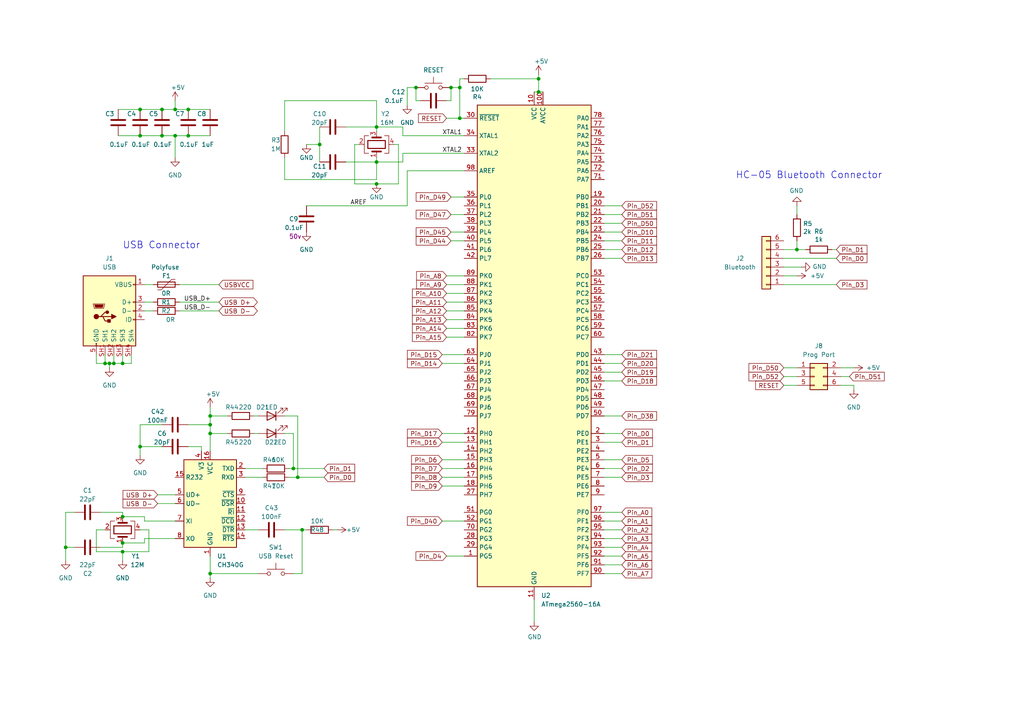
<source format=kicad_sch>
(kicad_sch (version 20211123) (generator eeschema)

  (uuid 14c122e3-3e00-4367-8294-ffb417be059c)

  (paper "A4")

  (lib_symbols
    (symbol "Alpha ECU:USB_B_Micro" (pin_names (offset 1.016)) (in_bom yes) (on_board yes)
      (property "Reference" "J" (id 0) (at -13.97 2.54 0)
        (effects (font (size 1.27 1.27)) (justify left))
      )
      (property "Value" "USB_B_Micro" (id 1) (at -20.32 0 0)
        (effects (font (size 1.27 1.27)) (justify left))
      )
      (property "Footprint" "" (id 2) (at 6.35 2.54 0)
        (effects (font (size 1.27 1.27)) hide)
      )
      (property "Datasheet" "~" (id 3) (at 6.35 2.54 0)
        (effects (font (size 1.27 1.27)) hide)
      )
      (property "ki_keywords" "connector USB micro" (id 4) (at 0 0 0)
        (effects (font (size 1.27 1.27)) hide)
      )
      (property "ki_description" "USB Micro Type B connector" (id 5) (at 0 0 0)
        (effects (font (size 1.27 1.27)) hide)
      )
      (property "ki_fp_filters" "USB*" (id 6) (at 0 0 0)
        (effects (font (size 1.27 1.27)) hide)
      )
      (symbol "USB_B_Micro_0_1"
        (rectangle (start -7.62 11.43) (end 7.62 -8.89)
          (stroke (width 0.254) (type default) (color 0 0 0 0))
          (fill (type background))
        )
        (rectangle (start -3.937 -8.89) (end -3.683 -8.128)
          (stroke (width 0) (type default) (color 0 0 0 0))
          (fill (type none))
        )
        (circle (center -3.81 -0.381) (radius 0.635)
          (stroke (width 0.254) (type default) (color 0 0 0 0))
          (fill (type outline))
        )
        (circle (center -0.635 0.889) (radius 0.381)
          (stroke (width 0.254) (type default) (color 0 0 0 0))
          (fill (type outline))
        )
        (polyline
          (pts
            (xy -1.905 -0.381)
            (xy 0.635 -0.381)
          )
          (stroke (width 0.254) (type default) (color 0 0 0 0))
          (fill (type none))
        )
        (polyline
          (pts
            (xy -3.175 -0.381)
            (xy -2.54 -0.381)
            (xy -1.27 0.889)
            (xy -0.635 0.889)
          )
          (stroke (width 0.254) (type default) (color 0 0 0 0))
          (fill (type none))
        )
        (polyline
          (pts
            (xy -2.54 -0.381)
            (xy -1.905 -0.381)
            (xy -1.27 -1.651)
            (xy 0 -1.651)
          )
          (stroke (width 0.254) (type default) (color 0 0 0 0))
          (fill (type none))
        )
        (polyline
          (pts
            (xy 0.635 0.254)
            (xy 0.635 -1.016)
            (xy 1.905 -0.381)
            (xy 0.635 0.254)
          )
          (stroke (width 0.254) (type default) (color 0 0 0 0))
          (fill (type outline))
        )
        (polyline
          (pts
            (xy -4.318 3.048)
            (xy -1.778 3.048)
            (xy -2.032 2.286)
            (xy -4.064 2.286)
            (xy -4.318 3.048)
          )
          (stroke (width 0) (type default) (color 0 0 0 0))
          (fill (type outline))
        )
        (polyline
          (pts
            (xy -4.699 3.302)
            (xy -4.699 3.048)
            (xy -4.445 2.286)
            (xy -4.445 2.032)
            (xy -1.651 2.032)
            (xy -1.651 2.286)
            (xy -1.397 3.048)
            (xy -1.397 3.302)
            (xy -4.699 3.302)
          )
          (stroke (width 0) (type default) (color 0 0 0 0))
          (fill (type none))
        )
        (rectangle (start 0.254 -1.27) (end -0.508 -2.032)
          (stroke (width 0.254) (type default) (color 0 0 0 0))
          (fill (type outline))
        )
        (rectangle (start 7.62 -1.397) (end 6.858 -1.143)
          (stroke (width 0) (type default) (color 0 0 0 0))
          (fill (type none))
        )
        (rectangle (start 7.62 1.143) (end 6.858 1.397)
          (stroke (width 0) (type default) (color 0 0 0 0))
          (fill (type none))
        )
        (rectangle (start 7.62 3.683) (end 6.858 3.937)
          (stroke (width 0) (type default) (color 0 0 0 0))
          (fill (type none))
        )
        (rectangle (start 7.62 8.763) (end 6.858 9.017)
          (stroke (width 0) (type default) (color 0 0 0 0))
          (fill (type none))
        )
      )
      (symbol "USB_B_Micro_1_1"
        (pin power_out line (at 10.16 8.89 180) (length 2.54)
          (name "VBUS" (effects (font (size 1.27 1.27))))
          (number "1" (effects (font (size 1.27 1.27))))
        )
        (pin bidirectional line (at 10.16 1.27 180) (length 2.54)
          (name "D-" (effects (font (size 1.27 1.27))))
          (number "2" (effects (font (size 1.27 1.27))))
        )
        (pin bidirectional line (at 10.16 3.81 180) (length 2.54)
          (name "D+" (effects (font (size 1.27 1.27))))
          (number "3" (effects (font (size 1.27 1.27))))
        )
        (pin passive line (at 10.16 -1.27 180) (length 2.54)
          (name "ID" (effects (font (size 1.27 1.27))))
          (number "4" (effects (font (size 1.27 1.27))))
        )
        (pin power_out line (at -3.81 -11.43 90) (length 2.54)
          (name "GND" (effects (font (size 1.27 1.27))))
          (number "5" (effects (font (size 1.27 1.27))))
        )
        (pin passive line (at -1.27 -11.43 90) (length 2.54)
          (name "SH1" (effects (font (size 1.27 1.27))))
          (number "SH1" (effects (font (size 1.27 1.27))))
        )
        (pin passive line (at 1.27 -11.43 90) (length 2.54)
          (name "SH2" (effects (font (size 1.27 1.27))))
          (number "SH2" (effects (font (size 1.27 1.27))))
        )
        (pin passive line (at 3.81 -11.43 90) (length 2.54)
          (name "SH3" (effects (font (size 1.27 1.27))))
          (number "SH3" (effects (font (size 1.27 1.27))))
        )
        (pin passive line (at 6.35 -11.43 90) (length 2.54)
          (name "SH4" (effects (font (size 1.27 1.27))))
          (number "SH4" (effects (font (size 1.27 1.27))))
        )
      )
    )
    (symbol "Connector_Generic:Conn_01x06" (pin_names (offset 1.016) hide) (in_bom yes) (on_board yes)
      (property "Reference" "J" (id 0) (at 0 7.62 0)
        (effects (font (size 1.27 1.27)))
      )
      (property "Value" "Conn_01x06" (id 1) (at 0 -10.16 0)
        (effects (font (size 1.27 1.27)))
      )
      (property "Footprint" "" (id 2) (at 0 0 0)
        (effects (font (size 1.27 1.27)) hide)
      )
      (property "Datasheet" "~" (id 3) (at 0 0 0)
        (effects (font (size 1.27 1.27)) hide)
      )
      (property "ki_keywords" "connector" (id 4) (at 0 0 0)
        (effects (font (size 1.27 1.27)) hide)
      )
      (property "ki_description" "Generic connector, single row, 01x06, script generated (kicad-library-utils/schlib/autogen/connector/)" (id 5) (at 0 0 0)
        (effects (font (size 1.27 1.27)) hide)
      )
      (property "ki_fp_filters" "Connector*:*_1x??_*" (id 6) (at 0 0 0)
        (effects (font (size 1.27 1.27)) hide)
      )
      (symbol "Conn_01x06_1_1"
        (rectangle (start -1.27 -7.493) (end 0 -7.747)
          (stroke (width 0.1524) (type default) (color 0 0 0 0))
          (fill (type none))
        )
        (rectangle (start -1.27 -4.953) (end 0 -5.207)
          (stroke (width 0.1524) (type default) (color 0 0 0 0))
          (fill (type none))
        )
        (rectangle (start -1.27 -2.413) (end 0 -2.667)
          (stroke (width 0.1524) (type default) (color 0 0 0 0))
          (fill (type none))
        )
        (rectangle (start -1.27 0.127) (end 0 -0.127)
          (stroke (width 0.1524) (type default) (color 0 0 0 0))
          (fill (type none))
        )
        (rectangle (start -1.27 2.667) (end 0 2.413)
          (stroke (width 0.1524) (type default) (color 0 0 0 0))
          (fill (type none))
        )
        (rectangle (start -1.27 5.207) (end 0 4.953)
          (stroke (width 0.1524) (type default) (color 0 0 0 0))
          (fill (type none))
        )
        (rectangle (start -1.27 6.35) (end 1.27 -8.89)
          (stroke (width 0.254) (type default) (color 0 0 0 0))
          (fill (type background))
        )
        (pin passive line (at -5.08 5.08 0) (length 3.81)
          (name "Pin_1" (effects (font (size 1.27 1.27))))
          (number "1" (effects (font (size 1.27 1.27))))
        )
        (pin passive line (at -5.08 2.54 0) (length 3.81)
          (name "Pin_2" (effects (font (size 1.27 1.27))))
          (number "2" (effects (font (size 1.27 1.27))))
        )
        (pin passive line (at -5.08 0 0) (length 3.81)
          (name "Pin_3" (effects (font (size 1.27 1.27))))
          (number "3" (effects (font (size 1.27 1.27))))
        )
        (pin passive line (at -5.08 -2.54 0) (length 3.81)
          (name "Pin_4" (effects (font (size 1.27 1.27))))
          (number "4" (effects (font (size 1.27 1.27))))
        )
        (pin passive line (at -5.08 -5.08 0) (length 3.81)
          (name "Pin_5" (effects (font (size 1.27 1.27))))
          (number "5" (effects (font (size 1.27 1.27))))
        )
        (pin passive line (at -5.08 -7.62 0) (length 3.81)
          (name "Pin_6" (effects (font (size 1.27 1.27))))
          (number "6" (effects (font (size 1.27 1.27))))
        )
      )
    )
    (symbol "Connector_Generic:Conn_02x03_Odd_Even" (pin_names (offset 1.016) hide) (in_bom yes) (on_board yes)
      (property "Reference" "J" (id 0) (at 1.27 5.08 0)
        (effects (font (size 1.27 1.27)))
      )
      (property "Value" "Conn_02x03_Odd_Even" (id 1) (at 1.27 -5.08 0)
        (effects (font (size 1.27 1.27)))
      )
      (property "Footprint" "" (id 2) (at 0 0 0)
        (effects (font (size 1.27 1.27)) hide)
      )
      (property "Datasheet" "~" (id 3) (at 0 0 0)
        (effects (font (size 1.27 1.27)) hide)
      )
      (property "ki_keywords" "connector" (id 4) (at 0 0 0)
        (effects (font (size 1.27 1.27)) hide)
      )
      (property "ki_description" "Generic connector, double row, 02x03, odd/even pin numbering scheme (row 1 odd numbers, row 2 even numbers), script generated (kicad-library-utils/schlib/autogen/connector/)" (id 5) (at 0 0 0)
        (effects (font (size 1.27 1.27)) hide)
      )
      (property "ki_fp_filters" "Connector*:*_2x??_*" (id 6) (at 0 0 0)
        (effects (font (size 1.27 1.27)) hide)
      )
      (symbol "Conn_02x03_Odd_Even_1_1"
        (rectangle (start -1.27 -2.413) (end 0 -2.667)
          (stroke (width 0.1524) (type default) (color 0 0 0 0))
          (fill (type none))
        )
        (rectangle (start -1.27 0.127) (end 0 -0.127)
          (stroke (width 0.1524) (type default) (color 0 0 0 0))
          (fill (type none))
        )
        (rectangle (start -1.27 2.667) (end 0 2.413)
          (stroke (width 0.1524) (type default) (color 0 0 0 0))
          (fill (type none))
        )
        (rectangle (start -1.27 3.81) (end 3.81 -3.81)
          (stroke (width 0.254) (type default) (color 0 0 0 0))
          (fill (type background))
        )
        (rectangle (start 3.81 -2.413) (end 2.54 -2.667)
          (stroke (width 0.1524) (type default) (color 0 0 0 0))
          (fill (type none))
        )
        (rectangle (start 3.81 0.127) (end 2.54 -0.127)
          (stroke (width 0.1524) (type default) (color 0 0 0 0))
          (fill (type none))
        )
        (rectangle (start 3.81 2.667) (end 2.54 2.413)
          (stroke (width 0.1524) (type default) (color 0 0 0 0))
          (fill (type none))
        )
        (pin passive line (at -5.08 2.54 0) (length 3.81)
          (name "Pin_1" (effects (font (size 1.27 1.27))))
          (number "1" (effects (font (size 1.27 1.27))))
        )
        (pin passive line (at 7.62 2.54 180) (length 3.81)
          (name "Pin_2" (effects (font (size 1.27 1.27))))
          (number "2" (effects (font (size 1.27 1.27))))
        )
        (pin passive line (at -5.08 0 0) (length 3.81)
          (name "Pin_3" (effects (font (size 1.27 1.27))))
          (number "3" (effects (font (size 1.27 1.27))))
        )
        (pin passive line (at 7.62 0 180) (length 3.81)
          (name "Pin_4" (effects (font (size 1.27 1.27))))
          (number "4" (effects (font (size 1.27 1.27))))
        )
        (pin passive line (at -5.08 -2.54 0) (length 3.81)
          (name "Pin_5" (effects (font (size 1.27 1.27))))
          (number "5" (effects (font (size 1.27 1.27))))
        )
        (pin passive line (at 7.62 -2.54 180) (length 3.81)
          (name "Pin_6" (effects (font (size 1.27 1.27))))
          (number "6" (effects (font (size 1.27 1.27))))
        )
      )
    )
    (symbol "Device:C" (pin_numbers hide) (pin_names (offset 0.254)) (in_bom yes) (on_board yes)
      (property "Reference" "C" (id 0) (at 0.635 2.54 0)
        (effects (font (size 1.27 1.27)) (justify left))
      )
      (property "Value" "C" (id 1) (at 0.635 -2.54 0)
        (effects (font (size 1.27 1.27)) (justify left))
      )
      (property "Footprint" "" (id 2) (at 0.9652 -3.81 0)
        (effects (font (size 1.27 1.27)) hide)
      )
      (property "Datasheet" "~" (id 3) (at 0 0 0)
        (effects (font (size 1.27 1.27)) hide)
      )
      (property "ki_keywords" "cap capacitor" (id 4) (at 0 0 0)
        (effects (font (size 1.27 1.27)) hide)
      )
      (property "ki_description" "Unpolarized capacitor" (id 5) (at 0 0 0)
        (effects (font (size 1.27 1.27)) hide)
      )
      (property "ki_fp_filters" "C_*" (id 6) (at 0 0 0)
        (effects (font (size 1.27 1.27)) hide)
      )
      (symbol "C_0_1"
        (polyline
          (pts
            (xy -2.032 -0.762)
            (xy 2.032 -0.762)
          )
          (stroke (width 0.508) (type default) (color 0 0 0 0))
          (fill (type none))
        )
        (polyline
          (pts
            (xy -2.032 0.762)
            (xy 2.032 0.762)
          )
          (stroke (width 0.508) (type default) (color 0 0 0 0))
          (fill (type none))
        )
      )
      (symbol "C_1_1"
        (pin passive line (at 0 3.81 270) (length 2.794)
          (name "~" (effects (font (size 1.27 1.27))))
          (number "1" (effects (font (size 1.27 1.27))))
        )
        (pin passive line (at 0 -3.81 90) (length 2.794)
          (name "~" (effects (font (size 1.27 1.27))))
          (number "2" (effects (font (size 1.27 1.27))))
        )
      )
    )
    (symbol "Device:Crystal_GND24" (pin_names (offset 1.016) hide) (in_bom yes) (on_board yes)
      (property "Reference" "Y" (id 0) (at 3.175 5.08 0)
        (effects (font (size 1.27 1.27)) (justify left))
      )
      (property "Value" "Crystal_GND24" (id 1) (at 3.175 3.175 0)
        (effects (font (size 1.27 1.27)) (justify left))
      )
      (property "Footprint" "" (id 2) (at 0 0 0)
        (effects (font (size 1.27 1.27)) hide)
      )
      (property "Datasheet" "~" (id 3) (at 0 0 0)
        (effects (font (size 1.27 1.27)) hide)
      )
      (property "ki_keywords" "quartz ceramic resonator oscillator" (id 4) (at 0 0 0)
        (effects (font (size 1.27 1.27)) hide)
      )
      (property "ki_description" "Four pin crystal, GND on pins 2 and 4" (id 5) (at 0 0 0)
        (effects (font (size 1.27 1.27)) hide)
      )
      (property "ki_fp_filters" "Crystal*" (id 6) (at 0 0 0)
        (effects (font (size 1.27 1.27)) hide)
      )
      (symbol "Crystal_GND24_0_1"
        (rectangle (start -1.143 2.54) (end 1.143 -2.54)
          (stroke (width 0.3048) (type default) (color 0 0 0 0))
          (fill (type none))
        )
        (polyline
          (pts
            (xy -2.54 0)
            (xy -2.032 0)
          )
          (stroke (width 0) (type default) (color 0 0 0 0))
          (fill (type none))
        )
        (polyline
          (pts
            (xy -2.032 -1.27)
            (xy -2.032 1.27)
          )
          (stroke (width 0.508) (type default) (color 0 0 0 0))
          (fill (type none))
        )
        (polyline
          (pts
            (xy 0 -3.81)
            (xy 0 -3.556)
          )
          (stroke (width 0) (type default) (color 0 0 0 0))
          (fill (type none))
        )
        (polyline
          (pts
            (xy 0 3.556)
            (xy 0 3.81)
          )
          (stroke (width 0) (type default) (color 0 0 0 0))
          (fill (type none))
        )
        (polyline
          (pts
            (xy 2.032 -1.27)
            (xy 2.032 1.27)
          )
          (stroke (width 0.508) (type default) (color 0 0 0 0))
          (fill (type none))
        )
        (polyline
          (pts
            (xy 2.032 0)
            (xy 2.54 0)
          )
          (stroke (width 0) (type default) (color 0 0 0 0))
          (fill (type none))
        )
        (polyline
          (pts
            (xy -2.54 -2.286)
            (xy -2.54 -3.556)
            (xy 2.54 -3.556)
            (xy 2.54 -2.286)
          )
          (stroke (width 0) (type default) (color 0 0 0 0))
          (fill (type none))
        )
        (polyline
          (pts
            (xy -2.54 2.286)
            (xy -2.54 3.556)
            (xy 2.54 3.556)
            (xy 2.54 2.286)
          )
          (stroke (width 0) (type default) (color 0 0 0 0))
          (fill (type none))
        )
      )
      (symbol "Crystal_GND24_1_1"
        (pin passive line (at -3.81 0 0) (length 1.27)
          (name "1" (effects (font (size 1.27 1.27))))
          (number "1" (effects (font (size 1.27 1.27))))
        )
        (pin passive line (at 0 5.08 270) (length 1.27)
          (name "2" (effects (font (size 1.27 1.27))))
          (number "2" (effects (font (size 1.27 1.27))))
        )
        (pin passive line (at 3.81 0 180) (length 1.27)
          (name "3" (effects (font (size 1.27 1.27))))
          (number "3" (effects (font (size 1.27 1.27))))
        )
        (pin passive line (at 0 -5.08 90) (length 1.27)
          (name "4" (effects (font (size 1.27 1.27))))
          (number "4" (effects (font (size 1.27 1.27))))
        )
      )
    )
    (symbol "Device:LED" (pin_numbers hide) (pin_names (offset 1.016) hide) (in_bom yes) (on_board yes)
      (property "Reference" "D" (id 0) (at 0 2.54 0)
        (effects (font (size 1.27 1.27)))
      )
      (property "Value" "LED" (id 1) (at 0 -2.54 0)
        (effects (font (size 1.27 1.27)))
      )
      (property "Footprint" "" (id 2) (at 0 0 0)
        (effects (font (size 1.27 1.27)) hide)
      )
      (property "Datasheet" "~" (id 3) (at 0 0 0)
        (effects (font (size 1.27 1.27)) hide)
      )
      (property "ki_keywords" "LED diode" (id 4) (at 0 0 0)
        (effects (font (size 1.27 1.27)) hide)
      )
      (property "ki_description" "Light emitting diode" (id 5) (at 0 0 0)
        (effects (font (size 1.27 1.27)) hide)
      )
      (property "ki_fp_filters" "LED* LED_SMD:* LED_THT:*" (id 6) (at 0 0 0)
        (effects (font (size 1.27 1.27)) hide)
      )
      (symbol "LED_0_1"
        (polyline
          (pts
            (xy -1.27 -1.27)
            (xy -1.27 1.27)
          )
          (stroke (width 0.254) (type default) (color 0 0 0 0))
          (fill (type none))
        )
        (polyline
          (pts
            (xy -1.27 0)
            (xy 1.27 0)
          )
          (stroke (width 0) (type default) (color 0 0 0 0))
          (fill (type none))
        )
        (polyline
          (pts
            (xy 1.27 -1.27)
            (xy 1.27 1.27)
            (xy -1.27 0)
            (xy 1.27 -1.27)
          )
          (stroke (width 0.254) (type default) (color 0 0 0 0))
          (fill (type none))
        )
        (polyline
          (pts
            (xy -3.048 -0.762)
            (xy -4.572 -2.286)
            (xy -3.81 -2.286)
            (xy -4.572 -2.286)
            (xy -4.572 -1.524)
          )
          (stroke (width 0) (type default) (color 0 0 0 0))
          (fill (type none))
        )
        (polyline
          (pts
            (xy -1.778 -0.762)
            (xy -3.302 -2.286)
            (xy -2.54 -2.286)
            (xy -3.302 -2.286)
            (xy -3.302 -1.524)
          )
          (stroke (width 0) (type default) (color 0 0 0 0))
          (fill (type none))
        )
      )
      (symbol "LED_1_1"
        (pin passive line (at -3.81 0 0) (length 2.54)
          (name "K" (effects (font (size 1.27 1.27))))
          (number "1" (effects (font (size 1.27 1.27))))
        )
        (pin passive line (at 3.81 0 180) (length 2.54)
          (name "A" (effects (font (size 1.27 1.27))))
          (number "2" (effects (font (size 1.27 1.27))))
        )
      )
    )
    (symbol "Device:Polyfuse" (pin_numbers hide) (pin_names (offset 0)) (in_bom yes) (on_board yes)
      (property "Reference" "F" (id 0) (at -2.54 0 90)
        (effects (font (size 1.27 1.27)))
      )
      (property "Value" "Polyfuse" (id 1) (at 2.54 0 90)
        (effects (font (size 1.27 1.27)))
      )
      (property "Footprint" "" (id 2) (at 1.27 -5.08 0)
        (effects (font (size 1.27 1.27)) (justify left) hide)
      )
      (property "Datasheet" "~" (id 3) (at 0 0 0)
        (effects (font (size 1.27 1.27)) hide)
      )
      (property "ki_keywords" "resettable fuse PTC PPTC polyfuse polyswitch" (id 4) (at 0 0 0)
        (effects (font (size 1.27 1.27)) hide)
      )
      (property "ki_description" "Resettable fuse, polymeric positive temperature coefficient" (id 5) (at 0 0 0)
        (effects (font (size 1.27 1.27)) hide)
      )
      (property "ki_fp_filters" "*polyfuse* *PTC*" (id 6) (at 0 0 0)
        (effects (font (size 1.27 1.27)) hide)
      )
      (symbol "Polyfuse_0_1"
        (rectangle (start -0.762 2.54) (end 0.762 -2.54)
          (stroke (width 0.254) (type default) (color 0 0 0 0))
          (fill (type none))
        )
        (polyline
          (pts
            (xy 0 2.54)
            (xy 0 -2.54)
          )
          (stroke (width 0) (type default) (color 0 0 0 0))
          (fill (type none))
        )
        (polyline
          (pts
            (xy -1.524 2.54)
            (xy -1.524 1.524)
            (xy 1.524 -1.524)
            (xy 1.524 -2.54)
          )
          (stroke (width 0) (type default) (color 0 0 0 0))
          (fill (type none))
        )
      )
      (symbol "Polyfuse_1_1"
        (pin passive line (at 0 3.81 270) (length 1.27)
          (name "~" (effects (font (size 1.27 1.27))))
          (number "1" (effects (font (size 1.27 1.27))))
        )
        (pin passive line (at 0 -3.81 90) (length 1.27)
          (name "~" (effects (font (size 1.27 1.27))))
          (number "2" (effects (font (size 1.27 1.27))))
        )
      )
    )
    (symbol "Device:R" (pin_numbers hide) (pin_names (offset 0)) (in_bom yes) (on_board yes)
      (property "Reference" "R" (id 0) (at 2.032 0 90)
        (effects (font (size 1.27 1.27)))
      )
      (property "Value" "R" (id 1) (at 0 0 90)
        (effects (font (size 1.27 1.27)))
      )
      (property "Footprint" "" (id 2) (at -1.778 0 90)
        (effects (font (size 1.27 1.27)) hide)
      )
      (property "Datasheet" "~" (id 3) (at 0 0 0)
        (effects (font (size 1.27 1.27)) hide)
      )
      (property "ki_keywords" "R res resistor" (id 4) (at 0 0 0)
        (effects (font (size 1.27 1.27)) hide)
      )
      (property "ki_description" "Resistor" (id 5) (at 0 0 0)
        (effects (font (size 1.27 1.27)) hide)
      )
      (property "ki_fp_filters" "R_*" (id 6) (at 0 0 0)
        (effects (font (size 1.27 1.27)) hide)
      )
      (symbol "R_0_1"
        (rectangle (start -1.016 -2.54) (end 1.016 2.54)
          (stroke (width 0.254) (type default) (color 0 0 0 0))
          (fill (type none))
        )
      )
      (symbol "R_1_1"
        (pin passive line (at 0 3.81 270) (length 1.27)
          (name "~" (effects (font (size 1.27 1.27))))
          (number "1" (effects (font (size 1.27 1.27))))
        )
        (pin passive line (at 0 -3.81 90) (length 1.27)
          (name "~" (effects (font (size 1.27 1.27))))
          (number "2" (effects (font (size 1.27 1.27))))
        )
      )
    )
    (symbol "GND_1" (power) (pin_names (offset 0)) (in_bom yes) (on_board yes)
      (property "Reference" "#PWR" (id 0) (at 0 -6.35 0)
        (effects (font (size 1.27 1.27)) hide)
      )
      (property "Value" "GND_1" (id 1) (at 0 -3.81 0)
        (effects (font (size 1.27 1.27)))
      )
      (property "Footprint" "" (id 2) (at 0 0 0)
        (effects (font (size 1.27 1.27)) hide)
      )
      (property "Datasheet" "" (id 3) (at 0 0 0)
        (effects (font (size 1.27 1.27)) hide)
      )
      (property "ki_keywords" "global power" (id 4) (at 0 0 0)
        (effects (font (size 1.27 1.27)) hide)
      )
      (property "ki_description" "Power symbol creates a global label with name \"GND\" , ground" (id 5) (at 0 0 0)
        (effects (font (size 1.27 1.27)) hide)
      )
      (symbol "GND_1_0_1"
        (polyline
          (pts
            (xy 0 0)
            (xy 0 -1.27)
            (xy 1.27 -1.27)
            (xy 0 -2.54)
            (xy -1.27 -1.27)
            (xy 0 -1.27)
          )
          (stroke (width 0) (type default) (color 0 0 0 0))
          (fill (type none))
        )
      )
      (symbol "GND_1_1_1"
        (pin power_in line (at 0 0 270) (length 0) hide
          (name "GND" (effects (font (size 1.27 1.27))))
          (number "1" (effects (font (size 1.27 1.27))))
        )
      )
    )
    (symbol "Interface_USB:CH340G" (in_bom yes) (on_board yes)
      (property "Reference" "U" (id 0) (at -5.08 13.97 0)
        (effects (font (size 1.27 1.27)) (justify right))
      )
      (property "Value" "CH340G" (id 1) (at 1.27 13.97 0)
        (effects (font (size 1.27 1.27)) (justify left))
      )
      (property "Footprint" "Package_SO:SOIC-16_3.9x9.9mm_P1.27mm" (id 2) (at 1.27 -13.97 0)
        (effects (font (size 1.27 1.27)) (justify left) hide)
      )
      (property "Datasheet" "http://www.datasheet5.com/pdf-local-2195953" (id 3) (at -8.89 20.32 0)
        (effects (font (size 1.27 1.27)) hide)
      )
      (property "ki_keywords" "USB UART Serial Converter Interface" (id 4) (at 0 0 0)
        (effects (font (size 1.27 1.27)) hide)
      )
      (property "ki_description" "USB serial converter, UART, SOIC-16" (id 5) (at 0 0 0)
        (effects (font (size 1.27 1.27)) hide)
      )
      (property "ki_fp_filters" "SOIC*3.9x9.9mm*P1.27mm*" (id 6) (at 0 0 0)
        (effects (font (size 1.27 1.27)) hide)
      )
      (symbol "CH340G_0_1"
        (rectangle (start -7.62 12.7) (end 7.62 -12.7)
          (stroke (width 0.254) (type default) (color 0 0 0 0))
          (fill (type background))
        )
      )
      (symbol "CH340G_1_1"
        (pin power_in line (at 0 -15.24 90) (length 2.54)
          (name "GND" (effects (font (size 1.27 1.27))))
          (number "1" (effects (font (size 1.27 1.27))))
        )
        (pin input line (at 10.16 0 180) (length 2.54)
          (name "~{DSR}" (effects (font (size 1.27 1.27))))
          (number "10" (effects (font (size 1.27 1.27))))
        )
        (pin input line (at 10.16 -2.54 180) (length 2.54)
          (name "~{RI}" (effects (font (size 1.27 1.27))))
          (number "11" (effects (font (size 1.27 1.27))))
        )
        (pin input line (at 10.16 -5.08 180) (length 2.54)
          (name "~{DCD}" (effects (font (size 1.27 1.27))))
          (number "12" (effects (font (size 1.27 1.27))))
        )
        (pin output line (at 10.16 -7.62 180) (length 2.54)
          (name "~{DTR}" (effects (font (size 1.27 1.27))))
          (number "13" (effects (font (size 1.27 1.27))))
        )
        (pin output line (at 10.16 -10.16 180) (length 2.54)
          (name "~{RTS}" (effects (font (size 1.27 1.27))))
          (number "14" (effects (font (size 1.27 1.27))))
        )
        (pin input line (at -10.16 7.62 0) (length 2.54)
          (name "R232" (effects (font (size 1.27 1.27))))
          (number "15" (effects (font (size 1.27 1.27))))
        )
        (pin power_in line (at 0 15.24 270) (length 2.54)
          (name "VCC" (effects (font (size 1.27 1.27))))
          (number "16" (effects (font (size 1.27 1.27))))
        )
        (pin output line (at 10.16 10.16 180) (length 2.54)
          (name "TXD" (effects (font (size 1.27 1.27))))
          (number "2" (effects (font (size 1.27 1.27))))
        )
        (pin input line (at 10.16 7.62 180) (length 2.54)
          (name "RXD" (effects (font (size 1.27 1.27))))
          (number "3" (effects (font (size 1.27 1.27))))
        )
        (pin passive line (at -2.54 15.24 270) (length 2.54)
          (name "V3" (effects (font (size 1.27 1.27))))
          (number "4" (effects (font (size 1.27 1.27))))
        )
        (pin bidirectional line (at -10.16 2.54 0) (length 2.54)
          (name "UD+" (effects (font (size 1.27 1.27))))
          (number "5" (effects (font (size 1.27 1.27))))
        )
        (pin bidirectional line (at -10.16 0 0) (length 2.54)
          (name "UD-" (effects (font (size 1.27 1.27))))
          (number "6" (effects (font (size 1.27 1.27))))
        )
        (pin input line (at -10.16 -5.08 0) (length 2.54)
          (name "XI" (effects (font (size 1.27 1.27))))
          (number "7" (effects (font (size 1.27 1.27))))
        )
        (pin output line (at -10.16 -10.16 0) (length 2.54)
          (name "XO" (effects (font (size 1.27 1.27))))
          (number "8" (effects (font (size 1.27 1.27))))
        )
        (pin input line (at 10.16 2.54 180) (length 2.54)
          (name "~{CTS}" (effects (font (size 1.27 1.27))))
          (number "9" (effects (font (size 1.27 1.27))))
        )
      )
    )
    (symbol "MCU_Microchip_ATmega:ATmega2560-16A" (in_bom yes) (on_board yes)
      (property "Reference" "U" (id 0) (at 0 1.27 0)
        (effects (font (size 1.27 1.27)) (justify bottom))
      )
      (property "Value" "ATmega2560-16A" (id 1) (at 0 -1.27 0)
        (effects (font (size 1.27 1.27)) (justify top))
      )
      (property "Footprint" "Package_QFP:TQFP-100_14x14mm_P0.5mm" (id 2) (at 0 0 0)
        (effects (font (size 1.27 1.27) italic) hide)
      )
      (property "Datasheet" "http://ww1.microchip.com/downloads/en/DeviceDoc/Atmel-2549-8-bit-AVR-Microcontroller-ATmega640-1280-1281-2560-2561_datasheet.pdf" (id 3) (at 0 0 0)
        (effects (font (size 1.27 1.27)) hide)
      )
      (property "ki_keywords" "AVR 8bit Microcontroller MegaAVR" (id 4) (at 0 0 0)
        (effects (font (size 1.27 1.27)) hide)
      )
      (property "ki_description" "16MHz, 256kB Flash, 8kB SRAM, 4kB EEPROM, JTAG, TQFP-100" (id 5) (at 0 0 0)
        (effects (font (size 1.27 1.27)) hide)
      )
      (property "ki_fp_filters" "TQFP*14x14mm*P0.5mm*" (id 6) (at 0 0 0)
        (effects (font (size 1.27 1.27)) hide)
      )
      (symbol "ATmega2560-16A_0_1"
        (rectangle (start -16.51 -69.85) (end 16.51 69.85)
          (stroke (width 0.254) (type default) (color 0 0 0 0))
          (fill (type background))
        )
      )
      (symbol "ATmega2560-16A_1_1"
        (pin bidirectional line (at -20.32 -60.96 0) (length 3.81)
          (name "PG5" (effects (font (size 1.27 1.27))))
          (number "1" (effects (font (size 1.27 1.27))))
        )
        (pin power_in line (at 0 73.66 270) (length 3.81)
          (name "VCC" (effects (font (size 1.27 1.27))))
          (number "10" (effects (font (size 1.27 1.27))))
        )
        (pin power_in line (at 2.54 73.66 270) (length 3.81)
          (name "AVCC" (effects (font (size 1.27 1.27))))
          (number "100" (effects (font (size 1.27 1.27))))
        )
        (pin power_in line (at 0 -73.66 90) (length 3.81)
          (name "GND" (effects (font (size 1.27 1.27))))
          (number "11" (effects (font (size 1.27 1.27))))
        )
        (pin bidirectional line (at -20.32 -25.4 0) (length 3.81)
          (name "PH0" (effects (font (size 1.27 1.27))))
          (number "12" (effects (font (size 1.27 1.27))))
        )
        (pin bidirectional line (at -20.32 -27.94 0) (length 3.81)
          (name "PH1" (effects (font (size 1.27 1.27))))
          (number "13" (effects (font (size 1.27 1.27))))
        )
        (pin bidirectional line (at -20.32 -30.48 0) (length 3.81)
          (name "PH2" (effects (font (size 1.27 1.27))))
          (number "14" (effects (font (size 1.27 1.27))))
        )
        (pin bidirectional line (at -20.32 -33.02 0) (length 3.81)
          (name "PH3" (effects (font (size 1.27 1.27))))
          (number "15" (effects (font (size 1.27 1.27))))
        )
        (pin bidirectional line (at -20.32 -35.56 0) (length 3.81)
          (name "PH4" (effects (font (size 1.27 1.27))))
          (number "16" (effects (font (size 1.27 1.27))))
        )
        (pin bidirectional line (at -20.32 -38.1 0) (length 3.81)
          (name "PH5" (effects (font (size 1.27 1.27))))
          (number "17" (effects (font (size 1.27 1.27))))
        )
        (pin bidirectional line (at -20.32 -40.64 0) (length 3.81)
          (name "PH6" (effects (font (size 1.27 1.27))))
          (number "18" (effects (font (size 1.27 1.27))))
        )
        (pin bidirectional line (at 20.32 43.18 180) (length 3.81)
          (name "PB0" (effects (font (size 1.27 1.27))))
          (number "19" (effects (font (size 1.27 1.27))))
        )
        (pin bidirectional line (at 20.32 -25.4 180) (length 3.81)
          (name "PE0" (effects (font (size 1.27 1.27))))
          (number "2" (effects (font (size 1.27 1.27))))
        )
        (pin bidirectional line (at 20.32 40.64 180) (length 3.81)
          (name "PB1" (effects (font (size 1.27 1.27))))
          (number "20" (effects (font (size 1.27 1.27))))
        )
        (pin bidirectional line (at 20.32 38.1 180) (length 3.81)
          (name "PB2" (effects (font (size 1.27 1.27))))
          (number "21" (effects (font (size 1.27 1.27))))
        )
        (pin bidirectional line (at 20.32 35.56 180) (length 3.81)
          (name "PB3" (effects (font (size 1.27 1.27))))
          (number "22" (effects (font (size 1.27 1.27))))
        )
        (pin bidirectional line (at 20.32 33.02 180) (length 3.81)
          (name "PB4" (effects (font (size 1.27 1.27))))
          (number "23" (effects (font (size 1.27 1.27))))
        )
        (pin bidirectional line (at 20.32 30.48 180) (length 3.81)
          (name "PB5" (effects (font (size 1.27 1.27))))
          (number "24" (effects (font (size 1.27 1.27))))
        )
        (pin bidirectional line (at 20.32 27.94 180) (length 3.81)
          (name "PB6" (effects (font (size 1.27 1.27))))
          (number "25" (effects (font (size 1.27 1.27))))
        )
        (pin bidirectional line (at 20.32 25.4 180) (length 3.81)
          (name "PB7" (effects (font (size 1.27 1.27))))
          (number "26" (effects (font (size 1.27 1.27))))
        )
        (pin bidirectional line (at -20.32 -43.18 0) (length 3.81)
          (name "PH7" (effects (font (size 1.27 1.27))))
          (number "27" (effects (font (size 1.27 1.27))))
        )
        (pin bidirectional line (at -20.32 -55.88 0) (length 3.81)
          (name "PG3" (effects (font (size 1.27 1.27))))
          (number "28" (effects (font (size 1.27 1.27))))
        )
        (pin bidirectional line (at -20.32 -58.42 0) (length 3.81)
          (name "PG4" (effects (font (size 1.27 1.27))))
          (number "29" (effects (font (size 1.27 1.27))))
        )
        (pin bidirectional line (at 20.32 -27.94 180) (length 3.81)
          (name "PE1" (effects (font (size 1.27 1.27))))
          (number "3" (effects (font (size 1.27 1.27))))
        )
        (pin input line (at -20.32 66.04 0) (length 3.81)
          (name "~{RESET}" (effects (font (size 1.27 1.27))))
          (number "30" (effects (font (size 1.27 1.27))))
        )
        (pin passive line (at 0 73.66 270) (length 3.81) hide
          (name "VCC" (effects (font (size 1.27 1.27))))
          (number "31" (effects (font (size 1.27 1.27))))
        )
        (pin passive line (at 0 -73.66 90) (length 3.81) hide
          (name "GND" (effects (font (size 1.27 1.27))))
          (number "32" (effects (font (size 1.27 1.27))))
        )
        (pin output line (at -20.32 55.88 0) (length 3.81)
          (name "XTAL2" (effects (font (size 1.27 1.27))))
          (number "33" (effects (font (size 1.27 1.27))))
        )
        (pin input line (at -20.32 60.96 0) (length 3.81)
          (name "XTAL1" (effects (font (size 1.27 1.27))))
          (number "34" (effects (font (size 1.27 1.27))))
        )
        (pin bidirectional line (at -20.32 43.18 0) (length 3.81)
          (name "PL0" (effects (font (size 1.27 1.27))))
          (number "35" (effects (font (size 1.27 1.27))))
        )
        (pin bidirectional line (at -20.32 40.64 0) (length 3.81)
          (name "PL1" (effects (font (size 1.27 1.27))))
          (number "36" (effects (font (size 1.27 1.27))))
        )
        (pin bidirectional line (at -20.32 38.1 0) (length 3.81)
          (name "PL2" (effects (font (size 1.27 1.27))))
          (number "37" (effects (font (size 1.27 1.27))))
        )
        (pin bidirectional line (at -20.32 35.56 0) (length 3.81)
          (name "PL3" (effects (font (size 1.27 1.27))))
          (number "38" (effects (font (size 1.27 1.27))))
        )
        (pin bidirectional line (at -20.32 33.02 0) (length 3.81)
          (name "PL4" (effects (font (size 1.27 1.27))))
          (number "39" (effects (font (size 1.27 1.27))))
        )
        (pin bidirectional line (at 20.32 -30.48 180) (length 3.81)
          (name "PE2" (effects (font (size 1.27 1.27))))
          (number "4" (effects (font (size 1.27 1.27))))
        )
        (pin bidirectional line (at -20.32 30.48 0) (length 3.81)
          (name "PL5" (effects (font (size 1.27 1.27))))
          (number "40" (effects (font (size 1.27 1.27))))
        )
        (pin bidirectional line (at -20.32 27.94 0) (length 3.81)
          (name "PL6" (effects (font (size 1.27 1.27))))
          (number "41" (effects (font (size 1.27 1.27))))
        )
        (pin bidirectional line (at -20.32 25.4 0) (length 3.81)
          (name "PL7" (effects (font (size 1.27 1.27))))
          (number "42" (effects (font (size 1.27 1.27))))
        )
        (pin bidirectional line (at 20.32 -2.54 180) (length 3.81)
          (name "PD0" (effects (font (size 1.27 1.27))))
          (number "43" (effects (font (size 1.27 1.27))))
        )
        (pin bidirectional line (at 20.32 -5.08 180) (length 3.81)
          (name "PD1" (effects (font (size 1.27 1.27))))
          (number "44" (effects (font (size 1.27 1.27))))
        )
        (pin bidirectional line (at 20.32 -7.62 180) (length 3.81)
          (name "PD2" (effects (font (size 1.27 1.27))))
          (number "45" (effects (font (size 1.27 1.27))))
        )
        (pin bidirectional line (at 20.32 -10.16 180) (length 3.81)
          (name "PD3" (effects (font (size 1.27 1.27))))
          (number "46" (effects (font (size 1.27 1.27))))
        )
        (pin bidirectional line (at 20.32 -12.7 180) (length 3.81)
          (name "PD4" (effects (font (size 1.27 1.27))))
          (number "47" (effects (font (size 1.27 1.27))))
        )
        (pin bidirectional line (at 20.32 -15.24 180) (length 3.81)
          (name "PD5" (effects (font (size 1.27 1.27))))
          (number "48" (effects (font (size 1.27 1.27))))
        )
        (pin bidirectional line (at 20.32 -17.78 180) (length 3.81)
          (name "PD6" (effects (font (size 1.27 1.27))))
          (number "49" (effects (font (size 1.27 1.27))))
        )
        (pin bidirectional line (at 20.32 -33.02 180) (length 3.81)
          (name "PE3" (effects (font (size 1.27 1.27))))
          (number "5" (effects (font (size 1.27 1.27))))
        )
        (pin bidirectional line (at 20.32 -20.32 180) (length 3.81)
          (name "PD7" (effects (font (size 1.27 1.27))))
          (number "50" (effects (font (size 1.27 1.27))))
        )
        (pin bidirectional line (at -20.32 -48.26 0) (length 3.81)
          (name "PG0" (effects (font (size 1.27 1.27))))
          (number "51" (effects (font (size 1.27 1.27))))
        )
        (pin bidirectional line (at -20.32 -50.8 0) (length 3.81)
          (name "PG1" (effects (font (size 1.27 1.27))))
          (number "52" (effects (font (size 1.27 1.27))))
        )
        (pin bidirectional line (at 20.32 20.32 180) (length 3.81)
          (name "PC0" (effects (font (size 1.27 1.27))))
          (number "53" (effects (font (size 1.27 1.27))))
        )
        (pin bidirectional line (at 20.32 17.78 180) (length 3.81)
          (name "PC1" (effects (font (size 1.27 1.27))))
          (number "54" (effects (font (size 1.27 1.27))))
        )
        (pin bidirectional line (at 20.32 15.24 180) (length 3.81)
          (name "PC2" (effects (font (size 1.27 1.27))))
          (number "55" (effects (font (size 1.27 1.27))))
        )
        (pin bidirectional line (at 20.32 12.7 180) (length 3.81)
          (name "PC3" (effects (font (size 1.27 1.27))))
          (number "56" (effects (font (size 1.27 1.27))))
        )
        (pin bidirectional line (at 20.32 10.16 180) (length 3.81)
          (name "PC4" (effects (font (size 1.27 1.27))))
          (number "57" (effects (font (size 1.27 1.27))))
        )
        (pin bidirectional line (at 20.32 7.62 180) (length 3.81)
          (name "PC5" (effects (font (size 1.27 1.27))))
          (number "58" (effects (font (size 1.27 1.27))))
        )
        (pin bidirectional line (at 20.32 5.08 180) (length 3.81)
          (name "PC6" (effects (font (size 1.27 1.27))))
          (number "59" (effects (font (size 1.27 1.27))))
        )
        (pin bidirectional line (at 20.32 -35.56 180) (length 3.81)
          (name "PE4" (effects (font (size 1.27 1.27))))
          (number "6" (effects (font (size 1.27 1.27))))
        )
        (pin bidirectional line (at 20.32 2.54 180) (length 3.81)
          (name "PC7" (effects (font (size 1.27 1.27))))
          (number "60" (effects (font (size 1.27 1.27))))
        )
        (pin passive line (at 0 73.66 270) (length 3.81) hide
          (name "VCC" (effects (font (size 1.27 1.27))))
          (number "61" (effects (font (size 1.27 1.27))))
        )
        (pin passive line (at 0 -73.66 90) (length 3.81) hide
          (name "GND" (effects (font (size 1.27 1.27))))
          (number "62" (effects (font (size 1.27 1.27))))
        )
        (pin bidirectional line (at -20.32 -2.54 0) (length 3.81)
          (name "PJ0" (effects (font (size 1.27 1.27))))
          (number "63" (effects (font (size 1.27 1.27))))
        )
        (pin bidirectional line (at -20.32 -5.08 0) (length 3.81)
          (name "PJ1" (effects (font (size 1.27 1.27))))
          (number "64" (effects (font (size 1.27 1.27))))
        )
        (pin bidirectional line (at -20.32 -7.62 0) (length 3.81)
          (name "PJ2" (effects (font (size 1.27 1.27))))
          (number "65" (effects (font (size 1.27 1.27))))
        )
        (pin bidirectional line (at -20.32 -10.16 0) (length 3.81)
          (name "PJ3" (effects (font (size 1.27 1.27))))
          (number "66" (effects (font (size 1.27 1.27))))
        )
        (pin bidirectional line (at -20.32 -12.7 0) (length 3.81)
          (name "PJ4" (effects (font (size 1.27 1.27))))
          (number "67" (effects (font (size 1.27 1.27))))
        )
        (pin bidirectional line (at -20.32 -15.24 0) (length 3.81)
          (name "PJ5" (effects (font (size 1.27 1.27))))
          (number "68" (effects (font (size 1.27 1.27))))
        )
        (pin bidirectional line (at -20.32 -17.78 0) (length 3.81)
          (name "PJ6" (effects (font (size 1.27 1.27))))
          (number "69" (effects (font (size 1.27 1.27))))
        )
        (pin bidirectional line (at 20.32 -38.1 180) (length 3.81)
          (name "PE5" (effects (font (size 1.27 1.27))))
          (number "7" (effects (font (size 1.27 1.27))))
        )
        (pin bidirectional line (at -20.32 -53.34 0) (length 3.81)
          (name "PG2" (effects (font (size 1.27 1.27))))
          (number "70" (effects (font (size 1.27 1.27))))
        )
        (pin bidirectional line (at 20.32 48.26 180) (length 3.81)
          (name "PA7" (effects (font (size 1.27 1.27))))
          (number "71" (effects (font (size 1.27 1.27))))
        )
        (pin bidirectional line (at 20.32 50.8 180) (length 3.81)
          (name "PA6" (effects (font (size 1.27 1.27))))
          (number "72" (effects (font (size 1.27 1.27))))
        )
        (pin bidirectional line (at 20.32 53.34 180) (length 3.81)
          (name "PA5" (effects (font (size 1.27 1.27))))
          (number "73" (effects (font (size 1.27 1.27))))
        )
        (pin bidirectional line (at 20.32 55.88 180) (length 3.81)
          (name "PA4" (effects (font (size 1.27 1.27))))
          (number "74" (effects (font (size 1.27 1.27))))
        )
        (pin bidirectional line (at 20.32 58.42 180) (length 3.81)
          (name "PA3" (effects (font (size 1.27 1.27))))
          (number "75" (effects (font (size 1.27 1.27))))
        )
        (pin bidirectional line (at 20.32 60.96 180) (length 3.81)
          (name "PA2" (effects (font (size 1.27 1.27))))
          (number "76" (effects (font (size 1.27 1.27))))
        )
        (pin bidirectional line (at 20.32 63.5 180) (length 3.81)
          (name "PA1" (effects (font (size 1.27 1.27))))
          (number "77" (effects (font (size 1.27 1.27))))
        )
        (pin bidirectional line (at 20.32 66.04 180) (length 3.81)
          (name "PA0" (effects (font (size 1.27 1.27))))
          (number "78" (effects (font (size 1.27 1.27))))
        )
        (pin bidirectional line (at -20.32 -20.32 0) (length 3.81)
          (name "PJ7" (effects (font (size 1.27 1.27))))
          (number "79" (effects (font (size 1.27 1.27))))
        )
        (pin bidirectional line (at 20.32 -40.64 180) (length 3.81)
          (name "PE6" (effects (font (size 1.27 1.27))))
          (number "8" (effects (font (size 1.27 1.27))))
        )
        (pin passive line (at 0 73.66 270) (length 3.81) hide
          (name "VCC" (effects (font (size 1.27 1.27))))
          (number "80" (effects (font (size 1.27 1.27))))
        )
        (pin passive line (at 0 -73.66 90) (length 3.81) hide
          (name "GND" (effects (font (size 1.27 1.27))))
          (number "81" (effects (font (size 1.27 1.27))))
        )
        (pin bidirectional line (at -20.32 2.54 0) (length 3.81)
          (name "PK7" (effects (font (size 1.27 1.27))))
          (number "82" (effects (font (size 1.27 1.27))))
        )
        (pin bidirectional line (at -20.32 5.08 0) (length 3.81)
          (name "PK6" (effects (font (size 1.27 1.27))))
          (number "83" (effects (font (size 1.27 1.27))))
        )
        (pin bidirectional line (at -20.32 7.62 0) (length 3.81)
          (name "PK5" (effects (font (size 1.27 1.27))))
          (number "84" (effects (font (size 1.27 1.27))))
        )
        (pin bidirectional line (at -20.32 10.16 0) (length 3.81)
          (name "PK4" (effects (font (size 1.27 1.27))))
          (number "85" (effects (font (size 1.27 1.27))))
        )
        (pin bidirectional line (at -20.32 12.7 0) (length 3.81)
          (name "PK3" (effects (font (size 1.27 1.27))))
          (number "86" (effects (font (size 1.27 1.27))))
        )
        (pin bidirectional line (at -20.32 15.24 0) (length 3.81)
          (name "PK2" (effects (font (size 1.27 1.27))))
          (number "87" (effects (font (size 1.27 1.27))))
        )
        (pin bidirectional line (at -20.32 17.78 0) (length 3.81)
          (name "PK1" (effects (font (size 1.27 1.27))))
          (number "88" (effects (font (size 1.27 1.27))))
        )
        (pin bidirectional line (at -20.32 20.32 0) (length 3.81)
          (name "PK0" (effects (font (size 1.27 1.27))))
          (number "89" (effects (font (size 1.27 1.27))))
        )
        (pin bidirectional line (at 20.32 -43.18 180) (length 3.81)
          (name "PE7" (effects (font (size 1.27 1.27))))
          (number "9" (effects (font (size 1.27 1.27))))
        )
        (pin bidirectional line (at 20.32 -66.04 180) (length 3.81)
          (name "PF7" (effects (font (size 1.27 1.27))))
          (number "90" (effects (font (size 1.27 1.27))))
        )
        (pin bidirectional line (at 20.32 -63.5 180) (length 3.81)
          (name "PF6" (effects (font (size 1.27 1.27))))
          (number "91" (effects (font (size 1.27 1.27))))
        )
        (pin bidirectional line (at 20.32 -60.96 180) (length 3.81)
          (name "PF5" (effects (font (size 1.27 1.27))))
          (number "92" (effects (font (size 1.27 1.27))))
        )
        (pin bidirectional line (at 20.32 -58.42 180) (length 3.81)
          (name "PF4" (effects (font (size 1.27 1.27))))
          (number "93" (effects (font (size 1.27 1.27))))
        )
        (pin bidirectional line (at 20.32 -55.88 180) (length 3.81)
          (name "PF3" (effects (font (size 1.27 1.27))))
          (number "94" (effects (font (size 1.27 1.27))))
        )
        (pin bidirectional line (at 20.32 -53.34 180) (length 3.81)
          (name "PF2" (effects (font (size 1.27 1.27))))
          (number "95" (effects (font (size 1.27 1.27))))
        )
        (pin bidirectional line (at 20.32 -50.8 180) (length 3.81)
          (name "PF1" (effects (font (size 1.27 1.27))))
          (number "96" (effects (font (size 1.27 1.27))))
        )
        (pin bidirectional line (at 20.32 -48.26 180) (length 3.81)
          (name "PF0" (effects (font (size 1.27 1.27))))
          (number "97" (effects (font (size 1.27 1.27))))
        )
        (pin passive line (at -20.32 50.8 0) (length 3.81)
          (name "AREF" (effects (font (size 1.27 1.27))))
          (number "98" (effects (font (size 1.27 1.27))))
        )
        (pin passive line (at 0 -73.66 90) (length 3.81) hide
          (name "GND" (effects (font (size 1.27 1.27))))
          (number "99" (effects (font (size 1.27 1.27))))
        )
      )
    )
    (symbol "Switch:SW_Push" (pin_numbers hide) (pin_names (offset 1.016) hide) (in_bom yes) (on_board yes)
      (property "Reference" "SW" (id 0) (at 1.27 2.54 0)
        (effects (font (size 1.27 1.27)) (justify left))
      )
      (property "Value" "SW_Push" (id 1) (at 0 -1.524 0)
        (effects (font (size 1.27 1.27)))
      )
      (property "Footprint" "" (id 2) (at 0 5.08 0)
        (effects (font (size 1.27 1.27)) hide)
      )
      (property "Datasheet" "~" (id 3) (at 0 5.08 0)
        (effects (font (size 1.27 1.27)) hide)
      )
      (property "ki_keywords" "switch normally-open pushbutton push-button" (id 4) (at 0 0 0)
        (effects (font (size 1.27 1.27)) hide)
      )
      (property "ki_description" "Push button switch, generic, two pins" (id 5) (at 0 0 0)
        (effects (font (size 1.27 1.27)) hide)
      )
      (symbol "SW_Push_0_1"
        (circle (center -2.032 0) (radius 0.508)
          (stroke (width 0) (type default) (color 0 0 0 0))
          (fill (type none))
        )
        (polyline
          (pts
            (xy 0 1.27)
            (xy 0 3.048)
          )
          (stroke (width 0) (type default) (color 0 0 0 0))
          (fill (type none))
        )
        (polyline
          (pts
            (xy 2.54 1.27)
            (xy -2.54 1.27)
          )
          (stroke (width 0) (type default) (color 0 0 0 0))
          (fill (type none))
        )
        (circle (center 2.032 0) (radius 0.508)
          (stroke (width 0) (type default) (color 0 0 0 0))
          (fill (type none))
        )
        (pin passive line (at -5.08 0 0) (length 2.54)
          (name "1" (effects (font (size 1.27 1.27))))
          (number "1" (effects (font (size 1.27 1.27))))
        )
        (pin passive line (at 5.08 0 180) (length 2.54)
          (name "2" (effects (font (size 1.27 1.27))))
          (number "2" (effects (font (size 1.27 1.27))))
        )
      )
    )
    (symbol "power:+5V" (power) (pin_names (offset 0)) (in_bom yes) (on_board yes)
      (property "Reference" "#PWR" (id 0) (at 0 -3.81 0)
        (effects (font (size 1.27 1.27)) hide)
      )
      (property "Value" "+5V" (id 1) (at 0 3.556 0)
        (effects (font (size 1.27 1.27)))
      )
      (property "Footprint" "" (id 2) (at 0 0 0)
        (effects (font (size 1.27 1.27)) hide)
      )
      (property "Datasheet" "" (id 3) (at 0 0 0)
        (effects (font (size 1.27 1.27)) hide)
      )
      (property "ki_keywords" "global power" (id 4) (at 0 0 0)
        (effects (font (size 1.27 1.27)) hide)
      )
      (property "ki_description" "Power symbol creates a global label with name \"+5V\"" (id 5) (at 0 0 0)
        (effects (font (size 1.27 1.27)) hide)
      )
      (symbol "+5V_0_1"
        (polyline
          (pts
            (xy -0.762 1.27)
            (xy 0 2.54)
          )
          (stroke (width 0) (type default) (color 0 0 0 0))
          (fill (type none))
        )
        (polyline
          (pts
            (xy 0 0)
            (xy 0 2.54)
          )
          (stroke (width 0) (type default) (color 0 0 0 0))
          (fill (type none))
        )
        (polyline
          (pts
            (xy 0 2.54)
            (xy 0.762 1.27)
          )
          (stroke (width 0) (type default) (color 0 0 0 0))
          (fill (type none))
        )
      )
      (symbol "+5V_1_1"
        (pin power_in line (at 0 0 90) (length 0) hide
          (name "+5V" (effects (font (size 1.27 1.27))))
          (number "1" (effects (font (size 1.27 1.27))))
        )
      )
    )
    (symbol "power:GND" (power) (pin_names (offset 0)) (in_bom yes) (on_board yes)
      (property "Reference" "#PWR" (id 0) (at 0 -6.35 0)
        (effects (font (size 1.27 1.27)) hide)
      )
      (property "Value" "GND" (id 1) (at 0 -3.81 0)
        (effects (font (size 1.27 1.27)))
      )
      (property "Footprint" "" (id 2) (at 0 0 0)
        (effects (font (size 1.27 1.27)) hide)
      )
      (property "Datasheet" "" (id 3) (at 0 0 0)
        (effects (font (size 1.27 1.27)) hide)
      )
      (property "ki_keywords" "power-flag" (id 4) (at 0 0 0)
        (effects (font (size 1.27 1.27)) hide)
      )
      (property "ki_description" "Power symbol creates a global label with name \"GND\" , ground" (id 5) (at 0 0 0)
        (effects (font (size 1.27 1.27)) hide)
      )
      (symbol "GND_0_1"
        (polyline
          (pts
            (xy 0 0)
            (xy 0 -1.27)
            (xy 1.27 -1.27)
            (xy 0 -2.54)
            (xy -1.27 -1.27)
            (xy 0 -1.27)
          )
          (stroke (width 0) (type default) (color 0 0 0 0))
          (fill (type none))
        )
      )
      (symbol "GND_1_1"
        (pin power_in line (at 0 0 270) (length 0) hide
          (name "GND" (effects (font (size 1.27 1.27))))
          (number "1" (effects (font (size 1.27 1.27))))
        )
      )
    )
  )

  (junction (at 50.8 39.37) (diameter 0) (color 0 0 0 0)
    (uuid 0bc8ef39-d75f-4f80-8c84-463754fac0f1)
  )
  (junction (at 40.64 31.75) (diameter 0) (color 0 0 0 0)
    (uuid 0e608dd4-17fb-4752-bbee-841c4cfcb964)
  )
  (junction (at 133.35 25.4) (diameter 0) (color 0 0 0 0)
    (uuid 0e94f3f8-69cc-4b62-89ce-48566d176b5f)
  )
  (junction (at 86.36 138.43) (diameter 0) (color 0 0 0 0)
    (uuid 12ccb79c-b265-41b3-92cf-a00682d7d428)
  )
  (junction (at 120.65 25.4) (diameter 0) (color 0 0 0 0)
    (uuid 227373b2-7ec3-4bd9-b690-aa13bf01f236)
  )
  (junction (at 156.21 26.67) (diameter 0) (color 0 0 0 0)
    (uuid 2551dcbc-aa18-4828-a4c2-1efe0a8ac50d)
  )
  (junction (at 231.14 72.39) (diameter 0) (color 0 0 0 0)
    (uuid 2caac7ba-c0a3-4536-9f94-7fea65bbfc56)
  )
  (junction (at 40.64 129.54) (diameter 0) (color 0 0 0 0)
    (uuid 3ca8e38d-37e4-4c10-a81c-0baf751ce627)
  )
  (junction (at 35.56 160.02) (diameter 0) (color 0 0 0 0)
    (uuid 458d7b05-4047-4096-a9c4-53138b70906d)
  )
  (junction (at 35.56 157.48) (diameter 0) (color 0 0 0 0)
    (uuid 4acf5492-dcf8-482a-878b-45a0d828cf5d)
  )
  (junction (at 60.96 120.65) (diameter 0) (color 0 0 0 0)
    (uuid 53ddbe0b-efbc-49b3-8ad1-3940f4b5a2cc)
  )
  (junction (at 46.99 39.37) (diameter 0) (color 0 0 0 0)
    (uuid 63a0366f-29d1-4963-9078-b35f9d4a9ad4)
  )
  (junction (at 33.02 105.41) (diameter 0) (color 0 0 0 0)
    (uuid 6e82d44e-9f10-49fe-b5c0-ff59620a6f0b)
  )
  (junction (at 54.61 39.37) (diameter 0) (color 0 0 0 0)
    (uuid 712ca1a8-2bc6-426b-9dcc-67df48c190f7)
  )
  (junction (at 35.56 105.41) (diameter 0) (color 0 0 0 0)
    (uuid 7b49664f-89aa-4a99-af49-e8f40d3bf970)
  )
  (junction (at 54.61 31.75) (diameter 0) (color 0 0 0 0)
    (uuid 7ba10a1b-dfa2-473d-96ee-af4b6d1b215a)
  )
  (junction (at 87.63 153.67) (diameter 0) (color 0 0 0 0)
    (uuid 7d65aa0e-ed94-4554-a6c8-66c6d696793a)
  )
  (junction (at 130.81 25.4) (diameter 0) (color 0 0 0 0)
    (uuid 914340b4-cb32-487c-829f-d158b7e5e8e0)
  )
  (junction (at 109.22 53.34) (diameter 0) (color 0 0 0 0)
    (uuid b04385d4-9d1b-4d23-a0b4-010b41f4d73b)
  )
  (junction (at 19.05 158.75) (diameter 0) (color 0 0 0 0)
    (uuid bd0c03f3-5d7e-4032-9ee7-788edb631f84)
  )
  (junction (at 30.48 105.41) (diameter 0) (color 0 0 0 0)
    (uuid bf075687-18c3-473a-8f06-5e9ca2fa8312)
  )
  (junction (at 92.71 41.91) (diameter 0) (color 0 0 0 0)
    (uuid c79713e8-f525-4c79-9b55-0cbce0c24076)
  )
  (junction (at 60.96 125.73) (diameter 0) (color 0 0 0 0)
    (uuid ca4b8bd6-9d84-4cfe-8903-033320d74438)
  )
  (junction (at 50.8 31.75) (diameter 0) (color 0 0 0 0)
    (uuid d14974d2-8cc5-42af-94ac-4bf0c6adfa3e)
  )
  (junction (at 133.35 34.29) (diameter 0) (color 0 0 0 0)
    (uuid d6bbedac-4233-4873-8bf8-c84ef0608fab)
  )
  (junction (at 60.96 166.37) (diameter 0) (color 0 0 0 0)
    (uuid d8116c26-7244-4887-9776-12e71715be72)
  )
  (junction (at 40.64 39.37) (diameter 0) (color 0 0 0 0)
    (uuid dc3ed3dd-43f8-4350-b3c5-55cfc26717cb)
  )
  (junction (at 156.21 22.86) (diameter 0) (color 0 0 0 0)
    (uuid dc59bf06-77af-41b1-a436-ed5807d7a152)
  )
  (junction (at 46.99 31.75) (diameter 0) (color 0 0 0 0)
    (uuid e0ce53c6-b37a-45e4-85c5-84df81144b1a)
  )
  (junction (at 31.75 105.41) (diameter 0) (color 0 0 0 0)
    (uuid e4cf6166-087a-495d-9f91-ea06f0c91d14)
  )
  (junction (at 35.56 149.86) (diameter 0) (color 0 0 0 0)
    (uuid ea0a2505-4da0-4e75-97a7-89d17e6274b6)
  )
  (junction (at 85.09 135.89) (diameter 0) (color 0 0 0 0)
    (uuid f392a58b-9bc7-4636-83ed-4e29660a2b52)
  )
  (junction (at 109.22 36.83) (diameter 0) (color 0 0 0 0)
    (uuid f4ee2239-a60d-4199-aa35-91f32212573c)
  )
  (junction (at 109.22 46.99) (diameter 0) (color 0 0 0 0)
    (uuid f60d91ab-7d3a-4413-9d61-c7308ffcd636)
  )
  (junction (at 60.96 123.19) (diameter 0) (color 0 0 0 0)
    (uuid ff3afa2b-1bc7-4b33-9404-7ec5d4ceec1b)
  )

  (wire (pts (xy 27.94 102.87) (xy 27.94 105.41))
    (stroke (width 0) (type default) (color 0 0 0 0))
    (uuid 02d0cccf-6d61-4b8f-9ddd-92d1c8b38a21)
  )
  (wire (pts (xy 86.36 138.43) (xy 93.98 138.43))
    (stroke (width 0) (type default) (color 0 0 0 0))
    (uuid 03782ec6-8106-4fd0-a2b9-b159573eb58d)
  )
  (wire (pts (xy 60.96 161.29) (xy 60.96 166.37))
    (stroke (width 0) (type default) (color 0 0 0 0))
    (uuid 03b6b5e4-c711-4326-821a-3275264667c6)
  )
  (wire (pts (xy 231.14 59.69) (xy 231.14 62.23))
    (stroke (width 0) (type default) (color 0 0 0 0))
    (uuid 041db428-38da-45d2-bb9e-bfad349147ea)
  )
  (wire (pts (xy 85.09 135.89) (xy 83.82 135.89))
    (stroke (width 0) (type default) (color 0 0 0 0))
    (uuid 04909947-9917-4ff7-8f06-e5e0fdefa4cd)
  )
  (wire (pts (xy 41.91 82.55) (xy 44.45 82.55))
    (stroke (width 0) (type default) (color 0 0 0 0))
    (uuid 07c14cec-323c-4db2-87ea-76060fda11cb)
  )
  (wire (pts (xy 175.26 148.59) (xy 180.34 148.59))
    (stroke (width 0) (type default) (color 0 0 0 0))
    (uuid 0bc75238-a46e-4ae7-99c0-e00e5e08276a)
  )
  (wire (pts (xy 242.57 74.93) (xy 227.33 74.93))
    (stroke (width 0) (type default) (color 0 0 0 0))
    (uuid 0bdb8c51-fa44-4d60-b21d-f4783a0a2fab)
  )
  (wire (pts (xy 35.56 160.02) (xy 35.56 162.56))
    (stroke (width 0) (type default) (color 0 0 0 0))
    (uuid 0d681781-c0d3-429b-8318-8da1008d3528)
  )
  (wire (pts (xy 35.56 102.87) (xy 35.56 105.41))
    (stroke (width 0) (type default) (color 0 0 0 0))
    (uuid 0daa58c5-92fa-45f0-8453-c1a33e6907f7)
  )
  (wire (pts (xy 116.84 36.83) (xy 109.22 36.83))
    (stroke (width 0) (type default) (color 0 0 0 0))
    (uuid 0e013ab3-ae7f-40ab-889c-46f44d630028)
  )
  (wire (pts (xy 60.96 125.73) (xy 66.04 125.73))
    (stroke (width 0) (type default) (color 0 0 0 0))
    (uuid 0fc8b5bf-8e7a-4b68-902f-20ffdb67c7c2)
  )
  (wire (pts (xy 243.84 109.22) (xy 246.38 109.22))
    (stroke (width 0) (type default) (color 0 0 0 0))
    (uuid 109a2901-a733-4f3e-ae63-fc008a5952b5)
  )
  (wire (pts (xy 227.33 82.55) (xy 242.57 82.55))
    (stroke (width 0) (type default) (color 0 0 0 0))
    (uuid 116773cf-0d88-4087-a592-dd16128ca406)
  )
  (wire (pts (xy 54.61 129.54) (xy 58.42 129.54))
    (stroke (width 0) (type default) (color 0 0 0 0))
    (uuid 11766a43-36ad-47e7-8c32-ef8310ff05e1)
  )
  (wire (pts (xy 104.14 41.91) (xy 102.87 41.91))
    (stroke (width 0) (type default) (color 0 0 0 0))
    (uuid 124ee642-7ae2-441d-81be-b86f0983e642)
  )
  (wire (pts (xy 175.26 64.77) (xy 180.34 64.77))
    (stroke (width 0) (type default) (color 0 0 0 0))
    (uuid 129da403-d7ab-4353-87d9-457e8e0fde9a)
  )
  (wire (pts (xy 85.09 135.89) (xy 93.98 135.89))
    (stroke (width 0) (type default) (color 0 0 0 0))
    (uuid 12f2e715-09ca-41fa-98a1-5e8cc2af0dcc)
  )
  (wire (pts (xy 175.26 161.29) (xy 180.34 161.29))
    (stroke (width 0) (type default) (color 0 0 0 0))
    (uuid 13a56a3e-2c21-40f6-a820-0cf522356577)
  )
  (wire (pts (xy 46.99 123.19) (xy 40.64 123.19))
    (stroke (width 0) (type default) (color 0 0 0 0))
    (uuid 13ec5a6d-d746-4e59-8a11-c507dd1dce32)
  )
  (wire (pts (xy 175.26 153.67) (xy 180.34 153.67))
    (stroke (width 0) (type default) (color 0 0 0 0))
    (uuid 13f394c6-0064-40dd-a382-87da4d2717aa)
  )
  (wire (pts (xy 175.26 158.75) (xy 180.34 158.75))
    (stroke (width 0) (type default) (color 0 0 0 0))
    (uuid 152dabfd-4cc0-4c98-91e7-5bf527337c05)
  )
  (wire (pts (xy 82.55 120.65) (xy 86.36 120.65))
    (stroke (width 0) (type default) (color 0 0 0 0))
    (uuid 16c0f4f2-5ce1-4ab3-b94b-61a8c0ff6d5d)
  )
  (wire (pts (xy 128.27 140.97) (xy 134.62 140.97))
    (stroke (width 0) (type default) (color 0 0 0 0))
    (uuid 177a7f3c-24dd-4c37-9701-b5302f5a93b1)
  )
  (wire (pts (xy 120.65 29.21) (xy 121.92 29.21))
    (stroke (width 0) (type default) (color 0 0 0 0))
    (uuid 177e0b41-103c-4d61-83aa-e0206e395501)
  )
  (wire (pts (xy 243.84 106.68) (xy 247.65 106.68))
    (stroke (width 0) (type default) (color 0 0 0 0))
    (uuid 1888f36e-f340-4503-9a51-5d4c0763e34f)
  )
  (wire (pts (xy 35.56 105.41) (xy 38.1 105.41))
    (stroke (width 0) (type default) (color 0 0 0 0))
    (uuid 1a7f59c7-3a8e-46ac-8812-ec3c4a13bbca)
  )
  (wire (pts (xy 50.8 29.21) (xy 50.8 31.75))
    (stroke (width 0) (type default) (color 0 0 0 0))
    (uuid 1ae2529b-e44f-4a71-b775-3c2b479c6e79)
  )
  (wire (pts (xy 129.54 34.29) (xy 133.35 34.29))
    (stroke (width 0) (type default) (color 0 0 0 0))
    (uuid 1faf6281-ddff-45c1-9ef3-aea67f26655a)
  )
  (wire (pts (xy 109.22 36.83) (xy 109.22 38.1))
    (stroke (width 0) (type default) (color 0 0 0 0))
    (uuid 21e20fb1-750d-494b-bdf9-c9ec921a5c83)
  )
  (wire (pts (xy 109.22 53.34) (xy 115.57 53.34))
    (stroke (width 0) (type default) (color 0 0 0 0))
    (uuid 21fb054f-d540-46c2-a9f4-6b4353f641dc)
  )
  (wire (pts (xy 82.55 52.07) (xy 109.22 52.07))
    (stroke (width 0) (type default) (color 0 0 0 0))
    (uuid 22e282e0-d57d-4b98-a4ce-f54ce2ab9c75)
  )
  (wire (pts (xy 33.02 102.87) (xy 33.02 105.41))
    (stroke (width 0) (type default) (color 0 0 0 0))
    (uuid 238a9e39-e32a-4816-866f-f5db6bf6ca97)
  )
  (wire (pts (xy 27.94 160.02) (xy 35.56 160.02))
    (stroke (width 0) (type default) (color 0 0 0 0))
    (uuid 2654a29b-144c-4076-a44a-6b366f442a7b)
  )
  (wire (pts (xy 19.05 158.75) (xy 21.59 158.75))
    (stroke (width 0) (type default) (color 0 0 0 0))
    (uuid 26b1c15b-008e-47d1-a0ed-b1cac59c9b94)
  )
  (wire (pts (xy 40.64 129.54) (xy 40.64 132.08))
    (stroke (width 0) (type default) (color 0 0 0 0))
    (uuid 285d12b5-d8f5-4142-9a4f-ec6c5bfe7b28)
  )
  (wire (pts (xy 129.54 85.09) (xy 134.62 85.09))
    (stroke (width 0) (type default) (color 0 0 0 0))
    (uuid 285efcb4-8096-4d51-afb1-674b6e66c3b1)
  )
  (wire (pts (xy 120.65 25.4) (xy 120.65 29.21))
    (stroke (width 0) (type default) (color 0 0 0 0))
    (uuid 28b177a2-7a72-41c1-a633-df570cd0951e)
  )
  (wire (pts (xy 175.26 74.93) (xy 180.34 74.93))
    (stroke (width 0) (type default) (color 0 0 0 0))
    (uuid 29a9c4d4-9c3d-44ac-8289-a45a6063b7f9)
  )
  (wire (pts (xy 19.05 158.75) (xy 19.05 162.56))
    (stroke (width 0) (type default) (color 0 0 0 0))
    (uuid 2a0c321a-c832-47ee-ac0e-b8ab75ea3163)
  )
  (wire (pts (xy 60.96 118.11) (xy 60.96 120.65))
    (stroke (width 0) (type default) (color 0 0 0 0))
    (uuid 2a777175-c6cc-4d1f-8fcd-87172c29ebc6)
  )
  (wire (pts (xy 34.29 39.37) (xy 40.64 39.37))
    (stroke (width 0) (type default) (color 0 0 0 0))
    (uuid 2b1baf23-5009-483f-86d7-e84e499900ea)
  )
  (wire (pts (xy 92.71 41.91) (xy 92.71 46.99))
    (stroke (width 0) (type default) (color 0 0 0 0))
    (uuid 2c4591d8-cca6-4134-9a9a-67d76481a609)
  )
  (wire (pts (xy 227.33 72.39) (xy 231.14 72.39))
    (stroke (width 0) (type default) (color 0 0 0 0))
    (uuid 2c7de175-e941-4854-a13c-4823fb137435)
  )
  (wire (pts (xy 19.05 148.59) (xy 19.05 158.75))
    (stroke (width 0) (type default) (color 0 0 0 0))
    (uuid 2e2680bd-6144-4456-b765-57212dae4d1a)
  )
  (wire (pts (xy 60.96 125.73) (xy 60.96 130.81))
    (stroke (width 0) (type default) (color 0 0 0 0))
    (uuid 2f023c14-4daa-4397-a8d9-ffbe5bd4b8c9)
  )
  (wire (pts (xy 128.27 138.43) (xy 134.62 138.43))
    (stroke (width 0) (type default) (color 0 0 0 0))
    (uuid 30d9825d-af2d-4281-a63f-8c430704ed82)
  )
  (wire (pts (xy 175.26 156.21) (xy 180.34 156.21))
    (stroke (width 0) (type default) (color 0 0 0 0))
    (uuid 310cb7f5-55fb-41e4-8552-dac9b918a877)
  )
  (wire (pts (xy 41.91 157.48) (xy 41.91 156.21))
    (stroke (width 0) (type default) (color 0 0 0 0))
    (uuid 31ff7f5a-6d46-4d51-ad48-dab5349c7445)
  )
  (wire (pts (xy 97.79 153.67) (xy 96.52 153.67))
    (stroke (width 0) (type default) (color 0 0 0 0))
    (uuid 324cc0eb-1322-42a4-b4d6-fe4d7c6e854d)
  )
  (wire (pts (xy 85.09 166.37) (xy 87.63 166.37))
    (stroke (width 0) (type default) (color 0 0 0 0))
    (uuid 32d1d257-1c33-4ffb-9dfa-b503df18dc18)
  )
  (wire (pts (xy 92.71 36.83) (xy 92.71 41.91))
    (stroke (width 0) (type default) (color 0 0 0 0))
    (uuid 348be924-ab28-40fa-a844-c6ddaa6be2a0)
  )
  (wire (pts (xy 41.91 156.21) (xy 50.8 156.21))
    (stroke (width 0) (type default) (color 0 0 0 0))
    (uuid 3843fea8-69ec-44aa-a40b-ed863602f52b)
  )
  (wire (pts (xy 30.48 105.41) (xy 31.75 105.41))
    (stroke (width 0) (type default) (color 0 0 0 0))
    (uuid 3b285431-745f-4388-a881-4ea7008724c8)
  )
  (wire (pts (xy 45.72 146.05) (xy 50.8 146.05))
    (stroke (width 0) (type default) (color 0 0 0 0))
    (uuid 3b4dd5af-8676-4309-8e52-83b6ccb49f2a)
  )
  (wire (pts (xy 43.18 153.67) (xy 40.64 153.67))
    (stroke (width 0) (type default) (color 0 0 0 0))
    (uuid 3bfb2f42-39cd-4cd6-ae00-6ee323f129c5)
  )
  (wire (pts (xy 128.27 133.35) (xy 134.62 133.35))
    (stroke (width 0) (type default) (color 0 0 0 0))
    (uuid 3bfe2885-0a6f-43b9-9858-29df00f432ac)
  )
  (wire (pts (xy 40.64 31.75) (xy 46.99 31.75))
    (stroke (width 0) (type default) (color 0 0 0 0))
    (uuid 3d08b256-32cf-4e2d-8aac-d5542598cfff)
  )
  (wire (pts (xy 102.87 41.91) (xy 102.87 53.34))
    (stroke (width 0) (type default) (color 0 0 0 0))
    (uuid 3f2b5919-fc56-4639-8db8-51e310a6cf2a)
  )
  (wire (pts (xy 73.66 125.73) (xy 74.93 125.73))
    (stroke (width 0) (type default) (color 0 0 0 0))
    (uuid 3f34822c-7bd9-4e24-9325-5dc71a83b81e)
  )
  (wire (pts (xy 41.91 87.63) (xy 44.45 87.63))
    (stroke (width 0) (type default) (color 0 0 0 0))
    (uuid 41fafb17-2562-42a5-82e0-1b40ee30afb8)
  )
  (wire (pts (xy 175.26 151.13) (xy 180.34 151.13))
    (stroke (width 0) (type default) (color 0 0 0 0))
    (uuid 43216c86-97dc-4c65-bb1f-5dbede919c85)
  )
  (wire (pts (xy 154.94 26.67) (xy 156.21 26.67))
    (stroke (width 0) (type default) (color 0 0 0 0))
    (uuid 44595490-58ab-4a74-85fd-17b6d53d8831)
  )
  (wire (pts (xy 129.54 161.29) (xy 134.62 161.29))
    (stroke (width 0) (type default) (color 0 0 0 0))
    (uuid 4465cbee-8f09-4eb1-88a1-b51195e3539e)
  )
  (wire (pts (xy 128.27 151.13) (xy 134.62 151.13))
    (stroke (width 0) (type default) (color 0 0 0 0))
    (uuid 44d7be30-ba56-41d6-bc3e-919fcb1d6744)
  )
  (wire (pts (xy 45.72 143.51) (xy 50.8 143.51))
    (stroke (width 0) (type default) (color 0 0 0 0))
    (uuid 46e9be46-b9e8-4d7c-a90e-669b3630cd86)
  )
  (wire (pts (xy 31.75 105.41) (xy 31.75 106.68))
    (stroke (width 0) (type default) (color 0 0 0 0))
    (uuid 4730191a-e742-46ac-be93-a0f1c2bec822)
  )
  (wire (pts (xy 52.07 87.63) (xy 63.5 87.63))
    (stroke (width 0) (type default) (color 0 0 0 0))
    (uuid 4738f6c2-e350-44ff-be4d-9e14690caf6d)
  )
  (wire (pts (xy 109.22 45.72) (xy 109.22 46.99))
    (stroke (width 0) (type default) (color 0 0 0 0))
    (uuid 487b0989-7dac-41b9-9224-9ba294598a4a)
  )
  (wire (pts (xy 175.26 110.49) (xy 180.34 110.49))
    (stroke (width 0) (type default) (color 0 0 0 0))
    (uuid 48b88209-0be1-4f7f-977f-963a1c307b27)
  )
  (wire (pts (xy 60.96 166.37) (xy 74.93 166.37))
    (stroke (width 0) (type default) (color 0 0 0 0))
    (uuid 48e6f07f-f1cc-4abf-9414-8f746f7ed032)
  )
  (wire (pts (xy 175.26 107.95) (xy 180.34 107.95))
    (stroke (width 0) (type default) (color 0 0 0 0))
    (uuid 4b36af5b-1418-48e2-96d7-9cdba5de7697)
  )
  (wire (pts (xy 46.99 31.75) (xy 50.8 31.75))
    (stroke (width 0) (type default) (color 0 0 0 0))
    (uuid 4b6786d7-2308-45a7-a70e-76d0541589aa)
  )
  (wire (pts (xy 116.84 36.83) (xy 116.84 39.37))
    (stroke (width 0) (type default) (color 0 0 0 0))
    (uuid 4fc5bce8-8d29-47ab-931d-1e339aeffbd1)
  )
  (wire (pts (xy 33.02 105.41) (xy 35.56 105.41))
    (stroke (width 0) (type default) (color 0 0 0 0))
    (uuid 54912268-0a4e-46c5-8f74-039f7eaa3337)
  )
  (wire (pts (xy 231.14 72.39) (xy 233.68 72.39))
    (stroke (width 0) (type default) (color 0 0 0 0))
    (uuid 561385a9-6ede-4f18-a339-8c0b9ef60b3a)
  )
  (wire (pts (xy 128.27 128.27) (xy 134.62 128.27))
    (stroke (width 0) (type default) (color 0 0 0 0))
    (uuid 56ca5d4d-6db1-4b35-a148-dbfbd4b3734c)
  )
  (wire (pts (xy 35.56 149.86) (xy 41.91 149.86))
    (stroke (width 0) (type default) (color 0 0 0 0))
    (uuid 56f1917f-4dac-4629-a0af-83d8c11466b8)
  )
  (wire (pts (xy 232.41 77.47) (xy 227.33 77.47))
    (stroke (width 0) (type default) (color 0 0 0 0))
    (uuid 5b079b86-e710-42be-a906-d8174022bd9e)
  )
  (wire (pts (xy 35.56 148.59) (xy 35.56 149.86))
    (stroke (width 0) (type default) (color 0 0 0 0))
    (uuid 5b31dd35-402b-4bcd-88eb-7c127c1759d4)
  )
  (wire (pts (xy 100.33 36.83) (xy 109.22 36.83))
    (stroke (width 0) (type default) (color 0 0 0 0))
    (uuid 5e4ff034-c6a0-4e92-bb00-f0f409bec46c)
  )
  (wire (pts (xy 41.91 90.17) (xy 44.45 90.17))
    (stroke (width 0) (type default) (color 0 0 0 0))
    (uuid 5e6da4a6-7221-4982-994f-50f6a328c080)
  )
  (wire (pts (xy 27.94 105.41) (xy 30.48 105.41))
    (stroke (width 0) (type default) (color 0 0 0 0))
    (uuid 600e59fd-6ed7-460d-889f-7adaffb485c0)
  )
  (wire (pts (xy 115.57 41.91) (xy 114.3 41.91))
    (stroke (width 0) (type default) (color 0 0 0 0))
    (uuid 61213733-b6df-4c1c-b5e7-27782b1343bf)
  )
  (wire (pts (xy 243.84 111.76) (xy 247.65 111.76))
    (stroke (width 0) (type default) (color 0 0 0 0))
    (uuid 668021e2-2c50-416b-a166-9bb13fdc2c76)
  )
  (wire (pts (xy 82.55 45.72) (xy 82.55 52.07))
    (stroke (width 0) (type default) (color 0 0 0 0))
    (uuid 6840453d-1eef-4dd7-a407-474279271848)
  )
  (wire (pts (xy 129.54 95.25) (xy 134.62 95.25))
    (stroke (width 0) (type default) (color 0 0 0 0))
    (uuid 6972da7e-2b4c-4646-87fe-f780ec9a9082)
  )
  (wire (pts (xy 156.21 22.86) (xy 156.21 26.67))
    (stroke (width 0) (type default) (color 0 0 0 0))
    (uuid 6a9a8750-a731-4bc4-ba65-4c7598d4fb99)
  )
  (wire (pts (xy 129.54 97.79) (xy 134.62 97.79))
    (stroke (width 0) (type default) (color 0 0 0 0))
    (uuid 6ca98252-f153-472f-92e7-6d9594b3d5a7)
  )
  (wire (pts (xy 27.94 153.67) (xy 27.94 160.02))
    (stroke (width 0) (type default) (color 0 0 0 0))
    (uuid 6d4b5a6e-94b5-4e96-9e40-1458e3958490)
  )
  (wire (pts (xy 109.22 29.21) (xy 109.22 36.83))
    (stroke (width 0) (type default) (color 0 0 0 0))
    (uuid 6eded3ab-d423-483c-a2d6-a13d360da797)
  )
  (wire (pts (xy 128.27 135.89) (xy 134.62 135.89))
    (stroke (width 0) (type default) (color 0 0 0 0))
    (uuid 7115511f-7fe1-4ecd-84a6-7d109caa9086)
  )
  (wire (pts (xy 134.62 49.53) (xy 118.11 49.53))
    (stroke (width 0) (type default) (color 0 0 0 0))
    (uuid 75c39754-b283-4ed6-8ce4-7f1e02003791)
  )
  (wire (pts (xy 129.54 87.63) (xy 134.62 87.63))
    (stroke (width 0) (type default) (color 0 0 0 0))
    (uuid 75d20c9d-7d6a-40db-b7d3-1e91b7d5a60b)
  )
  (wire (pts (xy 71.12 135.89) (xy 76.2 135.89))
    (stroke (width 0) (type default) (color 0 0 0 0))
    (uuid 76044996-5a4d-4517-b220-e3e7be6c055e)
  )
  (wire (pts (xy 73.66 120.65) (xy 74.93 120.65))
    (stroke (width 0) (type default) (color 0 0 0 0))
    (uuid 761cfd67-9e1d-4488-9fdc-2d10f76ebe60)
  )
  (wire (pts (xy 129.54 82.55) (xy 134.62 82.55))
    (stroke (width 0) (type default) (color 0 0 0 0))
    (uuid 783668d7-cad3-4db0-8a9d-e51093cdec9b)
  )
  (wire (pts (xy 82.55 153.67) (xy 87.63 153.67))
    (stroke (width 0) (type default) (color 0 0 0 0))
    (uuid 7aa6d05a-72b1-46c3-80ff-37b46e1427ad)
  )
  (wire (pts (xy 82.55 125.73) (xy 85.09 125.73))
    (stroke (width 0) (type default) (color 0 0 0 0))
    (uuid 7cc17f29-da75-4697-bf20-e8e21b3d7ea4)
  )
  (wire (pts (xy 40.64 123.19) (xy 40.64 129.54))
    (stroke (width 0) (type default) (color 0 0 0 0))
    (uuid 8088d3e1-4841-423e-bad5-430c85de8f76)
  )
  (wire (pts (xy 29.21 158.75) (xy 35.56 158.75))
    (stroke (width 0) (type default) (color 0 0 0 0))
    (uuid 82efd1aa-f620-4643-a458-732ac228c54f)
  )
  (wire (pts (xy 175.26 128.27) (xy 180.34 128.27))
    (stroke (width 0) (type default) (color 0 0 0 0))
    (uuid 83d60b53-9d7a-4a93-a137-e7c7bbd7368f)
  )
  (wire (pts (xy 175.26 59.69) (xy 180.34 59.69))
    (stroke (width 0) (type default) (color 0 0 0 0))
    (uuid 86c81c5f-a5a9-43e1-af0a-6e3cc43b74ec)
  )
  (wire (pts (xy 156.21 21.59) (xy 156.21 22.86))
    (stroke (width 0) (type default) (color 0 0 0 0))
    (uuid 880b9b09-4760-4ff8-aa38-e480d1937f46)
  )
  (wire (pts (xy 118.11 49.53) (xy 118.11 59.69))
    (stroke (width 0) (type default) (color 0 0 0 0))
    (uuid 88613d26-b4c2-477a-9348-ee37495ca605)
  )
  (wire (pts (xy 109.22 46.99) (xy 116.84 46.99))
    (stroke (width 0) (type default) (color 0 0 0 0))
    (uuid 88a91ca7-605d-4319-8e8b-324dbfa502b4)
  )
  (wire (pts (xy 60.96 166.37) (xy 60.96 167.64))
    (stroke (width 0) (type default) (color 0 0 0 0))
    (uuid 89a90db9-ad26-444e-acb8-ecea9f21800e)
  )
  (wire (pts (xy 40.64 129.54) (xy 46.99 129.54))
    (stroke (width 0) (type default) (color 0 0 0 0))
    (uuid 8c9fd9b6-57d0-4773-b1a2-442b1e7ccc68)
  )
  (wire (pts (xy 87.63 166.37) (xy 87.63 153.67))
    (stroke (width 0) (type default) (color 0 0 0 0))
    (uuid 8d831b56-623f-4e9e-bc45-09de090f79d1)
  )
  (wire (pts (xy 247.65 111.76) (xy 247.65 113.03))
    (stroke (width 0) (type default) (color 0 0 0 0))
    (uuid 90eeda8a-52dc-444a-871d-0479567462eb)
  )
  (wire (pts (xy 156.21 26.67) (xy 157.48 26.67))
    (stroke (width 0) (type default) (color 0 0 0 0))
    (uuid 911d698e-d89d-428f-bd05-bc4f7a97f07b)
  )
  (wire (pts (xy 60.96 120.65) (xy 66.04 120.65))
    (stroke (width 0) (type default) (color 0 0 0 0))
    (uuid 9140d505-a0f0-42be-ab29-c914016a29d8)
  )
  (wire (pts (xy 52.07 82.55) (xy 63.5 82.55))
    (stroke (width 0) (type default) (color 0 0 0 0))
    (uuid 9158e5a8-136e-4bfe-b28a-fcf785241ad1)
  )
  (wire (pts (xy 129.54 29.21) (xy 130.81 29.21))
    (stroke (width 0) (type default) (color 0 0 0 0))
    (uuid 921f9ff9-90b7-4d29-ba86-d22b4fea6ff0)
  )
  (wire (pts (xy 175.26 120.65) (xy 180.34 120.65))
    (stroke (width 0) (type default) (color 0 0 0 0))
    (uuid 927499d0-d9f2-42bd-8dba-d83dfb48405a)
  )
  (wire (pts (xy 175.26 166.37) (xy 180.34 166.37))
    (stroke (width 0) (type default) (color 0 0 0 0))
    (uuid 94dbd14c-63b7-4a6e-818e-5aa9507f04ca)
  )
  (wire (pts (xy 133.35 25.4) (xy 130.81 25.4))
    (stroke (width 0) (type default) (color 0 0 0 0))
    (uuid 95aede33-2eb6-4be4-9bc3-e68c5c170a8d)
  )
  (wire (pts (xy 118.11 59.69) (xy 88.9 59.69))
    (stroke (width 0) (type default) (color 0 0 0 0))
    (uuid 96ffa2c0-60e1-49b4-88ed-8966aec5d6ef)
  )
  (wire (pts (xy 34.29 31.75) (xy 40.64 31.75))
    (stroke (width 0) (type default) (color 0 0 0 0))
    (uuid 97c6e083-ac07-4b6c-9872-0d6d96f7db0e)
  )
  (wire (pts (xy 38.1 105.41) (xy 38.1 102.87))
    (stroke (width 0) (type default) (color 0 0 0 0))
    (uuid 9a9ae4db-e18a-4750-87bb-772d3ba138a0)
  )
  (wire (pts (xy 175.26 135.89) (xy 180.34 135.89))
    (stroke (width 0) (type default) (color 0 0 0 0))
    (uuid 9bffb47f-3dac-481c-8ec7-9561d573facc)
  )
  (wire (pts (xy 116.84 39.37) (xy 134.62 39.37))
    (stroke (width 0) (type default) (color 0 0 0 0))
    (uuid 9ce0de8d-8fea-461a-beb4-8ea4023e81ad)
  )
  (wire (pts (xy 30.48 102.87) (xy 30.48 105.41))
    (stroke (width 0) (type default) (color 0 0 0 0))
    (uuid 9dce5dc7-22db-4683-9fa2-d47aa7adad1d)
  )
  (wire (pts (xy 175.26 67.31) (xy 180.34 67.31))
    (stroke (width 0) (type default) (color 0 0 0 0))
    (uuid 9ebb6664-0ba9-4848-af11-896f110fda1b)
  )
  (wire (pts (xy 102.87 53.34) (xy 109.22 53.34))
    (stroke (width 0) (type default) (color 0 0 0 0))
    (uuid a00b20a3-57c1-4aa2-883f-b097b8b36efe)
  )
  (wire (pts (xy 35.56 160.02) (xy 43.18 160.02))
    (stroke (width 0) (type default) (color 0 0 0 0))
    (uuid a17d136e-aa06-4a6b-9caa-01e14d88d006)
  )
  (wire (pts (xy 129.54 92.71) (xy 134.62 92.71))
    (stroke (width 0) (type default) (color 0 0 0 0))
    (uuid a2b2901f-53c3-41f0-8c5b-c57f3a250f77)
  )
  (wire (pts (xy 175.26 105.41) (xy 180.34 105.41))
    (stroke (width 0) (type default) (color 0 0 0 0))
    (uuid a31f0077-284c-4f49-9042-d16a2626a3ae)
  )
  (wire (pts (xy 227.33 109.22) (xy 231.14 109.22))
    (stroke (width 0) (type default) (color 0 0 0 0))
    (uuid a459b3e4-aafa-418d-981f-56b973bc7c2c)
  )
  (wire (pts (xy 71.12 153.67) (xy 74.93 153.67))
    (stroke (width 0) (type default) (color 0 0 0 0))
    (uuid adbed1c0-03e2-4a95-98f2-990c7832f02c)
  )
  (wire (pts (xy 130.81 67.31) (xy 134.62 67.31))
    (stroke (width 0) (type default) (color 0 0 0 0))
    (uuid ae6eccf4-e82f-4147-b43a-8c5fb991e355)
  )
  (wire (pts (xy 85.09 125.73) (xy 85.09 135.89))
    (stroke (width 0) (type default) (color 0 0 0 0))
    (uuid af63512b-da45-4b02-82c4-81f65e7fdb63)
  )
  (wire (pts (xy 129.54 80.01) (xy 134.62 80.01))
    (stroke (width 0) (type default) (color 0 0 0 0))
    (uuid b124f65b-5100-4ba8-ae89-b2011148da40)
  )
  (wire (pts (xy 58.42 129.54) (xy 58.42 130.81))
    (stroke (width 0) (type default) (color 0 0 0 0))
    (uuid b15c38d5-057f-4cc7-8224-429dd40973ea)
  )
  (wire (pts (xy 100.33 46.99) (xy 109.22 46.99))
    (stroke (width 0) (type default) (color 0 0 0 0))
    (uuid b19cb8b1-e3e4-4bd4-84da-589110819ad1)
  )
  (wire (pts (xy 29.21 148.59) (xy 35.56 148.59))
    (stroke (width 0) (type default) (color 0 0 0 0))
    (uuid b3912e2b-16fb-4d95-81f8-e63155162b2e)
  )
  (wire (pts (xy 175.26 62.23) (xy 180.34 62.23))
    (stroke (width 0) (type default) (color 0 0 0 0))
    (uuid b6672c3d-7dbd-46ad-a586-c358014afee7)
  )
  (wire (pts (xy 175.26 138.43) (xy 180.34 138.43))
    (stroke (width 0) (type default) (color 0 0 0 0))
    (uuid b66c98e4-ec0f-402b-89f7-16ef25496859)
  )
  (wire (pts (xy 35.56 158.75) (xy 35.56 157.48))
    (stroke (width 0) (type default) (color 0 0 0 0))
    (uuid b6aedb6e-4c9c-433a-9eb6-3c7bf68da2d9)
  )
  (wire (pts (xy 43.18 160.02) (xy 43.18 153.67))
    (stroke (width 0) (type default) (color 0 0 0 0))
    (uuid b8cd0a03-aa04-41f6-968a-980950741f09)
  )
  (wire (pts (xy 88.9 41.91) (xy 92.71 41.91))
    (stroke (width 0) (type default) (color 0 0 0 0))
    (uuid b9fa9eb8-c7b8-4d14-98c2-cc55f3649ae6)
  )
  (wire (pts (xy 82.55 29.21) (xy 109.22 29.21))
    (stroke (width 0) (type default) (color 0 0 0 0))
    (uuid bc014d2b-0c9e-4868-b297-8f30ae5e0b8e)
  )
  (wire (pts (xy 30.48 153.67) (xy 27.94 153.67))
    (stroke (width 0) (type default) (color 0 0 0 0))
    (uuid bc0cf4a8-1b95-44b5-b69c-a47e7756718e)
  )
  (wire (pts (xy 130.81 25.4) (xy 130.81 29.21))
    (stroke (width 0) (type default) (color 0 0 0 0))
    (uuid be288167-5e69-4664-8a25-e5848cb3bbe9)
  )
  (wire (pts (xy 175.26 125.73) (xy 180.34 125.73))
    (stroke (width 0) (type default) (color 0 0 0 0))
    (uuid be6c9c91-36f2-4c42-b7c4-b971b341af0a)
  )
  (wire (pts (xy 83.82 138.43) (xy 86.36 138.43))
    (stroke (width 0) (type default) (color 0 0 0 0))
    (uuid c00ec664-5988-4154-9a88-694c54d2a56e)
  )
  (wire (pts (xy 175.26 133.35) (xy 180.34 133.35))
    (stroke (width 0) (type default) (color 0 0 0 0))
    (uuid c0a49518-4f93-45ed-b12e-a6a84d4d9b89)
  )
  (wire (pts (xy 116.84 44.45) (xy 116.84 46.99))
    (stroke (width 0) (type default) (color 0 0 0 0))
    (uuid c1db696f-4853-4edc-88f2-745b9298c443)
  )
  (wire (pts (xy 21.59 148.59) (xy 19.05 148.59))
    (stroke (width 0) (type default) (color 0 0 0 0))
    (uuid c4f444bc-c6d4-424a-b426-5611c3717104)
  )
  (wire (pts (xy 52.07 90.17) (xy 63.5 90.17))
    (stroke (width 0) (type default) (color 0 0 0 0))
    (uuid c770bd35-2816-47d7-8310-ae4c1262a543)
  )
  (wire (pts (xy 231.14 80.01) (xy 227.33 80.01))
    (stroke (width 0) (type default) (color 0 0 0 0))
    (uuid c873baff-2d04-49b2-abf1-886c520dd71b)
  )
  (wire (pts (xy 50.8 31.75) (xy 54.61 31.75))
    (stroke (width 0) (type default) (color 0 0 0 0))
    (uuid ca8dcc5c-fd9a-4fb2-8f7c-e47d63182a0a)
  )
  (wire (pts (xy 40.64 39.37) (xy 46.99 39.37))
    (stroke (width 0) (type default) (color 0 0 0 0))
    (uuid cd3723cc-3b77-4c43-a4dd-5bb20a759cef)
  )
  (wire (pts (xy 130.81 57.15) (xy 134.62 57.15))
    (stroke (width 0) (type default) (color 0 0 0 0))
    (uuid cee38c9f-b3ef-4398-bdce-b46053ffcc5c)
  )
  (wire (pts (xy 175.26 102.87) (xy 180.34 102.87))
    (stroke (width 0) (type default) (color 0 0 0 0))
    (uuid d1967d96-98f3-4e1b-b85e-cd62544f5b4b)
  )
  (wire (pts (xy 41.91 151.13) (xy 50.8 151.13))
    (stroke (width 0) (type default) (color 0 0 0 0))
    (uuid d24a7d70-bf6c-42db-8c07-13ed7368cf69)
  )
  (wire (pts (xy 31.75 105.41) (xy 33.02 105.41))
    (stroke (width 0) (type default) (color 0 0 0 0))
    (uuid d296d0f6-18fd-401d-bc9e-26a5efa7bbc1)
  )
  (wire (pts (xy 128.27 105.41) (xy 134.62 105.41))
    (stroke (width 0) (type default) (color 0 0 0 0))
    (uuid d3e75269-9a88-4b64-9ef5-4d4ea67f3eb9)
  )
  (wire (pts (xy 54.61 39.37) (xy 60.96 39.37))
    (stroke (width 0) (type default) (color 0 0 0 0))
    (uuid d6c70405-71d0-45fd-9aea-075b3a19cb70)
  )
  (wire (pts (xy 128.27 102.87) (xy 134.62 102.87))
    (stroke (width 0) (type default) (color 0 0 0 0))
    (uuid d8fe4ed2-16b2-47a9-8b09-1e27a0145178)
  )
  (wire (pts (xy 175.26 163.83) (xy 180.34 163.83))
    (stroke (width 0) (type default) (color 0 0 0 0))
    (uuid d9435521-b655-44d3-a0d0-2d345e243bd1)
  )
  (wire (pts (xy 71.12 138.43) (xy 76.2 138.43))
    (stroke (width 0) (type default) (color 0 0 0 0))
    (uuid da311cbd-da8a-4880-89f7-48421cb2fc81)
  )
  (wire (pts (xy 109.22 52.07) (xy 109.22 46.99))
    (stroke (width 0) (type default) (color 0 0 0 0))
    (uuid db047c95-722a-4673-a81e-c5b2a2e1e2e3)
  )
  (wire (pts (xy 129.54 90.17) (xy 134.62 90.17))
    (stroke (width 0) (type default) (color 0 0 0 0))
    (uuid dca9a90b-e17b-43f3-b9cb-070593b1241a)
  )
  (wire (pts (xy 142.24 22.86) (xy 156.21 22.86))
    (stroke (width 0) (type default) (color 0 0 0 0))
    (uuid dcd09e60-bad7-4136-a7b1-97f62198ad90)
  )
  (wire (pts (xy 134.62 34.29) (xy 133.35 34.29))
    (stroke (width 0) (type default) (color 0 0 0 0))
    (uuid dd664218-abc8-4420-9d3e-7e96d0328ec1)
  )
  (wire (pts (xy 86.36 120.65) (xy 86.36 138.43))
    (stroke (width 0) (type default) (color 0 0 0 0))
    (uuid de107ac9-604a-4477-90f0-b401c63a6481)
  )
  (wire (pts (xy 115.57 53.34) (xy 115.57 41.91))
    (stroke (width 0) (type default) (color 0 0 0 0))
    (uuid debf63df-afaf-47b2-9a43-88fc6dc2e071)
  )
  (wire (pts (xy 35.56 157.48) (xy 41.91 157.48))
    (stroke (width 0) (type default) (color 0 0 0 0))
    (uuid dfc224fd-c49e-4f25-9389-688fabfa3077)
  )
  (wire (pts (xy 54.61 123.19) (xy 60.96 123.19))
    (stroke (width 0) (type default) (color 0 0 0 0))
    (uuid e13dd8a7-ffcc-4903-8982-3155a89be994)
  )
  (wire (pts (xy 227.33 106.68) (xy 231.14 106.68))
    (stroke (width 0) (type default) (color 0 0 0 0))
    (uuid e211c6e4-7175-4bd5-bb1a-3eaa382915d7)
  )
  (wire (pts (xy 175.26 72.39) (xy 180.34 72.39))
    (stroke (width 0) (type default) (color 0 0 0 0))
    (uuid e3c7ceec-49e9-46b5-bfc9-26a73fe51a32)
  )
  (wire (pts (xy 87.63 153.67) (xy 88.9 153.67))
    (stroke (width 0) (type default) (color 0 0 0 0))
    (uuid e3cb386b-a86e-48d8-9efa-3205fe7bbfd7)
  )
  (wire (pts (xy 118.11 25.4) (xy 120.65 25.4))
    (stroke (width 0) (type default) (color 0 0 0 0))
    (uuid e5bc7fea-0ba0-48cb-8539-dfd4fff06dda)
  )
  (wire (pts (xy 50.8 39.37) (xy 54.61 39.37))
    (stroke (width 0) (type default) (color 0 0 0 0))
    (uuid e603968b-6922-4cc6-9d65-619ca68b23fa)
  )
  (wire (pts (xy 241.3 72.39) (xy 242.57 72.39))
    (stroke (width 0) (type default) (color 0 0 0 0))
    (uuid e6119257-be47-4cac-9d8c-0729b6b2a0ab)
  )
  (wire (pts (xy 118.11 30.48) (xy 118.11 25.4))
    (stroke (width 0) (type default) (color 0 0 0 0))
    (uuid e6aa28c4-cc01-437f-9d10-9174584f96de)
  )
  (wire (pts (xy 133.35 22.86) (xy 133.35 25.4))
    (stroke (width 0) (type default) (color 0 0 0 0))
    (uuid e7ec0565-50ea-4f25-a926-bf74b8ac9237)
  )
  (wire (pts (xy 133.35 34.29) (xy 133.35 25.4))
    (stroke (width 0) (type default) (color 0 0 0 0))
    (uuid eaf895ba-5c40-405f-adb5-91023878339b)
  )
  (wire (pts (xy 128.27 125.73) (xy 134.62 125.73))
    (stroke (width 0) (type default) (color 0 0 0 0))
    (uuid eafe4071-4dd2-40e0-9ad3-4aba17f4dcba)
  )
  (wire (pts (xy 82.55 38.1) (xy 82.55 29.21))
    (stroke (width 0) (type default) (color 0 0 0 0))
    (uuid eb897cde-af20-4e17-8067-6612a452904b)
  )
  (wire (pts (xy 130.81 62.23) (xy 134.62 62.23))
    (stroke (width 0) (type default) (color 0 0 0 0))
    (uuid ed6568dc-893f-45bb-8ad2-ae8f03cebed7)
  )
  (wire (pts (xy 227.33 111.76) (xy 231.14 111.76))
    (stroke (width 0) (type default) (color 0 0 0 0))
    (uuid ed790077-5b1e-4c89-a8b4-4f2bc1322644)
  )
  (wire (pts (xy 54.61 31.75) (xy 60.96 31.75))
    (stroke (width 0) (type default) (color 0 0 0 0))
    (uuid eeb32421-15fa-4178-8ff0-0dcb03efb78d)
  )
  (wire (pts (xy 134.62 44.45) (xy 116.84 44.45))
    (stroke (width 0) (type default) (color 0 0 0 0))
    (uuid ef152cec-a291-4445-b296-30780e2f6f7e)
  )
  (wire (pts (xy 46.99 39.37) (xy 50.8 39.37))
    (stroke (width 0) (type default) (color 0 0 0 0))
    (uuid f45e4c4b-668b-403f-b3e4-8e8443654b00)
  )
  (wire (pts (xy 154.94 173.99) (xy 154.94 180.34))
    (stroke (width 0) (type default) (color 0 0 0 0))
    (uuid f6bd35c4-ea98-468e-a98b-22ae912f3d12)
  )
  (wire (pts (xy 60.96 120.65) (xy 60.96 123.19))
    (stroke (width 0) (type default) (color 0 0 0 0))
    (uuid f7421224-92a0-4489-9fe2-218a7115c501)
  )
  (wire (pts (xy 60.96 123.19) (xy 60.96 125.73))
    (stroke (width 0) (type default) (color 0 0 0 0))
    (uuid f83cd251-6fe2-4a48-8173-77f676d21989)
  )
  (wire (pts (xy 130.81 69.85) (xy 134.62 69.85))
    (stroke (width 0) (type default) (color 0 0 0 0))
    (uuid f8c258b7-bbe9-42d2-9fbd-68c4a0e40364)
  )
  (wire (pts (xy 41.91 149.86) (xy 41.91 151.13))
    (stroke (width 0) (type default) (color 0 0 0 0))
    (uuid f95ad82e-b674-4feb-9c1c-020d7afc2eda)
  )
  (wire (pts (xy 175.26 69.85) (xy 180.34 69.85))
    (stroke (width 0) (type default) (color 0 0 0 0))
    (uuid f9b89626-57b8-4ef3-9221-f15ceb3dae71)
  )
  (wire (pts (xy 50.8 39.37) (xy 50.8 45.72))
    (stroke (width 0) (type default) (color 0 0 0 0))
    (uuid fb560f08-5486-41e6-bfa9-03435f8eb9e2)
  )
  (wire (pts (xy 134.62 22.86) (xy 133.35 22.86))
    (stroke (width 0) (type default) (color 0 0 0 0))
    (uuid fbed2114-0013-4bd9-8430-8a2128fb256d)
  )
  (wire (pts (xy 231.14 69.85) (xy 231.14 72.39))
    (stroke (width 0) (type default) (color 0 0 0 0))
    (uuid ff41da09-5889-470b-91f6-62b36f6fa6ec)
  )

  (text "HC-05 Bluetooth Connector" (at 213.36 52.07 0)
    (effects (font (size 1.9812 1.9812)) (justify left bottom))
    (uuid 47991aeb-ce0f-4abc-9ad8-75f467ff9163)
  )
  (text "USB Connector" (at 35.56 72.39 0)
    (effects (font (size 1.9812 1.9812)) (justify left bottom))
    (uuid 8ce5427f-e567-423a-885a-359912a2f48f)
  )

  (label "USB_D-" (at 53.34 90.17 0)
    (effects (font (size 1.27 1.27)) (justify left bottom))
    (uuid 1e3daa13-fdc4-4a09-828c-ce5a249a3880)
  )
  (label "USB_D+" (at 53.34 87.63 0)
    (effects (font (size 1.27 1.27)) (justify left bottom))
    (uuid 59d4dea7-fb94-4ecd-b84e-0f83dedae842)
  )
  (label "AREF" (at 101.6 59.69 0)
    (effects (font (size 1.27 1.27)) (justify left bottom))
    (uuid 822a13af-b75f-4369-a2f8-f57a1cf6b33c)
  )
  (label "XTAL1" (at 128.27 39.37 0)
    (effects (font (size 1.27 1.27)) (justify left bottom))
    (uuid 8b7d4e20-9854-4b85-9289-18b525d17bb1)
  )
  (label "XTAL2" (at 128.27 44.45 0)
    (effects (font (size 1.27 1.27)) (justify left bottom))
    (uuid c46e6f19-a3a4-4294-9f35-1f111e6ab98b)
  )

  (global_label "Pin_A0" (shape input) (at 180.34 148.59 0) (fields_autoplaced)
    (effects (font (size 1.27 1.27)) (justify left))
    (uuid 013ee1ea-41e5-46cf-a7f1-7de222758093)
    (property "Intersheet References" "${INTERSHEET_REFS}" (id 0) (at 189.0426 148.5106 0)
      (effects (font (size 1.27 1.27)) (justify left) hide)
    )
  )
  (global_label "Pin_D1" (shape input) (at 242.57 72.39 0) (fields_autoplaced)
    (effects (font (size 1.27 1.27)) (justify left))
    (uuid 01d85d58-87f5-47d2-a6c5-f476f92cc025)
    (property "Intersheet References" "${INTERSHEET_REFS}" (id 0) (at 251.4541 72.3106 0)
      (effects (font (size 1.27 1.27)) (justify left) hide)
    )
  )
  (global_label "Pin_D0" (shape input) (at 242.57 74.93 0) (fields_autoplaced)
    (effects (font (size 1.27 1.27)) (justify left))
    (uuid 0b1be9d1-a018-4686-af8a-b9097235c21d)
    (property "Intersheet References" "${INTERSHEET_REFS}" (id 0) (at 251.4541 74.8506 0)
      (effects (font (size 1.27 1.27)) (justify left) hide)
    )
  )
  (global_label "Pin_D50" (shape input) (at 180.34 64.77 0) (fields_autoplaced)
    (effects (font (size 1.27 1.27)) (justify left))
    (uuid 0f527bdf-e6cc-4472-a7a1-043860f42878)
    (property "Intersheet References" "${INTERSHEET_REFS}" (id 0) (at 190.4336 64.6906 0)
      (effects (font (size 1.27 1.27)) (justify left) hide)
    )
  )
  (global_label "Pin_D47" (shape input) (at 130.81 62.23 180) (fields_autoplaced)
    (effects (font (size 1.27 1.27)) (justify right))
    (uuid 165d4ec2-7d1c-4a05-82c7-4a2f34302d2d)
    (property "Intersheet References" "${INTERSHEET_REFS}" (id 0) (at 120.7164 62.1506 0)
      (effects (font (size 1.27 1.27)) (justify right) hide)
    )
  )
  (global_label "Pin_D14" (shape input) (at 128.27 105.41 180) (fields_autoplaced)
    (effects (font (size 1.27 1.27)) (justify right))
    (uuid 18bc501b-26f0-4951-a6ab-19063c90b4f0)
    (property "Intersheet References" "${INTERSHEET_REFS}" (id 0) (at 118.1764 105.3306 0)
      (effects (font (size 1.27 1.27)) (justify right) hide)
    )
  )
  (global_label "Pin_D0" (shape input) (at 93.98 138.43 0) (fields_autoplaced)
    (effects (font (size 1.27 1.27)) (justify left))
    (uuid 1a815ce4-9210-43a9-9b59-64dbecee7932)
    (property "Intersheet References" "${INTERSHEET_REFS}" (id 0) (at 102.8641 138.3506 0)
      (effects (font (size 1.27 1.27)) (justify left) hide)
    )
  )
  (global_label "Pin_D15" (shape input) (at 128.27 102.87 180) (fields_autoplaced)
    (effects (font (size 1.27 1.27)) (justify right))
    (uuid 20cc4623-e93f-4825-ad0b-8be384847478)
    (property "Intersheet References" "${INTERSHEET_REFS}" (id 0) (at 118.1764 102.7906 0)
      (effects (font (size 1.27 1.27)) (justify right) hide)
    )
  )
  (global_label "Pin_A9" (shape input) (at 129.54 82.55 180) (fields_autoplaced)
    (effects (font (size 1.27 1.27)) (justify right))
    (uuid 21db02ff-f005-4c32-a8f9-3577b105c1b9)
    (property "Intersheet References" "${INTERSHEET_REFS}" (id 0) (at 120.8374 82.4706 0)
      (effects (font (size 1.27 1.27)) (justify right) hide)
    )
  )
  (global_label "Pin_D18" (shape input) (at 180.34 110.49 0) (fields_autoplaced)
    (effects (font (size 1.27 1.27)) (justify left))
    (uuid 23ea4a85-785e-4747-97ef-678f48003bea)
    (property "Intersheet References" "${INTERSHEET_REFS}" (id 0) (at 190.4336 110.4106 0)
      (effects (font (size 1.27 1.27)) (justify left) hide)
    )
  )
  (global_label "Pin_A6" (shape input) (at 180.34 163.83 0) (fields_autoplaced)
    (effects (font (size 1.27 1.27)) (justify left))
    (uuid 298b1abe-7b91-4203-aef9-e304df5bce3d)
    (property "Intersheet References" "${INTERSHEET_REFS}" (id 0) (at 189.0426 163.7506 0)
      (effects (font (size 1.27 1.27)) (justify left) hide)
    )
  )
  (global_label "Pin_D12" (shape input) (at 180.34 72.39 0) (fields_autoplaced)
    (effects (font (size 1.27 1.27)) (justify left))
    (uuid 29a7d85c-b55c-4226-8c14-9cd09a066504)
    (property "Intersheet References" "${INTERSHEET_REFS}" (id 0) (at 190.4336 72.3106 0)
      (effects (font (size 1.27 1.27)) (justify left) hide)
    )
  )
  (global_label "Pin_D52" (shape input) (at 180.34 59.69 0) (fields_autoplaced)
    (effects (font (size 1.27 1.27)) (justify left))
    (uuid 2c59852b-c300-4a98-a26d-9e2e57c7e697)
    (property "Intersheet References" "${INTERSHEET_REFS}" (id 0) (at 190.4336 59.6106 0)
      (effects (font (size 1.27 1.27)) (justify left) hide)
    )
  )
  (global_label "Pin_D0" (shape input) (at 180.34 125.73 0) (fields_autoplaced)
    (effects (font (size 1.27 1.27)) (justify left))
    (uuid 2f06b19f-3fe7-4047-a2ce-208c6e76f8da)
    (property "Intersheet References" "${INTERSHEET_REFS}" (id 0) (at 189.2241 125.6506 0)
      (effects (font (size 1.27 1.27)) (justify left) hide)
    )
  )
  (global_label "USB D-" (shape input) (at 45.72 146.05 180) (fields_autoplaced)
    (effects (font (size 1.27 1.27)) (justify right))
    (uuid 38c2e517-3d24-4494-8c62-228f807683b3)
    (property "Intersheet References" "${INTERSHEET_REFS}" (id 0) (at 35.6869 145.9706 0)
      (effects (font (size 1.27 1.27)) (justify right) hide)
    )
  )
  (global_label "Pin_A2" (shape input) (at 180.34 153.67 0) (fields_autoplaced)
    (effects (font (size 1.27 1.27)) (justify left))
    (uuid 3900c218-f0b8-414a-9132-4eef66be5862)
    (property "Intersheet References" "${INTERSHEET_REFS}" (id 0) (at 189.0426 153.5906 0)
      (effects (font (size 1.27 1.27)) (justify left) hide)
    )
  )
  (global_label "Pin_D38" (shape input) (at 180.34 120.65 0) (fields_autoplaced)
    (effects (font (size 1.27 1.27)) (justify left))
    (uuid 3b58907f-fe40-413c-8d38-88c514bc0185)
    (property "Intersheet References" "${INTERSHEET_REFS}" (id 0) (at 190.4336 120.5706 0)
      (effects (font (size 1.27 1.27)) (justify left) hide)
    )
  )
  (global_label "Pin_D1" (shape input) (at 180.34 128.27 0) (fields_autoplaced)
    (effects (font (size 1.27 1.27)) (justify left))
    (uuid 3c3d8f0c-6010-4d13-8d68-99439781c1b8)
    (property "Intersheet References" "${INTERSHEET_REFS}" (id 0) (at 189.2241 128.1906 0)
      (effects (font (size 1.27 1.27)) (justify left) hide)
    )
  )
  (global_label "Pin_D51" (shape input) (at 246.38 109.22 0) (fields_autoplaced)
    (effects (font (size 1.27 1.27)) (justify left))
    (uuid 3cd36623-4319-44c4-b9bc-2f4178620035)
    (property "Intersheet References" "${INTERSHEET_REFS}" (id 0) (at 256.4736 109.1406 0)
      (effects (font (size 1.27 1.27)) (justify left) hide)
    )
  )
  (global_label "USB D-" (shape bidirectional) (at 63.5 90.17 0) (fields_autoplaced)
    (effects (font (size 1.27 1.27)) (justify left))
    (uuid 46ec917a-803a-44ae-a798-99a3c7a21866)
    (property "Intersheet References" "${INTERSHEET_REFS}" (id 0) (at 73.5331 90.0906 0)
      (effects (font (size 1.27 1.27)) (justify left) hide)
    )
  )
  (global_label "Pin_D17" (shape input) (at 128.27 125.73 180) (fields_autoplaced)
    (effects (font (size 1.27 1.27)) (justify right))
    (uuid 47b5a3d3-e986-454e-aa21-3afb6cffde48)
    (property "Intersheet References" "${INTERSHEET_REFS}" (id 0) (at 118.1764 125.6506 0)
      (effects (font (size 1.27 1.27)) (justify right) hide)
    )
  )
  (global_label "Pin_A15" (shape input) (at 129.54 97.79 180) (fields_autoplaced)
    (effects (font (size 1.27 1.27)) (justify right))
    (uuid 4de08c50-d16e-4f03-9adb-c0d49efad26a)
    (property "Intersheet References" "${INTERSHEET_REFS}" (id 0) (at 119.6279 97.7106 0)
      (effects (font (size 1.27 1.27)) (justify right) hide)
    )
  )
  (global_label "Pin_D11" (shape input) (at 180.34 69.85 0) (fields_autoplaced)
    (effects (font (size 1.27 1.27)) (justify left))
    (uuid 4f24c360-6ef3-4354-a350-d74705fce054)
    (property "Intersheet References" "${INTERSHEET_REFS}" (id 0) (at 190.4336 69.7706 0)
      (effects (font (size 1.27 1.27)) (justify left) hide)
    )
  )
  (global_label "Pin_A8" (shape input) (at 129.54 80.01 180) (fields_autoplaced)
    (effects (font (size 1.27 1.27)) (justify right))
    (uuid 51c7779b-f5bc-4738-b247-4ca17338f1f7)
    (property "Intersheet References" "${INTERSHEET_REFS}" (id 0) (at 120.8374 79.9306 0)
      (effects (font (size 1.27 1.27)) (justify right) hide)
    )
  )
  (global_label "Pin_A13" (shape input) (at 129.54 92.71 180) (fields_autoplaced)
    (effects (font (size 1.27 1.27)) (justify right))
    (uuid 54e20faf-9c95-4eb5-815f-1a5bbf80a390)
    (property "Intersheet References" "${INTERSHEET_REFS}" (id 0) (at 119.6279 92.6306 0)
      (effects (font (size 1.27 1.27)) (justify right) hide)
    )
  )
  (global_label "Pin_D10" (shape input) (at 180.34 67.31 0) (fields_autoplaced)
    (effects (font (size 1.27 1.27)) (justify left))
    (uuid 57b37fd2-22d2-49fe-8fa4-ebdc1575a5c8)
    (property "Intersheet References" "${INTERSHEET_REFS}" (id 0) (at 190.4336 67.2306 0)
      (effects (font (size 1.27 1.27)) (justify left) hide)
    )
  )
  (global_label "Pin_D4" (shape input) (at 129.54 161.29 180) (fields_autoplaced)
    (effects (font (size 1.27 1.27)) (justify right))
    (uuid 57d50778-5b6d-4896-bdf1-96ec17916577)
    (property "Intersheet References" "${INTERSHEET_REFS}" (id 0) (at 120.6559 161.2106 0)
      (effects (font (size 1.27 1.27)) (justify right) hide)
    )
  )
  (global_label "Pin_D45" (shape input) (at 130.81 67.31 180) (fields_autoplaced)
    (effects (font (size 1.27 1.27)) (justify right))
    (uuid 58c634bc-1236-4090-afc5-336fb0d04ddb)
    (property "Intersheet References" "${INTERSHEET_REFS}" (id 0) (at 120.7164 67.2306 0)
      (effects (font (size 1.27 1.27)) (justify right) hide)
    )
  )
  (global_label "Pin_D2" (shape input) (at 180.34 135.89 0) (fields_autoplaced)
    (effects (font (size 1.27 1.27)) (justify left))
    (uuid 5d9904ac-708d-46c3-9534-bc94c4cab69b)
    (property "Intersheet References" "${INTERSHEET_REFS}" (id 0) (at 189.2241 135.8106 0)
      (effects (font (size 1.27 1.27)) (justify left) hide)
    )
  )
  (global_label "Pin_D16" (shape input) (at 128.27 128.27 180) (fields_autoplaced)
    (effects (font (size 1.27 1.27)) (justify right))
    (uuid 6439b85e-e574-4cd8-988d-0a62c861de39)
    (property "Intersheet References" "${INTERSHEET_REFS}" (id 0) (at 118.1764 128.1906 0)
      (effects (font (size 1.27 1.27)) (justify right) hide)
    )
  )
  (global_label "USBVCC" (shape input) (at 63.5 82.55 0) (fields_autoplaced)
    (effects (font (size 1.27 1.27)) (justify left))
    (uuid 6729e533-3dba-41da-be17-e34ba9935283)
    (property "Intersheet References" "${INTERSHEET_REFS}" (id 0) (at 73.3517 82.4706 0)
      (effects (font (size 1.27 1.27)) (justify left) hide)
    )
  )
  (global_label "Pin_D51" (shape input) (at 180.34 62.23 0) (fields_autoplaced)
    (effects (font (size 1.27 1.27)) (justify left))
    (uuid 686d1b3b-76ce-414a-99b5-94b843ebafcf)
    (property "Intersheet References" "${INTERSHEET_REFS}" (id 0) (at 190.4336 62.1506 0)
      (effects (font (size 1.27 1.27)) (justify left) hide)
    )
  )
  (global_label "Pin_D49" (shape input) (at 130.81 57.15 180) (fields_autoplaced)
    (effects (font (size 1.27 1.27)) (justify right))
    (uuid 6f8aeabf-5fbd-4571-a7d7-1767135ec971)
    (property "Intersheet References" "${INTERSHEET_REFS}" (id 0) (at 120.7164 57.0706 0)
      (effects (font (size 1.27 1.27)) (justify right) hide)
    )
  )
  (global_label "Pin_A3" (shape input) (at 180.34 156.21 0) (fields_autoplaced)
    (effects (font (size 1.27 1.27)) (justify left))
    (uuid 76f0a647-8bb6-43d5-8c62-07a7a9baadd9)
    (property "Intersheet References" "${INTERSHEET_REFS}" (id 0) (at 189.0426 156.1306 0)
      (effects (font (size 1.27 1.27)) (justify left) hide)
    )
  )
  (global_label "Pin_A10" (shape input) (at 129.54 85.09 180) (fields_autoplaced)
    (effects (font (size 1.27 1.27)) (justify right))
    (uuid 817b3c37-fa02-462e-ab8c-f2411db3f5af)
    (property "Intersheet References" "${INTERSHEET_REFS}" (id 0) (at 119.6279 85.0106 0)
      (effects (font (size 1.27 1.27)) (justify right) hide)
    )
  )
  (global_label "Pin_A11" (shape input) (at 129.54 87.63 180) (fields_autoplaced)
    (effects (font (size 1.27 1.27)) (justify right))
    (uuid 89e3c972-269e-4bf9-884d-aeb2771d2446)
    (property "Intersheet References" "${INTERSHEET_REFS}" (id 0) (at 119.6279 87.5506 0)
      (effects (font (size 1.27 1.27)) (justify right) hide)
    )
  )
  (global_label "Pin_A5" (shape input) (at 180.34 161.29 0) (fields_autoplaced)
    (effects (font (size 1.27 1.27)) (justify left))
    (uuid 8c9a37a4-27fe-47a5-83ab-866f65666b51)
    (property "Intersheet References" "${INTERSHEET_REFS}" (id 0) (at 189.0426 161.2106 0)
      (effects (font (size 1.27 1.27)) (justify left) hide)
    )
  )
  (global_label "USB D+" (shape bidirectional) (at 63.5 87.63 0) (fields_autoplaced)
    (effects (font (size 1.27 1.27)) (justify left))
    (uuid 9442137e-0c21-4f5e-a74f-9c42230c95a5)
    (property "Intersheet References" "${INTERSHEET_REFS}" (id 0) (at 73.5331 87.5506 0)
      (effects (font (size 1.27 1.27)) (justify left) hide)
    )
  )
  (global_label "Pin_D50" (shape input) (at 227.33 106.68 180) (fields_autoplaced)
    (effects (font (size 1.27 1.27)) (justify right))
    (uuid 9571ec41-d67c-489e-bf4a-43b72312fa03)
    (property "Intersheet References" "${INTERSHEET_REFS}" (id 0) (at 217.2364 106.6006 0)
      (effects (font (size 1.27 1.27)) (justify right) hide)
    )
  )
  (global_label "Pin_D44" (shape input) (at 130.81 69.85 180) (fields_autoplaced)
    (effects (font (size 1.27 1.27)) (justify right))
    (uuid 97f6d9c7-6be4-481a-85b6-a67063764fbf)
    (property "Intersheet References" "${INTERSHEET_REFS}" (id 0) (at 120.7164 69.7706 0)
      (effects (font (size 1.27 1.27)) (justify right) hide)
    )
  )
  (global_label "Pin_A1" (shape input) (at 180.34 151.13 0) (fields_autoplaced)
    (effects (font (size 1.27 1.27)) (justify left))
    (uuid 9f1f76b8-ed7d-4118-a7a6-c8ba4f38fc4c)
    (property "Intersheet References" "${INTERSHEET_REFS}" (id 0) (at 189.0426 151.0506 0)
      (effects (font (size 1.27 1.27)) (justify left) hide)
    )
  )
  (global_label "Pin_D5" (shape input) (at 180.34 133.35 0) (fields_autoplaced)
    (effects (font (size 1.27 1.27)) (justify left))
    (uuid a1aa213c-9a41-4621-8bc0-789cf85a1cdf)
    (property "Intersheet References" "${INTERSHEET_REFS}" (id 0) (at 189.2241 133.2706 0)
      (effects (font (size 1.27 1.27)) (justify left) hide)
    )
  )
  (global_label "Pin_D19" (shape input) (at 180.34 107.95 0) (fields_autoplaced)
    (effects (font (size 1.27 1.27)) (justify left))
    (uuid a442b502-1958-4cc0-bf23-808e3ace9d9f)
    (property "Intersheet References" "${INTERSHEET_REFS}" (id 0) (at 190.4336 107.8706 0)
      (effects (font (size 1.27 1.27)) (justify left) hide)
    )
  )
  (global_label "Pin_D13" (shape input) (at 180.34 74.93 0) (fields_autoplaced)
    (effects (font (size 1.27 1.27)) (justify left))
    (uuid abbdfd94-320d-4da9-8679-410e734a1d8f)
    (property "Intersheet References" "${INTERSHEET_REFS}" (id 0) (at 190.4336 74.8506 0)
      (effects (font (size 1.27 1.27)) (justify left) hide)
    )
  )
  (global_label "RESET" (shape input) (at 129.54 34.29 180) (fields_autoplaced)
    (effects (font (size 1.27 1.27)) (justify right))
    (uuid ae7c01cc-a9a5-44d7-93c2-463deddc451a)
    (property "Intersheet References" "${INTERSHEET_REFS}" (id 0) (at 121.3817 34.2106 0)
      (effects (font (size 1.27 1.27)) (justify right) hide)
    )
  )
  (global_label "Pin_A4" (shape input) (at 180.34 158.75 0) (fields_autoplaced)
    (effects (font (size 1.27 1.27)) (justify left))
    (uuid b78ee416-6724-42fc-a925-1106581e3bde)
    (property "Intersheet References" "${INTERSHEET_REFS}" (id 0) (at 189.0426 158.6706 0)
      (effects (font (size 1.27 1.27)) (justify left) hide)
    )
  )
  (global_label "Pin_A14" (shape input) (at 129.54 95.25 180) (fields_autoplaced)
    (effects (font (size 1.27 1.27)) (justify right))
    (uuid bfa9e5d4-f80d-498b-a31a-a9357af82f6e)
    (property "Intersheet References" "${INTERSHEET_REFS}" (id 0) (at 119.6279 95.1706 0)
      (effects (font (size 1.27 1.27)) (justify right) hide)
    )
  )
  (global_label "Pin_D21" (shape input) (at 180.34 102.87 0) (fields_autoplaced)
    (effects (font (size 1.27 1.27)) (justify left))
    (uuid c065c8fa-8347-4bca-87e6-89edcdd3fc5b)
    (property "Intersheet References" "${INTERSHEET_REFS}" (id 0) (at 190.4336 102.7906 0)
      (effects (font (size 1.27 1.27)) (justify left) hide)
    )
  )
  (global_label "Pin_D40" (shape input) (at 128.27 151.13 180) (fields_autoplaced)
    (effects (font (size 1.27 1.27)) (justify right))
    (uuid d5cdae34-6d9b-43f5-b59f-5846aeedadf8)
    (property "Intersheet References" "${INTERSHEET_REFS}" (id 0) (at 118.1764 151.0506 0)
      (effects (font (size 1.27 1.27)) (justify right) hide)
    )
  )
  (global_label "Pin_D3" (shape input) (at 180.34 138.43 0) (fields_autoplaced)
    (effects (font (size 1.27 1.27)) (justify left))
    (uuid d7726042-97e6-4e10-a90d-1a42898c2ff9)
    (property "Intersheet References" "${INTERSHEET_REFS}" (id 0) (at 189.2241 138.3506 0)
      (effects (font (size 1.27 1.27)) (justify left) hide)
    )
  )
  (global_label "Pin_D1" (shape input) (at 93.98 135.89 0) (fields_autoplaced)
    (effects (font (size 1.27 1.27)) (justify left))
    (uuid d90ea682-3f68-4846-afce-e751f53381ac)
    (property "Intersheet References" "${INTERSHEET_REFS}" (id 0) (at 102.8641 135.8106 0)
      (effects (font (size 1.27 1.27)) (justify left) hide)
    )
  )
  (global_label "USB D+" (shape input) (at 45.72 143.51 180) (fields_autoplaced)
    (effects (font (size 1.27 1.27)) (justify right))
    (uuid e11223f7-8e01-4391-90f8-6e3342a9bcaf)
    (property "Intersheet References" "${INTERSHEET_REFS}" (id 0) (at 35.6869 143.4306 0)
      (effects (font (size 1.27 1.27)) (justify right) hide)
    )
  )
  (global_label "Pin_D20" (shape input) (at 180.34 105.41 0) (fields_autoplaced)
    (effects (font (size 1.27 1.27)) (justify left))
    (uuid e1435e98-da1b-4d78-b4ac-1bfff65d58d9)
    (property "Intersheet References" "${INTERSHEET_REFS}" (id 0) (at 190.4336 105.3306 0)
      (effects (font (size 1.27 1.27)) (justify left) hide)
    )
  )
  (global_label "Pin_D52" (shape input) (at 227.33 109.22 180) (fields_autoplaced)
    (effects (font (size 1.27 1.27)) (justify right))
    (uuid e175a36f-7e56-41d4-acf1-e7b925b27553)
    (property "Intersheet References" "${INTERSHEET_REFS}" (id 0) (at 217.2364 109.1406 0)
      (effects (font (size 1.27 1.27)) (justify right) hide)
    )
  )
  (global_label "Pin_D6" (shape input) (at 128.27 133.35 180) (fields_autoplaced)
    (effects (font (size 1.27 1.27)) (justify right))
    (uuid e614731b-4c96-48ad-88c5-c9ceaf35b1e9)
    (property "Intersheet References" "${INTERSHEET_REFS}" (id 0) (at 119.3859 133.2706 0)
      (effects (font (size 1.27 1.27)) (justify right) hide)
    )
  )
  (global_label "Pin_D8" (shape input) (at 128.27 138.43 180) (fields_autoplaced)
    (effects (font (size 1.27 1.27)) (justify right))
    (uuid e80814d1-3b7b-426c-90fc-89f2fc8187e8)
    (property "Intersheet References" "${INTERSHEET_REFS}" (id 0) (at 119.3859 138.3506 0)
      (effects (font (size 1.27 1.27)) (justify right) hide)
    )
  )
  (global_label "Pin_D7" (shape input) (at 128.27 135.89 180) (fields_autoplaced)
    (effects (font (size 1.27 1.27)) (justify right))
    (uuid e8da0750-0165-4281-aa7e-3f3ef1926238)
    (property "Intersheet References" "${INTERSHEET_REFS}" (id 0) (at 119.3859 135.8106 0)
      (effects (font (size 1.27 1.27)) (justify right) hide)
    )
  )
  (global_label "Pin_A12" (shape input) (at 129.54 90.17 180) (fields_autoplaced)
    (effects (font (size 1.27 1.27)) (justify right))
    (uuid ec096647-a46b-42b3-8761-b7e19cf0f9aa)
    (property "Intersheet References" "${INTERSHEET_REFS}" (id 0) (at 119.6279 90.0906 0)
      (effects (font (size 1.27 1.27)) (justify right) hide)
    )
  )
  (global_label "Pin_D3" (shape input) (at 242.57 82.55 0) (fields_autoplaced)
    (effects (font (size 1.27 1.27)) (justify left))
    (uuid f33b2e7e-3a3b-4cfd-8e23-e144fbe56a11)
    (property "Intersheet References" "${INTERSHEET_REFS}" (id 0) (at 251.4541 82.4706 0)
      (effects (font (size 1.27 1.27)) (justify left) hide)
    )
  )
  (global_label "RESET" (shape input) (at 227.33 111.76 180) (fields_autoplaced)
    (effects (font (size 1.27 1.27)) (justify right))
    (uuid f6cad708-f848-4f1b-86c4-e271d25cc09e)
    (property "Intersheet References" "${INTERSHEET_REFS}" (id 0) (at 219.1717 111.6806 0)
      (effects (font (size 1.27 1.27)) (justify right) hide)
    )
  )
  (global_label "Pin_A7" (shape input) (at 180.34 166.37 0) (fields_autoplaced)
    (effects (font (size 1.27 1.27)) (justify left))
    (uuid fa13753d-33f0-432e-94c9-8fc18948ab72)
    (property "Intersheet References" "${INTERSHEET_REFS}" (id 0) (at 189.0426 166.2906 0)
      (effects (font (size 1.27 1.27)) (justify left) hide)
    )
  )
  (global_label "Pin_D9" (shape input) (at 128.27 140.97 180) (fields_autoplaced)
    (effects (font (size 1.27 1.27)) (justify right))
    (uuid fc8fc2da-2102-4104-9a5a-9e299b540d6d)
    (property "Intersheet References" "${INTERSHEET_REFS}" (id 0) (at 119.3859 140.8906 0)
      (effects (font (size 1.27 1.27)) (justify right) hide)
    )
  )

  (symbol (lib_id "power:GND") (at 88.9 41.91 0) (unit 1)
    (in_bom yes) (on_board yes)
    (uuid 0129e044-0161-45a4-8b27-869ec8978937)
    (property "Reference" "#PWR0109" (id 0) (at 88.9 48.26 0)
      (effects (font (size 1.27 1.27)) hide)
    )
    (property "Value" "GND" (id 1) (at 88.9 45.72 0))
    (property "Footprint" "" (id 2) (at 88.9 41.91 0)
      (effects (font (size 1.27 1.27)) hide)
    )
    (property "Datasheet" "" (id 3) (at 88.9 41.91 0)
      (effects (font (size 1.27 1.27)) hide)
    )
    (pin "1" (uuid 38459e74-375e-4faf-8e0b-396913e054cf))
  )

  (symbol (lib_id "power:GND") (at 232.41 77.47 90) (unit 1)
    (in_bom yes) (on_board yes)
    (uuid 0d012c68-224e-4dba-b218-0daa13aa385d)
    (property "Reference" "#PWR0112" (id 0) (at 238.76 77.47 0)
      (effects (font (size 1.27 1.27)) hide)
    )
    (property "Value" "GND" (id 1) (at 235.6612 77.343 90)
      (effects (font (size 1.27 1.27)) (justify right))
    )
    (property "Footprint" "" (id 2) (at 232.41 77.47 0)
      (effects (font (size 1.27 1.27)) hide)
    )
    (property "Datasheet" "" (id 3) (at 232.41 77.47 0)
      (effects (font (size 1.27 1.27)) hide)
    )
    (pin "1" (uuid 672b789a-2c67-4070-954b-8a40fdb2978c))
  )

  (symbol (lib_id "Device:R") (at 82.55 41.91 0) (mirror y) (unit 1)
    (in_bom yes) (on_board yes)
    (uuid 12c06a39-9031-4a38-82c7-32809af5ccfa)
    (property "Reference" "R3" (id 0) (at 80.01 40.64 0))
    (property "Value" "1M" (id 1) (at 80.01 43.18 0))
    (property "Footprint" "Resistor_SMD:R_0805_2012Metric" (id 2) (at 84.328 41.91 90)
      (effects (font (size 1.27 1.27)) hide)
    )
    (property "Datasheet" "" (id 3) (at 82.55 41.91 0)
      (effects (font (size 1.27 1.27)) hide)
    )
    (property "Digikey Part Number" "" (id 4) (at 168.91 130.81 0)
      (effects (font (size 1.27 1.27)) hide)
    )
    (property "Manufacturer_Name" "" (id 5) (at 168.91 130.81 0)
      (effects (font (size 1.27 1.27)) hide)
    )
    (property "Manufacturer_Part_Number" "" (id 6) (at 168.91 130.81 0)
      (effects (font (size 1.27 1.27)) hide)
    )
    (property "URL" "" (id 7) (at 168.91 130.81 0)
      (effects (font (size 1.27 1.27)) hide)
    )
    (property "LCSC Part Number" "C416080" (id 8) (at 82.55 41.91 0)
      (effects (font (size 1.27 1.27)) hide)
    )
    (pin "1" (uuid a90e471a-ff1c-42e2-8bf7-c9976ab16e4c))
    (pin "2" (uuid 3e70953b-142f-452a-80e3-537796004ba7))
  )

  (symbol (lib_id "Device:LED") (at 78.74 120.65 180) (unit 1)
    (in_bom yes) (on_board yes)
    (uuid 15a5d1e7-e340-451a-94d9-6c50171a7d93)
    (property "Reference" "D21" (id 0) (at 76.2 118.11 0))
    (property "Value" "LED" (id 1) (at 78.74 118.11 0))
    (property "Footprint" "LED_SMD:LED_0805_2012Metric" (id 2) (at 78.74 120.65 0)
      (effects (font (size 1.27 1.27)) hide)
    )
    (property "Datasheet" "" (id 3) (at 78.74 120.65 0)
      (effects (font (size 1.27 1.27)) hide)
    )
    (property "Digikey Part Number" "" (id 4) (at 175.26 31.75 0)
      (effects (font (size 1.27 1.27)) hide)
    )
    (property "Manufacturer_Name" "" (id 5) (at 175.26 31.75 0)
      (effects (font (size 1.27 1.27)) hide)
    )
    (property "Manufacturer_Part_Number" "" (id 6) (at 175.26 31.75 0)
      (effects (font (size 1.27 1.27)) hide)
    )
    (property "URL" "" (id 7) (at 175.26 31.75 0)
      (effects (font (size 1.27 1.27)) hide)
    )
    (property "LCSC Part Number" "C84256" (id 8) (at 78.74 120.65 0)
      (effects (font (size 1.27 1.27)) hide)
    )
    (pin "1" (uuid 8a5aa7e3-9b03-47d3-8326-047de3dc554c))
    (pin "2" (uuid 33c2c0e9-ee97-416d-9513-5d1d10efb9fb))
  )

  (symbol (lib_id "power:GND") (at 231.14 59.69 180) (unit 1)
    (in_bom yes) (on_board yes)
    (uuid 1695bc3d-b55d-4168-9915-495d7146482f)
    (property "Reference" "#PWR0111" (id 0) (at 231.14 53.34 0)
      (effects (font (size 1.27 1.27)) hide)
    )
    (property "Value" "GND" (id 1) (at 231.013 55.2958 0))
    (property "Footprint" "" (id 2) (at 231.14 59.69 0)
      (effects (font (size 1.27 1.27)) hide)
    )
    (property "Datasheet" "" (id 3) (at 231.14 59.69 0)
      (effects (font (size 1.27 1.27)) hide)
    )
    (pin "1" (uuid f9f200b1-fa37-4f55-afc9-26c48d0e965c))
  )

  (symbol (lib_id "power:+5V") (at 60.96 118.11 0) (unit 1)
    (in_bom yes) (on_board yes)
    (uuid 1c6e716f-e951-4c87-89e0-9ea9809e98ce)
    (property "Reference" "#PWR0113" (id 0) (at 60.96 121.92 0)
      (effects (font (size 1.27 1.27)) hide)
    )
    (property "Value" "+5V" (id 1) (at 59.69 114.3 0)
      (effects (font (size 1.27 1.27)) (justify left))
    )
    (property "Footprint" "" (id 2) (at 60.96 118.11 0)
      (effects (font (size 1.27 1.27)) hide)
    )
    (property "Datasheet" "" (id 3) (at 60.96 118.11 0)
      (effects (font (size 1.27 1.27)) hide)
    )
    (pin "1" (uuid 1b497f26-f559-4714-b027-e90fcbaa80a4))
  )

  (symbol (lib_id "Device:R") (at 92.71 153.67 90) (unit 1)
    (in_bom yes) (on_board yes)
    (uuid 1f0aef59-653b-466e-ba82-b00ba335612d)
    (property "Reference" "R48" (id 0) (at 93.98 153.67 90)
      (effects (font (size 1.27 1.27)) (justify left))
    )
    (property "Value" "10K" (id 1) (at 93.98 151.13 90)
      (effects (font (size 1.27 1.27)) (justify left))
    )
    (property "Footprint" "Resistor_SMD:R_0805_2012Metric" (id 2) (at 92.71 155.448 90)
      (effects (font (size 1.27 1.27)) hide)
    )
    (property "Datasheet" "" (id 3) (at 92.71 153.67 0)
      (effects (font (size 1.27 1.27)) hide)
    )
    (property "Digikey Part Number" "" (id 4) (at 92.71 153.67 0)
      (effects (font (size 1.27 1.27)) hide)
    )
    (property "Manufacturer_Name" "" (id 5) (at 92.71 153.67 0)
      (effects (font (size 1.27 1.27)) hide)
    )
    (property "Manufacturer_Part_Number" "" (id 6) (at 92.71 153.67 0)
      (effects (font (size 1.27 1.27)) hide)
    )
    (property "LCSC Part Number" "C416062" (id 7) (at 92.71 153.67 0)
      (effects (font (size 1.27 1.27)) hide)
    )
    (pin "1" (uuid 22e4b325-b9d8-4eca-85b4-6673638f960c))
    (pin "2" (uuid 59fcb1cc-262e-4f79-a9db-9b42be1519ac))
  )

  (symbol (lib_id "power:GND") (at 19.05 162.56 0) (unit 1)
    (in_bom yes) (on_board yes) (fields_autoplaced)
    (uuid 21472de1-625b-4dc7-b902-5fc59217f780)
    (property "Reference" "#PWR0103" (id 0) (at 19.05 168.91 0)
      (effects (font (size 1.27 1.27)) hide)
    )
    (property "Value" "GND" (id 1) (at 19.05 167.64 0))
    (property "Footprint" "" (id 2) (at 19.05 162.56 0)
      (effects (font (size 1.27 1.27)) hide)
    )
    (property "Datasheet" "" (id 3) (at 19.05 162.56 0)
      (effects (font (size 1.27 1.27)) hide)
    )
    (pin "1" (uuid 58de9de9-f5c5-422f-9c91-2d7a8115457e))
  )

  (symbol (lib_id "Device:C") (at 40.64 35.56 180) (unit 1)
    (in_bom yes) (on_board yes)
    (uuid 24fe9a52-5a57-408a-81a4-fa3219cfa85b)
    (property "Reference" "C4" (id 0) (at 36.83 33.02 0)
      (effects (font (size 1.27 1.27)) (justify right))
    )
    (property "Value" "0.1uF" (id 1) (at 38.1 41.91 0)
      (effects (font (size 1.27 1.27)) (justify right))
    )
    (property "Footprint" "Capacitor_SMD:C_0805_2012Metric" (id 2) (at 39.6748 31.75 0)
      (effects (font (size 1.27 1.27)) hide)
    )
    (property "Datasheet" "" (id 3) (at 40.64 35.56 0)
      (effects (font (size 1.27 1.27)) hide)
    )
    (property "Digikey Part Number" "" (id 4) (at 40.64 35.56 0)
      (effects (font (size 1.27 1.27)) hide)
    )
    (property "Manufacturer_Name" "" (id 5) (at 40.64 35.56 0)
      (effects (font (size 1.27 1.27)) hide)
    )
    (property "Manufacturer_Part_Number" "" (id 6) (at 40.64 35.56 0)
      (effects (font (size 1.27 1.27)) hide)
    )
    (property "LCSC Part Number" "C49678" (id 7) (at 40.64 35.56 0)
      (effects (font (size 1.27 1.27)) hide)
    )
    (pin "1" (uuid 80a539bd-238c-4851-8c09-12415f0521ed))
    (pin "2" (uuid e248281f-ad85-4979-bd83-5500ce4cf720))
  )

  (symbol (lib_id "Device:Polyfuse") (at 48.26 82.55 90) (unit 1)
    (in_bom yes) (on_board yes)
    (uuid 30d18c6a-0f8c-43a7-b6e8-e6c615353588)
    (property "Reference" "F1" (id 0) (at 49.53 80.01 90)
      (effects (font (size 1.27 1.27)) (justify left))
    )
    (property "Value" "Polyfuse" (id 1) (at 52.07 77.47 90)
      (effects (font (size 1.27 1.27)) (justify left))
    )
    (property "Footprint" "Fuse:Fuse_1812_4532Metric" (id 2) (at 53.34 81.28 0)
      (effects (font (size 1.27 1.27)) (justify left) hide)
    )
    (property "Datasheet" "" (id 3) (at 48.26 82.55 0)
      (effects (font (size 1.27 1.27)) hide)
    )
    (property "Digikey Part Number" "" (id 4) (at 106.68 262.89 0)
      (effects (font (size 1.27 1.27)) hide)
    )
    (property "Manufacturer_Name" "" (id 5) (at 106.68 262.89 0)
      (effects (font (size 1.27 1.27)) hide)
    )
    (property "Manufacturer_Part_Number" "" (id 6) (at 106.68 262.89 0)
      (effects (font (size 1.27 1.27)) hide)
    )
    (property "URL" "" (id 7) (at 106.68 262.89 0)
      (effects (font (size 1.27 1.27)) hide)
    )
    (pin "1" (uuid d8ade685-faca-4d44-9e18-1155806dafaa))
    (pin "2" (uuid bb073773-4b23-4d38-94d7-6ef6ecfe1341))
  )

  (symbol (lib_id "power:GND") (at 60.96 167.64 0) (unit 1)
    (in_bom yes) (on_board yes) (fields_autoplaced)
    (uuid 3c66bcd1-98a8-465c-8fbd-869e5f69e216)
    (property "Reference" "#PWR0105" (id 0) (at 60.96 173.99 0)
      (effects (font (size 1.27 1.27)) hide)
    )
    (property "Value" "GND" (id 1) (at 60.96 172.72 0))
    (property "Footprint" "" (id 2) (at 60.96 167.64 0)
      (effects (font (size 1.27 1.27)) hide)
    )
    (property "Datasheet" "" (id 3) (at 60.96 167.64 0)
      (effects (font (size 1.27 1.27)) hide)
    )
    (pin "1" (uuid 47b8ae8f-2999-4c12-8c90-068dbd814b75))
  )

  (symbol (lib_id "Interface_USB:CH340G") (at 60.96 146.05 0) (unit 1)
    (in_bom yes) (on_board yes) (fields_autoplaced)
    (uuid 42419ac6-5c99-4f82-95d0-bb16e6deec41)
    (property "Reference" "U1" (id 0) (at 62.9794 161.29 0)
      (effects (font (size 1.27 1.27)) (justify left))
    )
    (property "Value" "CH340G" (id 1) (at 62.9794 163.83 0)
      (effects (font (size 1.27 1.27)) (justify left))
    )
    (property "Footprint" "Package_SO:SOIC-16_3.9x9.9mm_P1.27mm" (id 2) (at 62.23 160.02 0)
      (effects (font (size 1.27 1.27)) (justify left) hide)
    )
    (property "Datasheet" "" (id 3) (at 52.07 125.73 0)
      (effects (font (size 1.27 1.27)) hide)
    )
    (property "LCSC Part Number" "C14267" (id 4) (at 60.96 146.05 0)
      (effects (font (size 1.27 1.27)) hide)
    )
    (pin "1" (uuid 111a1503-1626-446f-97d3-6bf9c48d3055))
    (pin "10" (uuid cab232a2-7dcd-4b17-8d63-e4c42ab64ecd))
    (pin "11" (uuid 6465061a-5376-4fd5-b759-8571acf88d5c))
    (pin "12" (uuid c4dcfdc5-646b-4af1-bccd-7f821ee0be86))
    (pin "13" (uuid 27e6ecbe-3273-49f8-83a0-7fe5ad191399))
    (pin "14" (uuid f305507b-b450-4c1a-9f96-14330973cb14))
    (pin "15" (uuid de2ee744-15de-42f5-b48e-789ff3b0da66))
    (pin "16" (uuid 3d9212a2-afe3-4add-9e61-1e4b448bd392))
    (pin "2" (uuid 0b3c573c-5e44-4029-9c7d-64c536e41c44))
    (pin "3" (uuid 8b7e786e-9c69-4199-8ea6-7c5a21db8905))
    (pin "4" (uuid c9c37265-65d8-4120-a411-32dc8005a2bd))
    (pin "5" (uuid 3d5fec0d-958e-4d2e-bdc5-c43d2db527fc))
    (pin "6" (uuid 9da9625d-a4cd-4402-97b7-272033bfaffb))
    (pin "7" (uuid 0394caf5-ed08-4ab1-936e-79f7a0085008))
    (pin "8" (uuid aa50f72d-c258-4361-9832-df92e8465589))
    (pin "9" (uuid 57564f99-f873-4b8e-9d6c-c36455929939))
  )

  (symbol (lib_id "power:GND") (at 35.56 162.56 0) (unit 1)
    (in_bom yes) (on_board yes) (fields_autoplaced)
    (uuid 48005fee-0bf1-470d-a775-d4ec29e1a055)
    (property "Reference" "#PWR0145" (id 0) (at 35.56 168.91 0)
      (effects (font (size 1.27 1.27)) hide)
    )
    (property "Value" "GND" (id 1) (at 35.56 167.64 0))
    (property "Footprint" "" (id 2) (at 35.56 162.56 0)
      (effects (font (size 1.27 1.27)) hide)
    )
    (property "Datasheet" "" (id 3) (at 35.56 162.56 0)
      (effects (font (size 1.27 1.27)) hide)
    )
    (pin "1" (uuid 2727b1be-4ca1-4b71-a7a4-1d610857dd11))
  )

  (symbol (lib_id "Device:C") (at 50.8 123.19 90) (unit 1)
    (in_bom yes) (on_board yes)
    (uuid 53bd4587-0cd9-4151-ad0a-a37dd28a22e4)
    (property "Reference" "C42" (id 0) (at 45.72 119.38 90))
    (property "Value" "100nF" (id 1) (at 45.72 121.92 90))
    (property "Footprint" "Capacitor_SMD:C_0805_2012Metric" (id 2) (at 54.61 122.2248 0)
      (effects (font (size 1.27 1.27)) hide)
    )
    (property "Datasheet" "" (id 3) (at 50.8 123.19 0)
      (effects (font (size 1.27 1.27)) hide)
    )
    (property "Digikey Part Number" "" (id 4) (at 50.8 123.19 0)
      (effects (font (size 1.27 1.27)) hide)
    )
    (property "Manufacturer_Name" "" (id 5) (at 50.8 123.19 0)
      (effects (font (size 1.27 1.27)) hide)
    )
    (property "Manufacturer_Part_Number" "" (id 6) (at 50.8 123.19 0)
      (effects (font (size 1.27 1.27)) hide)
    )
    (property "LCSC Part Number" "C495959" (id 7) (at 50.8 123.19 0)
      (effects (font (size 1.27 1.27)) hide)
    )
    (pin "1" (uuid 0eb186ee-4313-42b6-abe4-0dcfc148b986))
    (pin "2" (uuid 0714cd5b-4e20-446b-bbf8-f60d62099178))
  )

  (symbol (lib_id "Device:C") (at 88.9 63.5 0) (unit 1)
    (in_bom yes) (on_board yes)
    (uuid 5655d987-6d36-4696-af03-c8a16bf5f979)
    (property "Reference" "C9" (id 0) (at 83.82 63.5 0)
      (effects (font (size 1.27 1.27)) (justify left))
    )
    (property "Value" "0.1uF" (id 1) (at 82.55 66.04 0)
      (effects (font (size 1.27 1.27)) (justify left))
    )
    (property "Footprint" "Capacitor_SMD:C_0805_2012Metric" (id 2) (at 89.8652 67.31 0)
      (effects (font (size 1.27 1.27)) hide)
    )
    (property "Datasheet" "" (id 3) (at 88.9 63.5 0)
      (effects (font (size 1.27 1.27)) hide)
    )
    (property "Voltage" "50v" (id 4) (at 83.82 68.58 0)
      (effects (font (size 1.27 1.27)) (justify left))
    )
    (property "Digikey Part Number" "" (id 5) (at -50.8 135.89 0)
      (effects (font (size 1.27 1.27)) hide)
    )
    (property "Manufacturer_Name" "" (id 6) (at -50.8 135.89 0)
      (effects (font (size 1.27 1.27)) hide)
    )
    (property "Manufacturer_Part_Number" "" (id 7) (at -50.8 135.89 0)
      (effects (font (size 1.27 1.27)) hide)
    )
    (property "URL" "" (id 8) (at -50.8 135.89 0)
      (effects (font (size 1.27 1.27)) hide)
    )
    (property "LCSC Part Number" "C49678" (id 9) (at 88.9 63.5 0)
      (effects (font (size 1.27 1.27)) hide)
    )
    (pin "1" (uuid ee7234ad-271a-4ca7-be6f-3b362f928c2f))
    (pin "2" (uuid e8479e1e-55c3-47d2-9b8e-b3c2c2cc626c))
  )

  (symbol (lib_id "Device:LED") (at 78.74 125.73 180) (unit 1)
    (in_bom yes) (on_board yes)
    (uuid 5d21b4db-17fe-4d03-b310-8abb4b3e2a5a)
    (property "Reference" "D22" (id 0) (at 78.74 128.27 0))
    (property "Value" "LED" (id 1) (at 81.28 128.27 0))
    (property "Footprint" "LED_SMD:LED_0805_2012Metric" (id 2) (at 78.74 125.73 0)
      (effects (font (size 1.27 1.27)) hide)
    )
    (property "Datasheet" "" (id 3) (at 78.74 125.73 0)
      (effects (font (size 1.27 1.27)) hide)
    )
    (property "Digikey Part Number" "" (id 4) (at 175.26 36.83 0)
      (effects (font (size 1.27 1.27)) hide)
    )
    (property "Manufacturer_Name" "" (id 5) (at 175.26 36.83 0)
      (effects (font (size 1.27 1.27)) hide)
    )
    (property "Manufacturer_Part_Number" "" (id 6) (at 175.26 36.83 0)
      (effects (font (size 1.27 1.27)) hide)
    )
    (property "URL" "" (id 7) (at 175.26 36.83 0)
      (effects (font (size 1.27 1.27)) hide)
    )
    (property "LCSC Part Number" "C84256" (id 8) (at 78.74 125.73 0)
      (effects (font (size 1.27 1.27)) hide)
    )
    (pin "1" (uuid 7f6ef8aa-7d1b-4095-8cb5-e05ad5d83889))
    (pin "2" (uuid 1b023683-95df-4f1d-920a-f03cf59af6bc))
  )

  (symbol (lib_name "GND_1") (lib_id "power:GND") (at 247.65 113.03 0) (unit 1)
    (in_bom yes) (on_board yes) (fields_autoplaced)
    (uuid 5da89154-88bf-4b3f-b85b-ae456cad117a)
    (property "Reference" "#PWR0139" (id 0) (at 247.65 119.38 0)
      (effects (font (size 1.27 1.27)) hide)
    )
    (property "Value" "GND" (id 1) (at 247.65 118.11 0))
    (property "Footprint" "" (id 2) (at 247.65 113.03 0)
      (effects (font (size 1.27 1.27)) hide)
    )
    (property "Datasheet" "" (id 3) (at 247.65 113.03 0)
      (effects (font (size 1.27 1.27)) hide)
    )
    (pin "1" (uuid c94ba5e4-9c23-4058-b19c-c61c17c5e1f0))
  )

  (symbol (lib_id "power:+5V") (at 156.21 21.59 0) (unit 1)
    (in_bom yes) (on_board yes)
    (uuid 602f6b0c-f11e-403b-a1b6-b696124fcdca)
    (property "Reference" "#PWR0110" (id 0) (at 156.21 25.4 0)
      (effects (font (size 1.27 1.27)) hide)
    )
    (property "Value" "+5V" (id 1) (at 154.94 17.78 0)
      (effects (font (size 1.27 1.27)) (justify left))
    )
    (property "Footprint" "" (id 2) (at 156.21 21.59 0)
      (effects (font (size 1.27 1.27)) hide)
    )
    (property "Datasheet" "" (id 3) (at 156.21 21.59 0)
      (effects (font (size 1.27 1.27)) hide)
    )
    (pin "1" (uuid 7f93fc51-36fb-4dd1-9c16-38f8e07d6647))
  )

  (symbol (lib_id "Connector_Generic:Conn_02x03_Odd_Even") (at 236.22 109.22 0) (unit 1)
    (in_bom yes) (on_board yes) (fields_autoplaced)
    (uuid 711e9008-f800-4d44-9a18-be0ce09962c5)
    (property "Reference" "J8" (id 0) (at 237.49 100.33 0))
    (property "Value" "Prog Port" (id 1) (at 237.49 102.87 0))
    (property "Footprint" "Connector_PinHeader_2.54mm:PinHeader_2x03_P2.54mm_Vertical" (id 2) (at 236.22 109.22 0)
      (effects (font (size 1.27 1.27)) hide)
    )
    (property "Datasheet" "" (id 3) (at 236.22 109.22 0)
      (effects (font (size 1.27 1.27)) hide)
    )
    (property "LCSC Part Number" "C65114" (id 4) (at 236.22 109.22 0)
      (effects (font (size 1.27 1.27)) hide)
    )
    (pin "1" (uuid b18e88d6-1cab-4332-94c8-7d5738876a61))
    (pin "2" (uuid 6ca52ec8-ef6a-4212-ad15-ca8bea400e82))
    (pin "3" (uuid 7e628ebd-3f94-4819-8c79-07683f480917))
    (pin "4" (uuid 6a7dccf7-6d97-4270-a78b-ac5a095f16fb))
    (pin "5" (uuid bdbbb263-d263-484b-a72a-1127bf0dd8fd))
    (pin "6" (uuid 8bd5f5c5-d8a4-4302-a55b-4701109f7fa5))
  )

  (symbol (lib_id "Device:R") (at 231.14 66.04 180) (unit 1)
    (in_bom yes) (on_board yes)
    (uuid 765c2ee9-f45b-46e4-97e8-23e15c850686)
    (property "Reference" "R5" (id 0) (at 232.918 64.8716 0)
      (effects (font (size 1.27 1.27)) (justify right))
    )
    (property "Value" "2k" (id 1) (at 232.918 67.183 0)
      (effects (font (size 1.27 1.27)) (justify right))
    )
    (property "Footprint" "Resistor_SMD:R_0805_2012Metric" (id 2) (at 232.918 66.04 90)
      (effects (font (size 1.27 1.27)) hide)
    )
    (property "Datasheet" "" (id 3) (at 231.14 66.04 0)
      (effects (font (size 1.27 1.27)) hide)
    )
    (property "Digikey Part Number" "" (id 4) (at 298.45 -80.01 0)
      (effects (font (size 1.27 1.27)) hide)
    )
    (property "Manufacturer_Name" "" (id 5) (at 298.45 -80.01 0)
      (effects (font (size 1.27 1.27)) hide)
    )
    (property "Manufacturer_Part_Number" "" (id 6) (at 298.45 -80.01 0)
      (effects (font (size 1.27 1.27)) hide)
    )
    (property "URL" "" (id 7) (at 298.45 -80.01 0)
      (effects (font (size 1.27 1.27)) hide)
    )
    (property "LCSC Part Number" "C285226" (id 8) (at 231.14 66.04 0)
      (effects (font (size 1.27 1.27)) hide)
    )
    (pin "1" (uuid b5fc907c-5d7e-480b-a091-54bf4e8c4988))
    (pin "2" (uuid 2571cd1e-ac18-44ce-b4dc-873185235f77))
  )

  (symbol (lib_id "power:GND") (at 118.11 30.48 0) (unit 1)
    (in_bom yes) (on_board yes) (fields_autoplaced)
    (uuid 7929bd09-a0c6-47ce-9791-060651c38d4c)
    (property "Reference" "#PWR0107" (id 0) (at 118.11 36.83 0)
      (effects (font (size 1.27 1.27)) hide)
    )
    (property "Value" "GND" (id 1) (at 118.11 35.56 0))
    (property "Footprint" "" (id 2) (at 118.11 30.48 0)
      (effects (font (size 1.27 1.27)) hide)
    )
    (property "Datasheet" "" (id 3) (at 118.11 30.48 0)
      (effects (font (size 1.27 1.27)) hide)
    )
    (pin "1" (uuid 5af77f75-ba42-4647-af61-e94891bfb2e5))
  )

  (symbol (lib_id "Device:C") (at 96.52 46.99 90) (unit 1)
    (in_bom yes) (on_board yes)
    (uuid 7aca1c10-3ef6-4d6c-83c6-a7e7f9b69332)
    (property "Reference" "C11" (id 0) (at 92.71 48.26 90))
    (property "Value" "20pF" (id 1) (at 92.71 50.8 90))
    (property "Footprint" "Capacitor_SMD:C_0805_2012Metric" (id 2) (at 100.33 46.0248 0)
      (effects (font (size 1.27 1.27)) hide)
    )
    (property "Datasheet" "" (id 3) (at 96.52 46.99 0)
      (effects (font (size 1.27 1.27)) hide)
    )
    (property "Digikey Part Number" "" (id 4) (at 96.52 46.99 0)
      (effects (font (size 1.27 1.27)) hide)
    )
    (property "Manufacturer_Name" "" (id 5) (at 96.52 46.99 0)
      (effects (font (size 1.27 1.27)) hide)
    )
    (property "Manufacturer_Part_Number" "" (id 6) (at 96.52 46.99 0)
      (effects (font (size 1.27 1.27)) hide)
    )
    (property "LCSC Part Number" "C149606" (id 7) (at 96.52 46.99 0)
      (effects (font (size 1.27 1.27)) hide)
    )
    (pin "1" (uuid 3e346409-59e9-4768-b8c6-758073028328))
    (pin "2" (uuid 992bb29e-9a79-4989-a17a-c807f1ddc1b2))
  )

  (symbol (lib_id "Device:C") (at 34.29 35.56 180) (unit 1)
    (in_bom yes) (on_board yes)
    (uuid 7b177403-0ca3-4eb3-bec0-3b509701b4ab)
    (property "Reference" "C3" (id 0) (at 30.48 33.02 0)
      (effects (font (size 1.27 1.27)) (justify right))
    )
    (property "Value" "0.1uF" (id 1) (at 31.75 41.91 0)
      (effects (font (size 1.27 1.27)) (justify right))
    )
    (property "Footprint" "Capacitor_SMD:C_0805_2012Metric" (id 2) (at 33.3248 31.75 0)
      (effects (font (size 1.27 1.27)) hide)
    )
    (property "Datasheet" "" (id 3) (at 34.29 35.56 0)
      (effects (font (size 1.27 1.27)) hide)
    )
    (property "Digikey Part Number" "" (id 4) (at 34.29 35.56 0)
      (effects (font (size 1.27 1.27)) hide)
    )
    (property "Manufacturer_Name" "" (id 5) (at 34.29 35.56 0)
      (effects (font (size 1.27 1.27)) hide)
    )
    (property "Manufacturer_Part_Number" "" (id 6) (at 34.29 35.56 0)
      (effects (font (size 1.27 1.27)) hide)
    )
    (property "LCSC Part Number" "C49678" (id 7) (at 34.29 35.56 0)
      (effects (font (size 1.27 1.27)) hide)
    )
    (pin "1" (uuid 88068243-e31e-4c10-ac71-d306cc752be4))
    (pin "2" (uuid 28168781-4c67-4ae6-8614-c430358f2a3c))
  )

  (symbol (lib_id "power:GND") (at 31.75 106.68 0) (unit 1)
    (in_bom yes) (on_board yes) (fields_autoplaced)
    (uuid 843f6efc-aaac-4125-bc0b-75c8bf76a785)
    (property "Reference" "#PWR0104" (id 0) (at 31.75 113.03 0)
      (effects (font (size 1.27 1.27)) hide)
    )
    (property "Value" "GND" (id 1) (at 31.75 111.76 0))
    (property "Footprint" "" (id 2) (at 31.75 106.68 0)
      (effects (font (size 1.27 1.27)) hide)
    )
    (property "Datasheet" "" (id 3) (at 31.75 106.68 0)
      (effects (font (size 1.27 1.27)) hide)
    )
    (pin "1" (uuid 0a58c1fd-2cf6-40f0-b367-894c43b7c272))
  )

  (symbol (lib_id "Connector_Generic:Conn_01x06") (at 222.25 77.47 180) (unit 1)
    (in_bom yes) (on_board yes)
    (uuid 87542c2d-bb77-44d2-a67d-c9a3eae46fdd)
    (property "Reference" "J2" (id 0) (at 214.63 74.93 0))
    (property "Value" "Bluetooth" (id 1) (at 214.63 77.47 0))
    (property "Footprint" "Connector_PinHeader_2.54mm:PinHeader_1x06_P2.54mm_Vertical" (id 2) (at 222.25 77.47 0)
      (effects (font (size 1.27 1.27)) hide)
    )
    (property "Datasheet" "" (id 3) (at 222.25 77.47 0)
      (effects (font (size 1.27 1.27)) hide)
    )
    (property "LCSC Part Number" "C5156615" (id 4) (at 222.25 77.47 0)
      (effects (font (size 1.27 1.27)) hide)
    )
    (pin "1" (uuid 0cd7366b-fe4c-412f-add9-db1cf0646e22))
    (pin "2" (uuid 73e0ef20-5a11-492d-b017-b37186b436e8))
    (pin "3" (uuid 4b5085e7-f9f6-4bee-bbc4-658c8031d88b))
    (pin "4" (uuid 7256e60a-35c4-4d74-9859-fa4f12b0ac8f))
    (pin "5" (uuid 07bab11a-4ab6-4bac-a552-5cfac846552f))
    (pin "6" (uuid 59ae6408-7081-497b-88e1-dbcfab0fae44))
  )

  (symbol (lib_id "Device:Crystal_GND24") (at 109.22 41.91 90) (unit 1)
    (in_bom yes) (on_board yes)
    (uuid 87caaefe-e37d-4fa6-bf38-8e90937748df)
    (property "Reference" "Y2" (id 0) (at 113.03 33.02 90)
      (effects (font (size 1.27 1.27)) (justify left))
    )
    (property "Value" "16M" (id 1) (at 114.3 35.56 90)
      (effects (font (size 1.27 1.27)) (justify left))
    )
    (property "Footprint" "Crystal:Crystal_SMD_3225-4Pin_3.2x2.5mm" (id 2) (at 109.22 41.91 0)
      (effects (font (size 1.27 1.27)) hide)
    )
    (property "Datasheet" "~" (id 3) (at 109.22 41.91 0)
      (effects (font (size 1.27 1.27)) hide)
    )
    (property "Digikey Part Number" "" (id 4) (at 109.22 41.91 0)
      (effects (font (size 1.27 1.27)) hide)
    )
    (property "Manufacturer_Name" "" (id 5) (at 109.22 41.91 0)
      (effects (font (size 1.27 1.27)) hide)
    )
    (property "Manufacturer_Part_Number" "" (id 6) (at 109.22 41.91 0)
      (effects (font (size 1.27 1.27)) hide)
    )
    (property "LCSC Part Number" "C13738" (id 7) (at 109.22 41.91 0)
      (effects (font (size 1.27 1.27)) hide)
    )
    (pin "1" (uuid b6e94fe7-4656-4b90-9c7e-5b552312a0a1))
    (pin "2" (uuid 02172368-8cd4-4a0e-9b67-cdc25aa137b4))
    (pin "3" (uuid dd9f95a2-42e3-4f7a-82f9-673368bfa43a))
    (pin "4" (uuid c4e0faf1-8704-4f40-9192-a4007e06644d))
  )

  (symbol (lib_id "Device:C") (at 96.52 36.83 90) (unit 1)
    (in_bom yes) (on_board yes)
    (uuid 8a78fb2a-2dd5-4a80-bc63-a867a7436193)
    (property "Reference" "C10" (id 0) (at 92.71 33.02 90))
    (property "Value" "20pF" (id 1) (at 92.71 35.56 90))
    (property "Footprint" "Capacitor_SMD:C_0805_2012Metric" (id 2) (at 100.33 35.8648 0)
      (effects (font (size 1.27 1.27)) hide)
    )
    (property "Datasheet" "" (id 3) (at 96.52 36.83 0)
      (effects (font (size 1.27 1.27)) hide)
    )
    (property "Digikey Part Number" "" (id 4) (at 96.52 36.83 0)
      (effects (font (size 1.27 1.27)) hide)
    )
    (property "Manufacturer_Name" "" (id 5) (at 96.52 36.83 0)
      (effects (font (size 1.27 1.27)) hide)
    )
    (property "Manufacturer_Part_Number" "" (id 6) (at 96.52 36.83 0)
      (effects (font (size 1.27 1.27)) hide)
    )
    (property "LCSC Part Number" "C149606" (id 7) (at 96.52 36.83 0)
      (effects (font (size 1.27 1.27)) hide)
    )
    (pin "1" (uuid 33c4fc92-3581-4c61-bb2d-1f9304068a71))
    (pin "2" (uuid 21b48e12-c62b-4df1-b770-474899833193))
  )

  (symbol (lib_id "Device:C") (at 54.61 35.56 180) (unit 1)
    (in_bom yes) (on_board yes)
    (uuid 924652cd-e1e6-4efb-a376-9378bf0a296d)
    (property "Reference" "C7" (id 0) (at 50.8 33.02 0)
      (effects (font (size 1.27 1.27)) (justify right))
    )
    (property "Value" "0.1uF" (id 1) (at 52.07 41.91 0)
      (effects (font (size 1.27 1.27)) (justify right))
    )
    (property "Footprint" "Capacitor_SMD:C_0805_2012Metric" (id 2) (at 53.6448 31.75 0)
      (effects (font (size 1.27 1.27)) hide)
    )
    (property "Datasheet" "" (id 3) (at 54.61 35.56 0)
      (effects (font (size 1.27 1.27)) hide)
    )
    (property "Digikey Part Number" "" (id 4) (at 54.61 35.56 0)
      (effects (font (size 1.27 1.27)) hide)
    )
    (property "Manufacturer_Name" "" (id 5) (at 54.61 35.56 0)
      (effects (font (size 1.27 1.27)) hide)
    )
    (property "Manufacturer_Part_Number" "" (id 6) (at 54.61 35.56 0)
      (effects (font (size 1.27 1.27)) hide)
    )
    (property "LCSC Part Number" "C49678" (id 7) (at 54.61 35.56 0)
      (effects (font (size 1.27 1.27)) hide)
    )
    (pin "1" (uuid 15f9f7cb-fc0e-4ff1-ab3f-3ef51a7e5eaf))
    (pin "2" (uuid 5ee5ea1f-43d8-4e23-a439-ed859087d4f5))
  )

  (symbol (lib_id "power:+5V") (at 50.8 29.21 0) (unit 1)
    (in_bom yes) (on_board yes)
    (uuid 9d5d02b3-bb64-4c92-9221-88e3c2e03548)
    (property "Reference" "#PWR0106" (id 0) (at 50.8 33.02 0)
      (effects (font (size 1.27 1.27)) hide)
    )
    (property "Value" "+5V" (id 1) (at 49.53 25.4 0)
      (effects (font (size 1.27 1.27)) (justify left))
    )
    (property "Footprint" "" (id 2) (at 50.8 29.21 0)
      (effects (font (size 1.27 1.27)) hide)
    )
    (property "Datasheet" "" (id 3) (at 50.8 29.21 0)
      (effects (font (size 1.27 1.27)) hide)
    )
    (pin "1" (uuid fb455893-80a0-4c65-89a3-6f48a9184dc9))
  )

  (symbol (lib_id "power:GND") (at 88.9 67.31 0) (unit 1)
    (in_bom yes) (on_board yes) (fields_autoplaced)
    (uuid 9e5103d8-7cda-4b90-809c-1fa724db98b3)
    (property "Reference" "#PWR0108" (id 0) (at 88.9 73.66 0)
      (effects (font (size 1.27 1.27)) hide)
    )
    (property "Value" "GND" (id 1) (at 88.9 72.39 0))
    (property "Footprint" "" (id 2) (at 88.9 67.31 0)
      (effects (font (size 1.27 1.27)) hide)
    )
    (property "Datasheet" "" (id 3) (at 88.9 67.31 0)
      (effects (font (size 1.27 1.27)) hide)
    )
    (pin "1" (uuid 7a4a6fec-f18d-442d-acdb-b83a39cabff0))
  )

  (symbol (lib_id "power:GND") (at 154.94 180.34 0) (unit 1)
    (in_bom yes) (on_board yes)
    (uuid a195f325-8ee9-4d61-895a-cb3a71787401)
    (property "Reference" "#PWR0101" (id 0) (at 154.94 186.69 0)
      (effects (font (size 1.27 1.27)) hide)
    )
    (property "Value" "GND" (id 1) (at 155.067 184.7342 0))
    (property "Footprint" "" (id 2) (at 154.94 180.34 0)
      (effects (font (size 1.27 1.27)) hide)
    )
    (property "Datasheet" "" (id 3) (at 154.94 180.34 0)
      (effects (font (size 1.27 1.27)) hide)
    )
    (pin "1" (uuid 4100eeb6-a3b4-44c6-b8ab-35abf6e73bd0))
  )

  (symbol (lib_id "Device:R") (at 138.43 22.86 270) (mirror x) (unit 1)
    (in_bom yes) (on_board yes)
    (uuid a24f2829-2b68-4a36-b7d3-4bdc673fc8ea)
    (property "Reference" "R4" (id 0) (at 138.43 28.1178 90))
    (property "Value" "10K" (id 1) (at 138.43 25.8064 90))
    (property "Footprint" "Resistor_SMD:R_0805_2012Metric" (id 2) (at 138.43 24.638 90)
      (effects (font (size 1.27 1.27)) hide)
    )
    (property "Datasheet" "" (id 3) (at 138.43 22.86 0)
      (effects (font (size 1.27 1.27)) hide)
    )
    (property "Digikey Part Number" "" (id 4) (at 49.53 109.22 0)
      (effects (font (size 1.27 1.27)) hide)
    )
    (property "Manufacturer_Name" "" (id 5) (at 49.53 109.22 0)
      (effects (font (size 1.27 1.27)) hide)
    )
    (property "Manufacturer_Part_Number" "" (id 6) (at 49.53 109.22 0)
      (effects (font (size 1.27 1.27)) hide)
    )
    (property "URL" "" (id 7) (at 49.53 109.22 0)
      (effects (font (size 1.27 1.27)) hide)
    )
    (property "LCSC Part Number" "C416062" (id 8) (at 138.43 22.86 0)
      (effects (font (size 1.27 1.27)) hide)
    )
    (pin "1" (uuid 27acc0f8-783c-47d1-9ac2-6abe6d9c8837))
    (pin "2" (uuid ca56314b-9310-4e86-b1f9-f9a060a0f668))
  )

  (symbol (lib_id "Switch:SW_Push") (at 125.73 25.4 0) (unit 1)
    (in_bom yes) (on_board yes) (fields_autoplaced)
    (uuid a49c4668-a5d4-4c1a-9364-52031031c447)
    (property "Reference" "RESET1" (id 0) (at 125.73 17.78 0)
      (effects (font (size 1.27 1.27)) hide)
    )
    (property "Value" "RESET" (id 1) (at 125.73 20.32 0))
    (property "Footprint" "Button_Switch_SMD:SW_Push_SPST_NO_Alps_SKRK" (id 2) (at 125.73 20.32 0)
      (effects (font (size 1.27 1.27)) hide)
    )
    (property "Datasheet" "" (id 3) (at 125.73 20.32 0)
      (effects (font (size 1.27 1.27)) hide)
    )
    (pin "1" (uuid 08aec64f-8e08-4460-acfa-462cbe560b73))
    (pin "2" (uuid 6c35d485-ba7e-49f2-98ff-82169c4f4783))
  )

  (symbol (lib_id "MCU_Microchip_ATmega:ATmega2560-16A") (at 154.94 100.33 0) (unit 1)
    (in_bom yes) (on_board yes) (fields_autoplaced)
    (uuid a500a5fc-b48f-4a57-a624-637a3d0d0945)
    (property "Reference" "U2" (id 0) (at 156.9594 172.72 0)
      (effects (font (size 1.27 1.27)) (justify left))
    )
    (property "Value" "ATmega2560-16A" (id 1) (at 156.9594 175.26 0)
      (effects (font (size 1.27 1.27)) (justify left))
    )
    (property "Footprint" "Package_QFP:TQFP-100_14x14mm_P0.5mm" (id 2) (at 154.94 100.33 0)
      (effects (font (size 1.27 1.27) italic) hide)
    )
    (property "Datasheet" "" (id 3) (at 154.94 100.33 0)
      (effects (font (size 1.27 1.27)) hide)
    )
    (property "Digikey Part Number" "" (id 4) (at 154.94 100.33 0)
      (effects (font (size 1.27 1.27)) hide)
    )
    (property "Manufacturer_Name" "" (id 5) (at 154.94 100.33 0)
      (effects (font (size 1.27 1.27)) hide)
    )
    (property "Manufacturer_Part_Number" "" (id 6) (at 154.94 100.33 0)
      (effects (font (size 1.27 1.27)) hide)
    )
    (property "LCSC Part Number" "C22460" (id 7) (at 154.94 100.33 0)
      (effects (font (size 1.27 1.27)) hide)
    )
    (pin "1" (uuid aec90be7-9b59-477d-b63b-ce975ad3161c))
    (pin "10" (uuid c4ae1263-2d24-47a2-90ce-7cfda6ab0e6b))
    (pin "100" (uuid 13ea9bfa-e0b4-40c9-a012-e0a35acbfc72))
    (pin "11" (uuid 4859d15a-1847-4ee7-8fc7-0e92df933bb6))
    (pin "12" (uuid 1ce32673-5c25-4b6a-897f-fe7cb19815b7))
    (pin "13" (uuid 146ec3cf-fa9f-40ac-b475-67610475ce6a))
    (pin "14" (uuid d1f7bbb1-3447-4a10-b630-b15726fd6ee3))
    (pin "15" (uuid c6d46089-4f43-401b-8303-42c8530f4558))
    (pin "16" (uuid 5038d48f-c807-48ac-8c4d-5c6d7920bf5c))
    (pin "17" (uuid 741361aa-52f2-41da-868e-993125808024))
    (pin "18" (uuid 4f394eb7-eaf1-4bf3-aae2-8317ff99ccdd))
    (pin "19" (uuid b25507a2-303e-49fd-bd39-0b3e65aa39e4))
    (pin "2" (uuid 2fdfb10c-9bcd-49db-a435-372cdbaf4ace))
    (pin "20" (uuid 1f03473f-bb13-4aa2-9443-dce249f40118))
    (pin "21" (uuid 2fbabe00-dd98-43e6-8526-f5755d109cfe))
    (pin "22" (uuid a1e875b7-a7ba-45b0-a432-8e82a52ca515))
    (pin "23" (uuid 5ab1b9ae-2d43-4804-b65c-4e989cf3dc9b))
    (pin "24" (uuid 51c037db-425f-4e9a-bbe8-38714f6b3251))
    (pin "25" (uuid 65b5bed4-0ace-4a09-9d5f-b1f4ba31dd0f))
    (pin "26" (uuid 3fda614b-6832-44f0-95bd-b13369ffb98c))
    (pin "27" (uuid 62092c47-fdde-4f45-a39b-8746e1220256))
    (pin "28" (uuid 0161dbaa-b32a-4c88-bc03-507a5233cfcb))
    (pin "29" (uuid 016ab1bd-1c5a-43e2-9903-d62b2cfdf4e7))
    (pin "3" (uuid 07864128-9467-4129-b229-4a6617bd21ed))
    (pin "30" (uuid 27ea1287-97f6-4a8e-bc89-bf2c74bc74b3))
    (pin "31" (uuid 21a3347f-272b-4388-8597-1549e85354a0))
    (pin "32" (uuid 3059c2ff-4284-45e2-a451-7325c9658a2c))
    (pin "33" (uuid e1057f3c-54e3-4ea8-a946-971843ed5a04))
    (pin "34" (uuid dcbbc342-105b-4440-b9d3-4770d80d8b2a))
    (pin "35" (uuid fc5ef13b-32ad-4564-b3be-c22e57bba3ec))
    (pin "36" (uuid d1f57726-4855-4287-aa65-bd1dd6f76731))
    (pin "37" (uuid 0c5e6913-7569-40f9-bffb-fd82f47b22a8))
    (pin "38" (uuid 149276c8-19db-46bc-a760-aaf078570b89))
    (pin "39" (uuid cf075189-7c23-4fd8-baec-b6f6dfa7b659))
    (pin "4" (uuid 1d6d8cb3-1c50-4489-b8c7-d324199ba525))
    (pin "40" (uuid d36e1997-f065-4e1e-9424-f0c8c4c20064))
    (pin "41" (uuid 32be29ff-df3d-4886-bb38-fec93cf9f577))
    (pin "42" (uuid 1a0ba70c-998a-4748-9dcc-9859f4931088))
    (pin "43" (uuid 3fdb2a83-822c-487a-b789-cc113e235d61))
    (pin "44" (uuid 0eb4c299-a9f1-4d90-af21-b9a6ff783fa9))
    (pin "45" (uuid 7a08eba7-7a6f-46f5-9303-50244fba9e2d))
    (pin "46" (uuid 64c2f960-247b-4b3b-ba57-9531ca7ebbbc))
    (pin "47" (uuid 93c3614a-5229-4fb6-93b9-7a2d79739c08))
    (pin "48" (uuid 5f99df9b-98c6-4b5d-a383-db0287d47612))
    (pin "49" (uuid 45cf4aab-e641-4cf9-b991-094166f70463))
    (pin "5" (uuid f32ef7ef-e873-42d7-abc3-adccb9560326))
    (pin "50" (uuid a0560625-68b1-40f5-849c-aed3306904b1))
    (pin "51" (uuid f3a569f8-2a0d-46b6-84e8-6e4a09eacbd3))
    (pin "52" (uuid a4684f0c-4525-4008-a385-7d1a843b34d7))
    (pin "53" (uuid 0e7322a0-19a5-4024-85fa-6822335cdcd6))
    (pin "54" (uuid 5c6bfbbf-debc-466e-87c9-b22429498550))
    (pin "55" (uuid 2526793b-bc1a-4cdb-b371-0eafac9ea432))
    (pin "56" (uuid 98e477dc-c92f-40c9-8cb2-194de002c33a))
    (pin "57" (uuid 80eb38da-d61a-4585-937d-9ff1f64306bf))
    (pin "58" (uuid a02bed81-07ff-499c-9158-5db499b004a6))
    (pin "59" (uuid 2726ceca-6593-440c-9cca-6ac595a60203))
    (pin "6" (uuid 5a34e40e-d21f-41bb-98a3-6bacb19ab49c))
    (pin "60" (uuid 6be60193-af28-4ac1-89aa-7edbd5d59348))
    (pin "61" (uuid 2e55cf78-31ab-4fe3-a280-a1b9d2523dc2))
    (pin "62" (uuid 3733b4b9-b1cb-4695-ad04-d5ec15e4a123))
    (pin "63" (uuid ce3304b0-9e22-406a-9846-ad0571d7e1d9))
    (pin "64" (uuid 867e4fc4-6170-4a85-898f-8acc7d601d9e))
    (pin "65" (uuid 26ea65e5-3e18-4c49-b9ae-c9776f957933))
    (pin "66" (uuid 2432d244-7f2b-402f-a164-2bdcf86be2bc))
    (pin "67" (uuid 02373b3d-4158-4720-bc2a-662e82e73ae2))
    (pin "68" (uuid 54e8e027-699c-46ce-9400-afde31a2f765))
    (pin "69" (uuid 78420e80-b452-44d9-a6fe-e89b99067b46))
    (pin "7" (uuid 478c5cbf-ab08-4837-9d03-24b5104a94ad))
    (pin "70" (uuid 0e45cc53-d3ae-44e1-a192-1e45b7e061dd))
    (pin "71" (uuid a0db68fe-2a15-432d-a7d7-6d6dde6c5f9b))
    (pin "72" (uuid 3aee18bd-376c-42b8-a140-c7ea87674c5f))
    (pin "73" (uuid 00afd7d8-dcbd-441c-8da7-e775d330acea))
    (pin "74" (uuid 159ebc43-c8e4-4d54-9b09-6d34a93202d3))
    (pin "75" (uuid e8389f6f-2bdd-4d29-a249-55dcaaeff99b))
    (pin "76" (uuid b2bc1fe6-5c0d-4b62-859a-abbba3123a20))
    (pin "77" (uuid ebb5f57c-508b-48f4-af04-296be5027066))
    (pin "78" (uuid c7c66c1a-84f1-419a-bb16-335f435ab07d))
    (pin "79" (uuid fb3db6a5-6228-4d73-b8fa-2dd8cc84283f))
    (pin "8" (uuid fde15dc6-f8aa-4709-9a22-2e11602a78bd))
    (pin "80" (uuid b5aa5f95-5150-4abd-bffa-8d8ce4b01f1f))
    (pin "81" (uuid 715b3a03-b960-44e5-b399-5c5114b6ac7b))
    (pin "82" (uuid 00af501b-8e1a-42b6-b7d9-b3d4ba872ff7))
    (pin "83" (uuid a4f45f14-7f9a-4460-a33f-3cc0a3966ed0))
    (pin "84" (uuid 6db1489c-dd23-4053-9483-78bae86bcf1e))
    (pin "85" (uuid d5a61182-d485-427b-b98d-f48b96892557))
    (pin "86" (uuid 3657b4f2-eaed-42f6-8876-a2ad66665086))
    (pin "87" (uuid 693aaeda-3743-4625-b397-a8cd995716d6))
    (pin "88" (uuid 8ce88608-729c-467e-bd7d-05681e22993a))
    (pin "89" (uuid 18f78ba0-c3a1-4bbc-b80b-9f9668e38892))
    (pin "9" (uuid d4727b1f-9a6c-438c-a2a9-5ac04bdbe037))
    (pin "90" (uuid b7670e67-209e-4622-b395-7e3e2108eb7d))
    (pin "91" (uuid d892f226-bdaf-47e0-bd58-35aaf407e506))
    (pin "92" (uuid 20e38ef1-7dd9-43b8-9f2f-629145d4d192))
    (pin "93" (uuid f11335aa-c412-44bd-8b05-5782bb5bbe2f))
    (pin "94" (uuid 8bc72d80-abc1-49e0-ac44-f8cb630b7247))
    (pin "95" (uuid dfcd55e7-ab39-4e6b-942a-51c75c6e822d))
    (pin "96" (uuid d589a73c-501c-433f-a46c-5d8f22a4a7ce))
    (pin "97" (uuid ee21c863-cd63-41dd-8d0f-09934cd92eba))
    (pin "98" (uuid 342b1943-6d4a-41a5-b180-61af782ab03f))
    (pin "99" (uuid fc627bb5-5c09-4456-8f64-c8f5ae8d455b))
  )

  (symbol (lib_id "power:GND") (at 109.22 53.34 0) (unit 1)
    (in_bom yes) (on_board yes)
    (uuid a58bada2-5f40-4e29-96ec-6b39b64c6a03)
    (property "Reference" "#PWR0144" (id 0) (at 109.22 59.69 0)
      (effects (font (size 1.27 1.27)) hide)
    )
    (property "Value" "GND" (id 1) (at 109.22 57.15 0))
    (property "Footprint" "" (id 2) (at 109.22 53.34 0)
      (effects (font (size 1.27 1.27)) hide)
    )
    (property "Datasheet" "" (id 3) (at 109.22 53.34 0)
      (effects (font (size 1.27 1.27)) hide)
    )
    (pin "1" (uuid 2be21561-60f9-4f4a-bda8-1cbb3dc75434))
  )

  (symbol (lib_id "power:+5V") (at 231.14 80.01 270) (unit 1)
    (in_bom yes) (on_board yes)
    (uuid a6082255-2552-44cb-b753-db8c04239771)
    (property "Reference" "#PWR0157" (id 0) (at 227.33 80.01 0)
      (effects (font (size 1.27 1.27)) hide)
    )
    (property "Value" "+5V" (id 1) (at 234.95 80.01 90)
      (effects (font (size 1.27 1.27)) (justify left))
    )
    (property "Footprint" "" (id 2) (at 231.14 80.01 0)
      (effects (font (size 1.27 1.27)) hide)
    )
    (property "Datasheet" "" (id 3) (at 231.14 80.01 0)
      (effects (font (size 1.27 1.27)) hide)
    )
    (pin "1" (uuid 3defe846-d256-424e-9d3a-7c81cf527327))
  )

  (symbol (lib_id "Device:R") (at 69.85 120.65 270) (unit 1)
    (in_bom yes) (on_board yes)
    (uuid af5fd80e-7eba-4221-95c0-021cfae53663)
    (property "Reference" "R44" (id 0) (at 67.31 118.11 90))
    (property "Value" "220" (id 1) (at 71.12 118.11 90))
    (property "Footprint" "Resistor_SMD:R_0805_2012Metric" (id 2) (at 69.85 118.872 90)
      (effects (font (size 1.27 1.27)) hide)
    )
    (property "Datasheet" "" (id 3) (at 69.85 120.65 0)
      (effects (font (size 1.27 1.27)) hide)
    )
    (property "Digikey Part Number" "" (id 4) (at -19.05 34.29 0)
      (effects (font (size 1.27 1.27)) hide)
    )
    (property "Manufacturer_Name" "" (id 5) (at -19.05 34.29 0)
      (effects (font (size 1.27 1.27)) hide)
    )
    (property "Manufacturer_Part_Number" "" (id 6) (at -19.05 34.29 0)
      (effects (font (size 1.27 1.27)) hide)
    )
    (property "URL" "" (id 7) (at -19.05 34.29 0)
      (effects (font (size 1.27 1.27)) hide)
    )
    (property "LCSC Part Number" "C114519" (id 8) (at 69.85 120.65 0)
      (effects (font (size 1.27 1.27)) hide)
    )
    (pin "1" (uuid 61df8d08-2049-497a-9ddf-f951fd9ca2cd))
    (pin "2" (uuid 181bfc57-9cf2-4462-bb03-9bde3f28134f))
  )

  (symbol (lib_id "power:+5V") (at 247.65 106.68 270) (unit 1)
    (in_bom yes) (on_board yes)
    (uuid b1e27f09-c8a2-486f-8cfc-5fba3aee9c2e)
    (property "Reference" "#PWR0138" (id 0) (at 243.84 106.68 0)
      (effects (font (size 1.27 1.27)) hide)
    )
    (property "Value" "+5V" (id 1) (at 255.27 106.68 90)
      (effects (font (size 1.27 1.27)) (justify right))
    )
    (property "Footprint" "" (id 2) (at 247.65 106.68 0)
      (effects (font (size 1.27 1.27)) hide)
    )
    (property "Datasheet" "" (id 3) (at 247.65 106.68 0)
      (effects (font (size 1.27 1.27)) hide)
    )
    (pin "1" (uuid 22646a56-2f4a-46f0-9dcc-8b073e74dc1e))
  )

  (symbol (lib_id "Device:Crystal_GND24") (at 35.56 153.67 90) (unit 1)
    (in_bom yes) (on_board yes)
    (uuid b73d6e67-48f8-4e1d-af89-79dcf54f5cc9)
    (property "Reference" "Y1" (id 0) (at 40.64 161.29 90)
      (effects (font (size 1.27 1.27)) (justify left))
    )
    (property "Value" "12M" (id 1) (at 41.91 163.83 90)
      (effects (font (size 1.27 1.27)) (justify left))
    )
    (property "Footprint" "Crystal:Crystal_SMD_3225-4Pin_3.2x2.5mm" (id 2) (at 35.56 153.67 0)
      (effects (font (size 1.27 1.27)) hide)
    )
    (property "Datasheet" "~" (id 3) (at 35.56 153.67 0)
      (effects (font (size 1.27 1.27)) hide)
    )
    (property "Digikey Part Number" "" (id 4) (at 35.56 153.67 0)
      (effects (font (size 1.27 1.27)) hide)
    )
    (property "Manufacturer_Name" "" (id 5) (at 35.56 153.67 0)
      (effects (font (size 1.27 1.27)) hide)
    )
    (property "Manufacturer_Part_Number" "" (id 6) (at 35.56 153.67 0)
      (effects (font (size 1.27 1.27)) hide)
    )
    (property "LCSC Part Number" "C9002" (id 7) (at 35.56 153.67 0)
      (effects (font (size 1.27 1.27)) hide)
    )
    (pin "1" (uuid b794a33f-9233-46ac-bca9-07e80b4cab14))
    (pin "2" (uuid 2b938db0-9a56-499c-859b-def4ca8fecb6))
    (pin "3" (uuid cb96fcf8-8d50-4cf3-88f9-bb45400a6103))
    (pin "4" (uuid 766b3b47-8bd7-4b0e-8d4c-9c5f9c99bf6d))
  )

  (symbol (lib_id "Device:R") (at 80.01 138.43 270) (unit 1)
    (in_bom yes) (on_board yes)
    (uuid baedae7a-0c37-442b-955c-dd18dcc561e5)
    (property "Reference" "R47" (id 0) (at 76.2 140.97 90)
      (effects (font (size 1.27 1.27)) (justify left))
    )
    (property "Value" "10K" (id 1) (at 78.74 140.97 90)
      (effects (font (size 1.27 1.27)) (justify left))
    )
    (property "Footprint" "Resistor_SMD:R_0805_2012Metric" (id 2) (at 80.01 136.652 90)
      (effects (font (size 1.27 1.27)) hide)
    )
    (property "Datasheet" "" (id 3) (at 80.01 138.43 0)
      (effects (font (size 1.27 1.27)) hide)
    )
    (property "Digikey Part Number" "" (id 4) (at 80.01 138.43 0)
      (effects (font (size 1.27 1.27)) hide)
    )
    (property "Manufacturer_Name" "" (id 5) (at 80.01 138.43 0)
      (effects (font (size 1.27 1.27)) hide)
    )
    (property "Manufacturer_Part_Number" "" (id 6) (at 80.01 138.43 0)
      (effects (font (size 1.27 1.27)) hide)
    )
    (property "LCSC Part Number" "C416062" (id 7) (at 80.01 138.43 0)
      (effects (font (size 1.27 1.27)) hide)
    )
    (pin "1" (uuid 04e1239b-086c-47ac-b613-d323fea80e37))
    (pin "2" (uuid 1a5f58eb-b8b4-4b0e-bbb9-f816c9dbac8a))
  )

  (symbol (lib_id "power:GND") (at 40.64 132.08 0) (unit 1)
    (in_bom yes) (on_board yes) (fields_autoplaced)
    (uuid bcd9545c-7207-4a23-b6c5-48963821331e)
    (property "Reference" "#PWR0102" (id 0) (at 40.64 138.43 0)
      (effects (font (size 1.27 1.27)) hide)
    )
    (property "Value" "GND" (id 1) (at 40.64 137.16 0))
    (property "Footprint" "" (id 2) (at 40.64 132.08 0)
      (effects (font (size 1.27 1.27)) hide)
    )
    (property "Datasheet" "" (id 3) (at 40.64 132.08 0)
      (effects (font (size 1.27 1.27)) hide)
    )
    (pin "1" (uuid 9e91a831-c5af-493e-b28b-d0998ace8127))
  )

  (symbol (lib_id "Device:R") (at 69.85 125.73 270) (unit 1)
    (in_bom yes) (on_board yes)
    (uuid c64d47e3-78ef-44b4-b5cd-c45bbfef2cb3)
    (property "Reference" "R45" (id 0) (at 67.31 128.27 90))
    (property "Value" "220" (id 1) (at 71.12 128.27 90))
    (property "Footprint" "Resistor_SMD:R_0805_2012Metric" (id 2) (at 69.85 123.952 90)
      (effects (font (size 1.27 1.27)) hide)
    )
    (property "Datasheet" "" (id 3) (at 69.85 125.73 0)
      (effects (font (size 1.27 1.27)) hide)
    )
    (property "Digikey Part Number" "" (id 4) (at -19.05 39.37 0)
      (effects (font (size 1.27 1.27)) hide)
    )
    (property "Manufacturer_Name" "" (id 5) (at -19.05 39.37 0)
      (effects (font (size 1.27 1.27)) hide)
    )
    (property "Manufacturer_Part_Number" "" (id 6) (at -19.05 39.37 0)
      (effects (font (size 1.27 1.27)) hide)
    )
    (property "URL" "" (id 7) (at -19.05 39.37 0)
      (effects (font (size 1.27 1.27)) hide)
    )
    (property "LCSC Part Number" "C114519" (id 8) (at 69.85 125.73 0)
      (effects (font (size 1.27 1.27)) hide)
    )
    (pin "1" (uuid 2a7e6ec1-f1a2-40ea-827d-aa1d06cf0174))
    (pin "2" (uuid 8d8bed37-a90f-4148-8541-01a6076a8710))
  )

  (symbol (lib_id "Alpha ECU:USB_B_Micro") (at 31.75 91.44 0) (unit 1)
    (in_bom yes) (on_board yes) (fields_autoplaced)
    (uuid ca085595-5a2b-44e5-8b39-463cc44fea63)
    (property "Reference" "J1" (id 0) (at 31.75 74.93 0))
    (property "Value" "USB" (id 1) (at 31.75 77.47 0))
    (property "Footprint" "Alpha ECU:USB Connector" (id 2) (at 38.1 88.9 0)
      (effects (font (size 1.27 1.27)) hide)
    )
    (property "Datasheet" "" (id 3) (at 38.1 88.9 0)
      (effects (font (size 1.27 1.27)) hide)
    )
    (property "LCSC Part Number" "C69074" (id 4) (at 31.75 91.44 0)
      (effects (font (size 1.27 1.27)) hide)
    )
    (pin "1" (uuid 7e6b77b8-fa5b-4316-a857-97c77c77ca7c))
    (pin "2" (uuid 38a38c5b-de84-4483-8467-b92c31386c6e))
    (pin "3" (uuid adc097ba-1ae7-4a6f-96ea-8d544ea040df))
    (pin "4" (uuid 64d7e166-1b63-45fd-97a8-9f99b2fc082e))
    (pin "5" (uuid 0def7422-453d-45cc-a7b5-bf104b637499))
    (pin "SH1" (uuid 036dd2da-c5e1-429b-9480-de32be54df30))
    (pin "SH2" (uuid 9d51cb62-3af8-4b02-acfc-3f24f72104fa))
    (pin "SH3" (uuid f61d96b5-22c5-4edd-be68-fac3155d4320))
    (pin "SH4" (uuid a3da4c3d-9f10-4833-b8d2-eed68fa43607))
  )

  (symbol (lib_id "Device:C") (at 125.73 29.21 270) (unit 1)
    (in_bom yes) (on_board yes)
    (uuid d8a9c604-e6ce-4931-a37d-ecf7605f563c)
    (property "Reference" "C12" (id 0) (at 115.57 26.67 90))
    (property "Value" "0.1uF" (id 1) (at 114.3 29.21 90))
    (property "Footprint" "Capacitor_SMD:C_0805_2012Metric" (id 2) (at 121.92 30.1752 0)
      (effects (font (size 1.27 1.27)) hide)
    )
    (property "Datasheet" "" (id 3) (at 125.73 29.21 0)
      (effects (font (size 1.27 1.27)) hide)
    )
    (property "Digikey Part Number" "" (id 4) (at 125.73 29.21 0)
      (effects (font (size 1.27 1.27)) hide)
    )
    (property "Manufacturer_Name" "" (id 5) (at 125.73 29.21 0)
      (effects (font (size 1.27 1.27)) hide)
    )
    (property "Manufacturer_Part_Number" "" (id 6) (at 125.73 29.21 0)
      (effects (font (size 1.27 1.27)) hide)
    )
    (property "LCSC Part Number" "C49678" (id 7) (at 125.73 29.21 0)
      (effects (font (size 1.27 1.27)) hide)
    )
    (pin "1" (uuid ddf942f6-f477-4fc3-937e-977ee3b14558))
    (pin "2" (uuid 88aa6c60-425b-4486-8442-cc2c5c28bc2a))
  )

  (symbol (lib_id "power:GND") (at 50.8 45.72 0) (unit 1)
    (in_bom yes) (on_board yes) (fields_autoplaced)
    (uuid d9c6f576-f831-4110-ba91-1e465298c98b)
    (property "Reference" "#PWR0114" (id 0) (at 50.8 52.07 0)
      (effects (font (size 1.27 1.27)) hide)
    )
    (property "Value" "GND" (id 1) (at 50.8 50.8 0))
    (property "Footprint" "" (id 2) (at 50.8 45.72 0)
      (effects (font (size 1.27 1.27)) hide)
    )
    (property "Datasheet" "" (id 3) (at 50.8 45.72 0)
      (effects (font (size 1.27 1.27)) hide)
    )
    (pin "1" (uuid ada26010-52e9-4bc3-a149-8e3b260dd7ac))
  )

  (symbol (lib_id "Device:C") (at 46.99 35.56 180) (unit 1)
    (in_bom yes) (on_board yes)
    (uuid db8e2f4e-ca2d-4d32-a219-4392f9f07023)
    (property "Reference" "C5" (id 0) (at 43.18 33.02 0)
      (effects (font (size 1.27 1.27)) (justify right))
    )
    (property "Value" "0.1uF" (id 1) (at 44.45 41.91 0)
      (effects (font (size 1.27 1.27)) (justify right))
    )
    (property "Footprint" "Capacitor_SMD:C_0805_2012Metric" (id 2) (at 46.0248 31.75 0)
      (effects (font (size 1.27 1.27)) hide)
    )
    (property "Datasheet" "" (id 3) (at 46.99 35.56 0)
      (effects (font (size 1.27 1.27)) hide)
    )
    (property "Digikey Part Number" "" (id 4) (at 46.99 35.56 0)
      (effects (font (size 1.27 1.27)) hide)
    )
    (property "Manufacturer_Name" "" (id 5) (at 46.99 35.56 0)
      (effects (font (size 1.27 1.27)) hide)
    )
    (property "Manufacturer_Part_Number" "" (id 6) (at 46.99 35.56 0)
      (effects (font (size 1.27 1.27)) hide)
    )
    (property "LCSC Part Number" "C49678" (id 7) (at 46.99 35.56 0)
      (effects (font (size 1.27 1.27)) hide)
    )
    (pin "1" (uuid 1760995c-af6c-45c9-93f4-9c0493b76c16))
    (pin "2" (uuid 12766dbe-6729-4ffe-adee-e314a1b4a444))
  )

  (symbol (lib_id "Device:C") (at 25.4 158.75 90) (unit 1)
    (in_bom yes) (on_board yes) (fields_autoplaced)
    (uuid dd2f37b2-65a5-48e6-96b6-1bbfe5edd305)
    (property "Reference" "C2" (id 0) (at 25.4 166.37 90))
    (property "Value" "22pF" (id 1) (at 25.4 163.83 90))
    (property "Footprint" "Capacitor_SMD:C_0805_2012Metric" (id 2) (at 29.21 157.7848 0)
      (effects (font (size 1.27 1.27)) hide)
    )
    (property "Datasheet" "" (id 3) (at 25.4 158.75 0)
      (effects (font (size 1.27 1.27)) hide)
    )
    (property "Digikey Part Number" "" (id 4) (at 25.4 158.75 0)
      (effects (font (size 1.27 1.27)) hide)
    )
    (property "Manufacturer_Name" "" (id 5) (at 25.4 158.75 0)
      (effects (font (size 1.27 1.27)) hide)
    )
    (property "Manufacturer_Part_Number" "" (id 6) (at 25.4 158.75 0)
      (effects (font (size 1.27 1.27)) hide)
    )
    (property "LCSC Part Number" "C149614" (id 7) (at 25.4 158.75 0)
      (effects (font (size 1.27 1.27)) hide)
    )
    (pin "1" (uuid 4bbceb30-3214-4e84-ad44-7875cfd4f7bd))
    (pin "2" (uuid 69b7e86a-e4f9-4fa5-9409-423aed8c90fd))
  )

  (symbol (lib_id "Device:R") (at 80.01 135.89 270) (unit 1)
    (in_bom yes) (on_board yes)
    (uuid de28481a-b525-4d7d-a2c1-150d1101d791)
    (property "Reference" "R46" (id 0) (at 76.2 133.35 90)
      (effects (font (size 1.27 1.27)) (justify left))
    )
    (property "Value" "10K" (id 1) (at 78.74 133.35 90)
      (effects (font (size 1.27 1.27)) (justify left))
    )
    (property "Footprint" "Resistor_SMD:R_0805_2012Metric" (id 2) (at 80.01 134.112 90)
      (effects (font (size 1.27 1.27)) hide)
    )
    (property "Datasheet" "" (id 3) (at 80.01 135.89 0)
      (effects (font (size 1.27 1.27)) hide)
    )
    (property "Digikey Part Number" "" (id 4) (at 80.01 135.89 0)
      (effects (font (size 1.27 1.27)) hide)
    )
    (property "Manufacturer_Name" "" (id 5) (at 80.01 135.89 0)
      (effects (font (size 1.27 1.27)) hide)
    )
    (property "Manufacturer_Part_Number" "" (id 6) (at 80.01 135.89 0)
      (effects (font (size 1.27 1.27)) hide)
    )
    (property "LCSC Part Number" "C416062" (id 7) (at 80.01 135.89 0)
      (effects (font (size 1.27 1.27)) hide)
    )
    (pin "1" (uuid 113430bb-dfc0-4cfc-b4ac-05e63235697e))
    (pin "2" (uuid 0185ec25-a5e1-450c-a533-ac261999b534))
  )

  (symbol (lib_id "Device:C") (at 78.74 153.67 90) (unit 1)
    (in_bom yes) (on_board yes)
    (uuid de86842e-33b2-40c5-a1a9-06671f15817f)
    (property "Reference" "C43" (id 0) (at 78.74 147.32 90))
    (property "Value" "100nF" (id 1) (at 78.74 149.86 90))
    (property "Footprint" "Capacitor_SMD:C_0805_2012Metric" (id 2) (at 82.55 152.7048 0)
      (effects (font (size 1.27 1.27)) hide)
    )
    (property "Datasheet" "" (id 3) (at 78.74 153.67 0)
      (effects (font (size 1.27 1.27)) hide)
    )
    (property "Digikey Part Number" "" (id 4) (at 78.74 153.67 0)
      (effects (font (size 1.27 1.27)) hide)
    )
    (property "Manufacturer_Name" "" (id 5) (at 78.74 153.67 0)
      (effects (font (size 1.27 1.27)) hide)
    )
    (property "Manufacturer_Part_Number" "" (id 6) (at 78.74 153.67 0)
      (effects (font (size 1.27 1.27)) hide)
    )
    (property "LCSC Part Number" "C495959" (id 7) (at 78.74 153.67 0)
      (effects (font (size 1.27 1.27)) hide)
    )
    (pin "1" (uuid ad38ae61-9b76-4c38-b463-c563d77922b9))
    (pin "2" (uuid d4d55586-1479-4dec-b15d-0b223cc8502f))
  )

  (symbol (lib_id "Device:R") (at 48.26 90.17 90) (unit 1)
    (in_bom yes) (on_board yes)
    (uuid df64f9f1-be2c-4cbc-98af-f6dadbe99a2d)
    (property "Reference" "R2" (id 0) (at 49.53 90.17 90)
      (effects (font (size 1.27 1.27)) (justify left))
    )
    (property "Value" "0R" (id 1) (at 50.8 92.71 90)
      (effects (font (size 1.27 1.27)) (justify left))
    )
    (property "Footprint" "Resistor_SMD:R_0805_2012Metric" (id 2) (at 48.26 91.948 90)
      (effects (font (size 1.27 1.27)) hide)
    )
    (property "Datasheet" "" (id 3) (at 48.26 90.17 0)
      (effects (font (size 1.27 1.27)) hide)
    )
    (property "Digikey Part Number" "" (id 4) (at 48.26 90.17 0)
      (effects (font (size 1.27 1.27)) hide)
    )
    (property "Manufacturer_Name" "" (id 5) (at 48.26 90.17 0)
      (effects (font (size 1.27 1.27)) hide)
    )
    (property "Manufacturer_Part_Number" "" (id 6) (at 48.26 90.17 0)
      (effects (font (size 1.27 1.27)) hide)
    )
    (property "LCSC Part Number" "C728266" (id 7) (at 48.26 90.17 0)
      (effects (font (size 1.27 1.27)) hide)
    )
    (pin "1" (uuid 7ec832e2-ff5f-448e-8c78-220e6fecad5a))
    (pin "2" (uuid 9ee7a970-2d32-4824-8fa8-ce7cbc14644a))
  )

  (symbol (lib_id "Switch:SW_Push") (at 80.01 166.37 0) (unit 1)
    (in_bom yes) (on_board yes) (fields_autoplaced)
    (uuid e626e5ca-4067-4b21-83d3-7756b9b1c0c5)
    (property "Reference" "SW1" (id 0) (at 80.01 158.75 0))
    (property "Value" "USB Reset" (id 1) (at 80.01 161.29 0))
    (property "Footprint" "Button_Switch_SMD:SW_Push_SPST_NO_Alps_SKRK" (id 2) (at 80.01 161.29 0)
      (effects (font (size 1.27 1.27)) hide)
    )
    (property "Datasheet" "" (id 3) (at 80.01 161.29 0)
      (effects (font (size 1.27 1.27)) hide)
    )
    (pin "1" (uuid 2ee36fc4-6be3-4511-bfba-e8ec6f115f59))
    (pin "2" (uuid 14e6548a-a76b-4ed6-b82c-c9fd45d45eb4))
  )

  (symbol (lib_id "Device:C") (at 50.8 129.54 90) (unit 1)
    (in_bom yes) (on_board yes)
    (uuid ebe98489-0f3b-4d71-bfb3-9b927e050498)
    (property "Reference" "C6" (id 0) (at 46.99 125.73 90))
    (property "Value" "20pF" (id 1) (at 46.99 128.27 90))
    (property "Footprint" "Capacitor_SMD:C_0805_2012Metric" (id 2) (at 54.61 128.5748 0)
      (effects (font (size 1.27 1.27)) hide)
    )
    (property "Datasheet" "" (id 3) (at 50.8 129.54 0)
      (effects (font (size 1.27 1.27)) hide)
    )
    (property "Digikey Part Number" "" (id 4) (at 50.8 129.54 0)
      (effects (font (size 1.27 1.27)) hide)
    )
    (property "Manufacturer_Name" "" (id 5) (at 50.8 129.54 0)
      (effects (font (size 1.27 1.27)) hide)
    )
    (property "Manufacturer_Part_Number" "" (id 6) (at 50.8 129.54 0)
      (effects (font (size 1.27 1.27)) hide)
    )
    (property "LCSC Part Number" "C149606" (id 7) (at 50.8 129.54 0)
      (effects (font (size 1.27 1.27)) hide)
    )
    (pin "1" (uuid 8745570f-351d-4728-971d-ad83ec2841ad))
    (pin "2" (uuid f8321a7a-1b68-4f28-9024-2f7d64321c04))
  )

  (symbol (lib_id "Device:C") (at 25.4 148.59 90) (unit 1)
    (in_bom yes) (on_board yes)
    (uuid f06a39c7-b809-4b85-878f-0e13d0d541b2)
    (property "Reference" "C1" (id 0) (at 25.4 142.24 90))
    (property "Value" "22pF" (id 1) (at 25.4 144.78 90))
    (property "Footprint" "Capacitor_SMD:C_0805_2012Metric" (id 2) (at 29.21 147.6248 0)
      (effects (font (size 1.27 1.27)) hide)
    )
    (property "Datasheet" "" (id 3) (at 25.4 148.59 0)
      (effects (font (size 1.27 1.27)) hide)
    )
    (property "Digikey Part Number" "" (id 4) (at 25.4 148.59 0)
      (effects (font (size 1.27 1.27)) hide)
    )
    (property "Manufacturer_Name" "" (id 5) (at 25.4 148.59 0)
      (effects (font (size 1.27 1.27)) hide)
    )
    (property "Manufacturer_Part_Number" "" (id 6) (at 25.4 148.59 0)
      (effects (font (size 1.27 1.27)) hide)
    )
    (property "LCSC Part Number" "C149614" (id 7) (at 25.4 148.59 0)
      (effects (font (size 1.27 1.27)) hide)
    )
    (pin "1" (uuid e3ceaf7b-a03c-4433-8609-61c481e2cc4d))
    (pin "2" (uuid f9e241bc-cbb4-4f90-aff8-27ae6830db65))
  )

  (symbol (lib_id "power:+5V") (at 97.79 153.67 270) (unit 1)
    (in_bom yes) (on_board yes)
    (uuid f3782287-7316-43ed-b28f-e23f2466c789)
    (property "Reference" "#PWR0147" (id 0) (at 93.98 153.67 0)
      (effects (font (size 1.27 1.27)) hide)
    )
    (property "Value" "+5V" (id 1) (at 100.33 153.67 90)
      (effects (font (size 1.27 1.27)) (justify left))
    )
    (property "Footprint" "" (id 2) (at 97.79 153.67 0)
      (effects (font (size 1.27 1.27)) hide)
    )
    (property "Datasheet" "" (id 3) (at 97.79 153.67 0)
      (effects (font (size 1.27 1.27)) hide)
    )
    (pin "1" (uuid 3f624866-ecd3-47c7-b845-1eb6936fd0b3))
  )

  (symbol (lib_id "Device:R") (at 237.49 72.39 270) (unit 1)
    (in_bom yes) (on_board yes)
    (uuid f7174b6a-1df0-40c6-996c-913b1199708e)
    (property "Reference" "R6" (id 0) (at 237.49 67.1322 90))
    (property "Value" "1k" (id 1) (at 237.49 69.4436 90))
    (property "Footprint" "Resistor_SMD:R_0805_2012Metric" (id 2) (at 237.49 70.612 90)
      (effects (font (size 1.27 1.27)) hide)
    )
    (property "Datasheet" "" (id 3) (at 237.49 72.39 0)
      (effects (font (size 1.27 1.27)) hide)
    )
    (property "Digikey Part Number" "" (id 4) (at 85.09 -1.27 0)
      (effects (font (size 1.27 1.27)) hide)
    )
    (property "Manufacturer_Name" "" (id 5) (at 85.09 -1.27 0)
      (effects (font (size 1.27 1.27)) hide)
    )
    (property "Manufacturer_Part_Number" "" (id 6) (at 85.09 -1.27 0)
      (effects (font (size 1.27 1.27)) hide)
    )
    (property "URL" "" (id 7) (at 85.09 -1.27 0)
      (effects (font (size 1.27 1.27)) hide)
    )
    (property "LCSC Part Number" "C408924" (id 8) (at 237.49 72.39 0)
      (effects (font (size 1.27 1.27)) hide)
    )
    (pin "1" (uuid cdccf384-8647-4e7b-b536-7ed1771ceb7d))
    (pin "2" (uuid 471320de-9cb9-4abc-bd8f-b226d6700023))
  )

  (symbol (lib_id "Device:R") (at 48.26 87.63 90) (unit 1)
    (in_bom yes) (on_board yes)
    (uuid fb504981-aec2-44e6-9020-23d2b40fb2be)
    (property "Reference" "R1" (id 0) (at 49.53 87.63 90)
      (effects (font (size 1.27 1.27)) (justify left))
    )
    (property "Value" "0R" (id 1) (at 49.53 85.09 90)
      (effects (font (size 1.27 1.27)) (justify left))
    )
    (property "Footprint" "Resistor_SMD:R_0805_2012Metric" (id 2) (at 48.26 89.408 90)
      (effects (font (size 1.27 1.27)) hide)
    )
    (property "Datasheet" "" (id 3) (at 48.26 87.63 0)
      (effects (font (size 1.27 1.27)) hide)
    )
    (property "Digikey Part Number" "" (id 4) (at 48.26 87.63 0)
      (effects (font (size 1.27 1.27)) hide)
    )
    (property "Manufacturer_Name" "" (id 5) (at 48.26 87.63 0)
      (effects (font (size 1.27 1.27)) hide)
    )
    (property "Manufacturer_Part_Number" "" (id 6) (at 48.26 87.63 0)
      (effects (font (size 1.27 1.27)) hide)
    )
    (property "LCSC Part Number" "C728266" (id 7) (at 48.26 87.63 0)
      (effects (font (size 1.27 1.27)) hide)
    )
    (pin "1" (uuid 61ca0c1b-3911-48db-9267-6feb19082abb))
    (pin "2" (uuid 536dcf36-7bb1-4a54-b1ca-85c19cd04c76))
  )

  (symbol (lib_id "Device:C") (at 60.96 35.56 180) (unit 1)
    (in_bom yes) (on_board yes)
    (uuid fdae1506-c979-4929-b52a-8dae60da0b25)
    (property "Reference" "C8" (id 0) (at 57.15 33.02 0)
      (effects (font (size 1.27 1.27)) (justify right))
    )
    (property "Value" "1uF" (id 1) (at 58.42 41.91 0)
      (effects (font (size 1.27 1.27)) (justify right))
    )
    (property "Footprint" "Capacitor_SMD:C_0805_2012Metric" (id 2) (at 59.9948 31.75 0)
      (effects (font (size 1.27 1.27)) hide)
    )
    (property "Datasheet" "" (id 3) (at 60.96 35.56 0)
      (effects (font (size 1.27 1.27)) hide)
    )
    (property "Digikey Part Number" "" (id 4) (at 60.96 35.56 0)
      (effects (font (size 1.27 1.27)) hide)
    )
    (property "Manufacturer_Name" "" (id 5) (at 60.96 35.56 0)
      (effects (font (size 1.27 1.27)) hide)
    )
    (property "Manufacturer_Part_Number" "" (id 6) (at 60.96 35.56 0)
      (effects (font (size 1.27 1.27)) hide)
    )
    (property "LCSC Part Number" "C105952" (id 7) (at 60.96 35.56 0)
      (effects (font (size 1.27 1.27)) hide)
    )
    (pin "1" (uuid 510382f6-5846-4ec3-981a-24537a869491))
    (pin "2" (uuid 772b36cd-e7bd-4967-aabd-007857da047c))
  )
)

</source>
